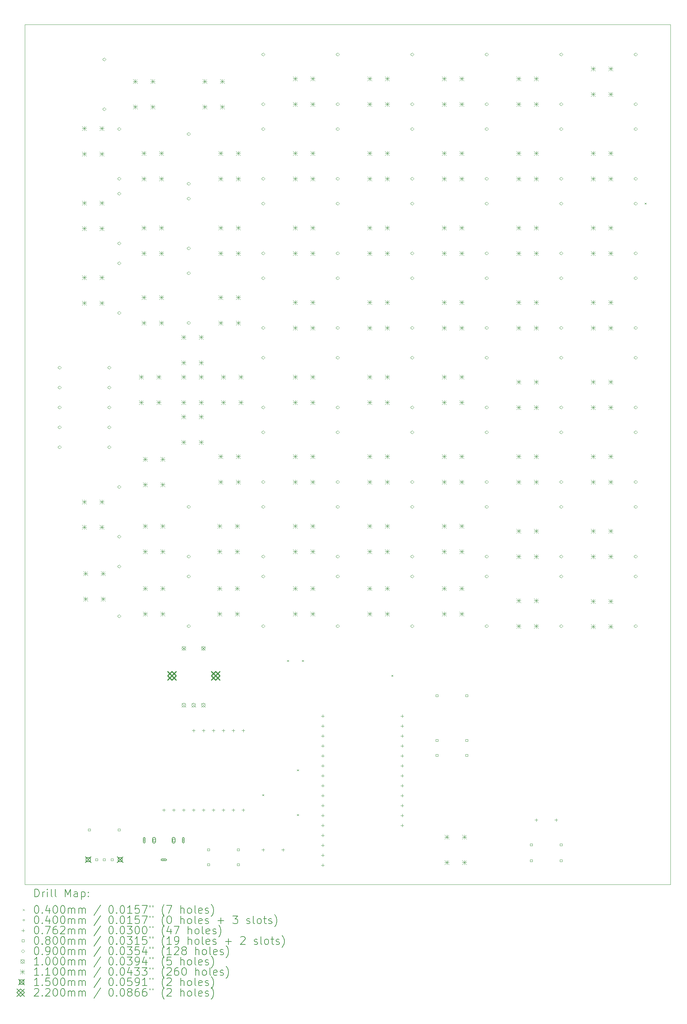
<source format=gbr>
%TF.GenerationSoftware,KiCad,Pcbnew,7.0.8*%
%TF.CreationDate,2023-11-23T11:52:35-06:00*%
%TF.ProjectId,calcvox-rounded,63616c63-766f-4782-9d72-6f756e646564,rev?*%
%TF.SameCoordinates,Original*%
%TF.FileFunction,Drillmap*%
%TF.FilePolarity,Positive*%
%FSLAX45Y45*%
G04 Gerber Fmt 4.5, Leading zero omitted, Abs format (unit mm)*
G04 Created by KiCad (PCBNEW 7.0.8) date 2023-11-23 11:52:35*
%MOMM*%
%LPD*%
G01*
G04 APERTURE LIST*
%ADD10C,0.100000*%
%ADD11C,0.200000*%
%ADD12C,0.040000*%
%ADD13C,0.076200*%
%ADD14C,0.080000*%
%ADD15C,0.090000*%
%ADD16C,0.110000*%
%ADD17C,0.150000*%
%ADD18C,0.220000*%
G04 APERTURE END LIST*
D10*
X37592000Y-35814000D02*
X21082000Y-35814000D01*
X21082000Y-13843000D01*
X37592000Y-13843000D01*
X37592000Y-35814000D01*
D11*
D12*
X27158000Y-33508000D02*
X27198000Y-33548000D01*
X27198000Y-33508000D02*
X27158000Y-33548000D01*
X27793000Y-30079000D02*
X27833000Y-30119000D01*
X27833000Y-30079000D02*
X27793000Y-30119000D01*
X28047000Y-32873000D02*
X28087000Y-32913000D01*
X28087000Y-32873000D02*
X28047000Y-32913000D01*
X28047000Y-34016000D02*
X28087000Y-34056000D01*
X28087000Y-34016000D02*
X28047000Y-34056000D01*
X28174000Y-30079000D02*
X28214000Y-30119000D01*
X28214000Y-30079000D02*
X28174000Y-30119000D01*
X30460000Y-30460000D02*
X30500000Y-30500000D01*
X30500000Y-30460000D02*
X30460000Y-30500000D01*
X36937000Y-18395000D02*
X36977000Y-18435000D01*
X36977000Y-18395000D02*
X36937000Y-18435000D01*
X24158000Y-34683000D02*
G75*
G03*
X24158000Y-34683000I-20000J0D01*
G01*
D11*
X24118000Y-34633000D02*
X24118000Y-34733000D01*
X24118000Y-34733000D02*
G75*
G03*
X24158000Y-34733000I20000J0D01*
G01*
X24158000Y-34733000D02*
X24158000Y-34633000D01*
X24158000Y-34633000D02*
G75*
G03*
X24118000Y-34633000I-20000J0D01*
G01*
D12*
X24658000Y-35183000D02*
G75*
G03*
X24658000Y-35183000I-20000J0D01*
G01*
D11*
X24588000Y-35203000D02*
X24688000Y-35203000D01*
X24688000Y-35203000D02*
G75*
G03*
X24688000Y-35163000I0J20000D01*
G01*
X24688000Y-35163000D02*
X24588000Y-35163000D01*
X24588000Y-35163000D02*
G75*
G03*
X24588000Y-35203000I0J-20000D01*
G01*
D12*
X25158000Y-34683000D02*
G75*
G03*
X25158000Y-34683000I-20000J0D01*
G01*
D11*
X25158000Y-34733000D02*
X25158000Y-34633000D01*
X25158000Y-34633000D02*
G75*
G03*
X25118000Y-34633000I-20000J0D01*
G01*
X25118000Y-34633000D02*
X25118000Y-34733000D01*
X25118000Y-34733000D02*
G75*
G03*
X25158000Y-34733000I20000J0D01*
G01*
D13*
X24638000Y-33870900D02*
X24638000Y-33947100D01*
X24599900Y-33909000D02*
X24676100Y-33909000D01*
X24892000Y-33870900D02*
X24892000Y-33947100D01*
X24853900Y-33909000D02*
X24930100Y-33909000D01*
X25146000Y-33870900D02*
X25146000Y-33947100D01*
X25107900Y-33909000D02*
X25184100Y-33909000D01*
X25400000Y-31838900D02*
X25400000Y-31915100D01*
X25361900Y-31877000D02*
X25438100Y-31877000D01*
X25400000Y-33870900D02*
X25400000Y-33947100D01*
X25361900Y-33909000D02*
X25438100Y-33909000D01*
X25654000Y-31838900D02*
X25654000Y-31915100D01*
X25615900Y-31877000D02*
X25692100Y-31877000D01*
X25654000Y-33870900D02*
X25654000Y-33947100D01*
X25615900Y-33909000D02*
X25692100Y-33909000D01*
X25908000Y-31838900D02*
X25908000Y-31915100D01*
X25869900Y-31877000D02*
X25946100Y-31877000D01*
X25908000Y-33870900D02*
X25908000Y-33947100D01*
X25869900Y-33909000D02*
X25946100Y-33909000D01*
X26162000Y-31838900D02*
X26162000Y-31915100D01*
X26123900Y-31877000D02*
X26200100Y-31877000D01*
X26162000Y-33870900D02*
X26162000Y-33947100D01*
X26123900Y-33909000D02*
X26200100Y-33909000D01*
X26416000Y-31838900D02*
X26416000Y-31915100D01*
X26377900Y-31877000D02*
X26454100Y-31877000D01*
X26416000Y-33870900D02*
X26416000Y-33947100D01*
X26377900Y-33909000D02*
X26454100Y-33909000D01*
X26670000Y-31838900D02*
X26670000Y-31915100D01*
X26631900Y-31877000D02*
X26708100Y-31877000D01*
X26670000Y-33870900D02*
X26670000Y-33947100D01*
X26631900Y-33909000D02*
X26708100Y-33909000D01*
X27178000Y-34886900D02*
X27178000Y-34963100D01*
X27139900Y-34925000D02*
X27216100Y-34925000D01*
X27686000Y-34886900D02*
X27686000Y-34963100D01*
X27647900Y-34925000D02*
X27724100Y-34925000D01*
X28702000Y-31470400D02*
X28702000Y-31546600D01*
X28663900Y-31508500D02*
X28740100Y-31508500D01*
X28702000Y-31724400D02*
X28702000Y-31800600D01*
X28663900Y-31762500D02*
X28740100Y-31762500D01*
X28702000Y-31978400D02*
X28702000Y-32054600D01*
X28663900Y-32016500D02*
X28740100Y-32016500D01*
X28702000Y-32232400D02*
X28702000Y-32308600D01*
X28663900Y-32270500D02*
X28740100Y-32270500D01*
X28702000Y-32486400D02*
X28702000Y-32562600D01*
X28663900Y-32524500D02*
X28740100Y-32524500D01*
X28702000Y-32740400D02*
X28702000Y-32816600D01*
X28663900Y-32778500D02*
X28740100Y-32778500D01*
X28702000Y-32994400D02*
X28702000Y-33070600D01*
X28663900Y-33032500D02*
X28740100Y-33032500D01*
X28702000Y-33248400D02*
X28702000Y-33324600D01*
X28663900Y-33286500D02*
X28740100Y-33286500D01*
X28702000Y-33502400D02*
X28702000Y-33578600D01*
X28663900Y-33540500D02*
X28740100Y-33540500D01*
X28702000Y-33756400D02*
X28702000Y-33832600D01*
X28663900Y-33794500D02*
X28740100Y-33794500D01*
X28702000Y-34010400D02*
X28702000Y-34086600D01*
X28663900Y-34048500D02*
X28740100Y-34048500D01*
X28702000Y-34264400D02*
X28702000Y-34340600D01*
X28663900Y-34302500D02*
X28740100Y-34302500D01*
X28702000Y-34518400D02*
X28702000Y-34594600D01*
X28663900Y-34556500D02*
X28740100Y-34556500D01*
X28702000Y-34772400D02*
X28702000Y-34848600D01*
X28663900Y-34810500D02*
X28740100Y-34810500D01*
X28702000Y-35026400D02*
X28702000Y-35102600D01*
X28663900Y-35064500D02*
X28740100Y-35064500D01*
X28702000Y-35280400D02*
X28702000Y-35356600D01*
X28663900Y-35318500D02*
X28740100Y-35318500D01*
X30734000Y-31470400D02*
X30734000Y-31546600D01*
X30695900Y-31508500D02*
X30772100Y-31508500D01*
X30734000Y-31724400D02*
X30734000Y-31800600D01*
X30695900Y-31762500D02*
X30772100Y-31762500D01*
X30734000Y-31978400D02*
X30734000Y-32054600D01*
X30695900Y-32016500D02*
X30772100Y-32016500D01*
X30734000Y-32232400D02*
X30734000Y-32308600D01*
X30695900Y-32270500D02*
X30772100Y-32270500D01*
X30734000Y-32486400D02*
X30734000Y-32562600D01*
X30695900Y-32524500D02*
X30772100Y-32524500D01*
X30734000Y-32740400D02*
X30734000Y-32816600D01*
X30695900Y-32778500D02*
X30772100Y-32778500D01*
X30734000Y-32994400D02*
X30734000Y-33070600D01*
X30695900Y-33032500D02*
X30772100Y-33032500D01*
X30734000Y-33248400D02*
X30734000Y-33324600D01*
X30695900Y-33286500D02*
X30772100Y-33286500D01*
X30734000Y-33502400D02*
X30734000Y-33578600D01*
X30695900Y-33540500D02*
X30772100Y-33540500D01*
X30734000Y-33756400D02*
X30734000Y-33832600D01*
X30695900Y-33794500D02*
X30772100Y-33794500D01*
X30734000Y-34010400D02*
X30734000Y-34086600D01*
X30695900Y-34048500D02*
X30772100Y-34048500D01*
X30734000Y-34264400D02*
X30734000Y-34340600D01*
X30695900Y-34302500D02*
X30772100Y-34302500D01*
X34163000Y-34124900D02*
X34163000Y-34201100D01*
X34124900Y-34163000D02*
X34201100Y-34163000D01*
X34671000Y-34124900D02*
X34671000Y-34201100D01*
X34632900Y-34163000D02*
X34709100Y-34163000D01*
D14*
X22761284Y-34445285D02*
X22761284Y-34388716D01*
X22704715Y-34388716D01*
X22704715Y-34445285D01*
X22761284Y-34445285D01*
X22942284Y-35207285D02*
X22942284Y-35150716D01*
X22885715Y-35150716D01*
X22885715Y-35207285D01*
X22942284Y-35207285D01*
X23142284Y-35207285D02*
X23142284Y-35150716D01*
X23085715Y-35150716D01*
X23085715Y-35207285D01*
X23142284Y-35207285D01*
X23342284Y-35207285D02*
X23342284Y-35150716D01*
X23285715Y-35150716D01*
X23285715Y-35207285D01*
X23342284Y-35207285D01*
X23523284Y-34445285D02*
X23523284Y-34388716D01*
X23466715Y-34388716D01*
X23466715Y-34445285D01*
X23523284Y-34445285D01*
X24416284Y-34711285D02*
X24416284Y-34654716D01*
X24359715Y-34654716D01*
X24359715Y-34711285D01*
X24416284Y-34711285D01*
D11*
X24348000Y-34648000D02*
X24348000Y-34718000D01*
X24348000Y-34718000D02*
G75*
G03*
X24428000Y-34718000I40000J0D01*
G01*
X24428000Y-34718000D02*
X24428000Y-34648000D01*
X24428000Y-34648000D02*
G75*
G03*
X24348000Y-34648000I-40000J0D01*
G01*
D14*
X24916284Y-34711285D02*
X24916284Y-34654716D01*
X24859715Y-34654716D01*
X24859715Y-34711285D01*
X24916284Y-34711285D01*
D11*
X24928000Y-34718000D02*
X24928000Y-34648000D01*
X24928000Y-34648000D02*
G75*
G03*
X24848000Y-34648000I-40000J0D01*
G01*
X24848000Y-34648000D02*
X24848000Y-34718000D01*
X24848000Y-34718000D02*
G75*
G03*
X24928000Y-34718000I40000J0D01*
G01*
D14*
X25809284Y-34953285D02*
X25809284Y-34896716D01*
X25752715Y-34896716D01*
X25752715Y-34953285D01*
X25809284Y-34953285D01*
X25809284Y-35334285D02*
X25809284Y-35277716D01*
X25752715Y-35277716D01*
X25752715Y-35334285D01*
X25809284Y-35334285D01*
X26571284Y-34953285D02*
X26571284Y-34896716D01*
X26514715Y-34896716D01*
X26514715Y-34953285D01*
X26571284Y-34953285D01*
X26571284Y-35334285D02*
X26571284Y-35277716D01*
X26514715Y-35277716D01*
X26514715Y-35334285D01*
X26571284Y-35334285D01*
X31651284Y-31016284D02*
X31651284Y-30959715D01*
X31594715Y-30959715D01*
X31594715Y-31016284D01*
X31651284Y-31016284D01*
X31651284Y-32159284D02*
X31651284Y-32102715D01*
X31594715Y-32102715D01*
X31594715Y-32159284D01*
X31651284Y-32159284D01*
X31651284Y-32540284D02*
X31651284Y-32483715D01*
X31594715Y-32483715D01*
X31594715Y-32540284D01*
X31651284Y-32540284D01*
X32413284Y-31016284D02*
X32413284Y-30959715D01*
X32356715Y-30959715D01*
X32356715Y-31016284D01*
X32413284Y-31016284D01*
X32413284Y-32159284D02*
X32413284Y-32102715D01*
X32356715Y-32102715D01*
X32356715Y-32159284D01*
X32413284Y-32159284D01*
X32413284Y-32540284D02*
X32413284Y-32483715D01*
X32356715Y-32483715D01*
X32356715Y-32540284D01*
X32413284Y-32540284D01*
X34064285Y-34826285D02*
X34064285Y-34769716D01*
X34007716Y-34769716D01*
X34007716Y-34826285D01*
X34064285Y-34826285D01*
X34064285Y-35231285D02*
X34064285Y-35174716D01*
X34007716Y-35174716D01*
X34007716Y-35231285D01*
X34064285Y-35231285D01*
X34826285Y-34826285D02*
X34826285Y-34769716D01*
X34769716Y-34769716D01*
X34769716Y-34826285D01*
X34826285Y-34826285D01*
X34826285Y-35231285D02*
X34826285Y-35174716D01*
X34769716Y-35174716D01*
X34769716Y-35231285D01*
X34826285Y-35231285D01*
D15*
X21971000Y-22651000D02*
X22016000Y-22606000D01*
X21971000Y-22561000D01*
X21926000Y-22606000D01*
X21971000Y-22651000D01*
X21971000Y-23159000D02*
X22016000Y-23114000D01*
X21971000Y-23069000D01*
X21926000Y-23114000D01*
X21971000Y-23159000D01*
X21971000Y-23667000D02*
X22016000Y-23622000D01*
X21971000Y-23577000D01*
X21926000Y-23622000D01*
X21971000Y-23667000D01*
X21971000Y-24175000D02*
X22016000Y-24130000D01*
X21971000Y-24085000D01*
X21926000Y-24130000D01*
X21971000Y-24175000D01*
X21971000Y-24683000D02*
X22016000Y-24638000D01*
X21971000Y-24593000D01*
X21926000Y-24638000D01*
X21971000Y-24683000D01*
X23114000Y-14777000D02*
X23159000Y-14732000D01*
X23114000Y-14687000D01*
X23069000Y-14732000D01*
X23114000Y-14777000D01*
X23114000Y-16047000D02*
X23159000Y-16002000D01*
X23114000Y-15957000D01*
X23069000Y-16002000D01*
X23114000Y-16047000D01*
X23241000Y-22651000D02*
X23286000Y-22606000D01*
X23241000Y-22561000D01*
X23196000Y-22606000D01*
X23241000Y-22651000D01*
X23241000Y-23159000D02*
X23286000Y-23114000D01*
X23241000Y-23069000D01*
X23196000Y-23114000D01*
X23241000Y-23159000D01*
X23241000Y-23667000D02*
X23286000Y-23622000D01*
X23241000Y-23577000D01*
X23196000Y-23622000D01*
X23241000Y-23667000D01*
X23241000Y-24175000D02*
X23286000Y-24130000D01*
X23241000Y-24085000D01*
X23196000Y-24130000D01*
X23241000Y-24175000D01*
X23241000Y-24683000D02*
X23286000Y-24638000D01*
X23241000Y-24593000D01*
X23196000Y-24638000D01*
X23241000Y-24683000D01*
X23495000Y-16555000D02*
X23540000Y-16510000D01*
X23495000Y-16465000D01*
X23450000Y-16510000D01*
X23495000Y-16555000D01*
X23495000Y-17825000D02*
X23540000Y-17780000D01*
X23495000Y-17735000D01*
X23450000Y-17780000D01*
X23495000Y-17825000D01*
X23495000Y-18206000D02*
X23540000Y-18161000D01*
X23495000Y-18116000D01*
X23450000Y-18161000D01*
X23495000Y-18206000D01*
X23495000Y-19476000D02*
X23540000Y-19431000D01*
X23495000Y-19386000D01*
X23450000Y-19431000D01*
X23495000Y-19476000D01*
X23495000Y-19984000D02*
X23540000Y-19939000D01*
X23495000Y-19894000D01*
X23450000Y-19939000D01*
X23495000Y-19984000D01*
X23495000Y-21254000D02*
X23540000Y-21209000D01*
X23495000Y-21164000D01*
X23450000Y-21209000D01*
X23495000Y-21254000D01*
X23495000Y-25699000D02*
X23540000Y-25654000D01*
X23495000Y-25609000D01*
X23450000Y-25654000D01*
X23495000Y-25699000D01*
X23495000Y-26969000D02*
X23540000Y-26924000D01*
X23495000Y-26879000D01*
X23450000Y-26924000D01*
X23495000Y-26969000D01*
X23495000Y-27731000D02*
X23540000Y-27686000D01*
X23495000Y-27641000D01*
X23450000Y-27686000D01*
X23495000Y-27731000D01*
X23495000Y-29001000D02*
X23540000Y-28956000D01*
X23495000Y-28911000D01*
X23450000Y-28956000D01*
X23495000Y-29001000D01*
X25273000Y-16682000D02*
X25318000Y-16637000D01*
X25273000Y-16592000D01*
X25228000Y-16637000D01*
X25273000Y-16682000D01*
X25273000Y-17952000D02*
X25318000Y-17907000D01*
X25273000Y-17862000D01*
X25228000Y-17907000D01*
X25273000Y-17952000D01*
X25273000Y-18333000D02*
X25318000Y-18288000D01*
X25273000Y-18243000D01*
X25228000Y-18288000D01*
X25273000Y-18333000D01*
X25273000Y-19603000D02*
X25318000Y-19558000D01*
X25273000Y-19513000D01*
X25228000Y-19558000D01*
X25273000Y-19603000D01*
X25273000Y-20238000D02*
X25318000Y-20193000D01*
X25273000Y-20148000D01*
X25228000Y-20193000D01*
X25273000Y-20238000D01*
X25273000Y-21508000D02*
X25318000Y-21463000D01*
X25273000Y-21418000D01*
X25228000Y-21463000D01*
X25273000Y-21508000D01*
X25273000Y-26207000D02*
X25318000Y-26162000D01*
X25273000Y-26117000D01*
X25228000Y-26162000D01*
X25273000Y-26207000D01*
X25273000Y-27477000D02*
X25318000Y-27432000D01*
X25273000Y-27387000D01*
X25228000Y-27432000D01*
X25273000Y-27477000D01*
X25273000Y-27985000D02*
X25318000Y-27940000D01*
X25273000Y-27895000D01*
X25228000Y-27940000D01*
X25273000Y-27985000D01*
X25273000Y-29255000D02*
X25318000Y-29210000D01*
X25273000Y-29165000D01*
X25228000Y-29210000D01*
X25273000Y-29255000D01*
X27178000Y-14650000D02*
X27223000Y-14605000D01*
X27178000Y-14560000D01*
X27133000Y-14605000D01*
X27178000Y-14650000D01*
X27178000Y-15920000D02*
X27223000Y-15875000D01*
X27178000Y-15830000D01*
X27133000Y-15875000D01*
X27178000Y-15920000D01*
X27178000Y-16555000D02*
X27223000Y-16510000D01*
X27178000Y-16465000D01*
X27133000Y-16510000D01*
X27178000Y-16555000D01*
X27178000Y-17825000D02*
X27223000Y-17780000D01*
X27178000Y-17735000D01*
X27133000Y-17780000D01*
X27178000Y-17825000D01*
X27178000Y-18460000D02*
X27223000Y-18415000D01*
X27178000Y-18370000D01*
X27133000Y-18415000D01*
X27178000Y-18460000D01*
X27178000Y-19730000D02*
X27223000Y-19685000D01*
X27178000Y-19640000D01*
X27133000Y-19685000D01*
X27178000Y-19730000D01*
X27178000Y-20365000D02*
X27223000Y-20320000D01*
X27178000Y-20275000D01*
X27133000Y-20320000D01*
X27178000Y-20365000D01*
X27178000Y-21635000D02*
X27223000Y-21590000D01*
X27178000Y-21545000D01*
X27133000Y-21590000D01*
X27178000Y-21635000D01*
X27178000Y-22397000D02*
X27223000Y-22352000D01*
X27178000Y-22307000D01*
X27133000Y-22352000D01*
X27178000Y-22397000D01*
X27178000Y-23667000D02*
X27223000Y-23622000D01*
X27178000Y-23577000D01*
X27133000Y-23622000D01*
X27178000Y-23667000D01*
X27178000Y-24302000D02*
X27223000Y-24257000D01*
X27178000Y-24212000D01*
X27133000Y-24257000D01*
X27178000Y-24302000D01*
X27178000Y-25572000D02*
X27223000Y-25527000D01*
X27178000Y-25482000D01*
X27133000Y-25527000D01*
X27178000Y-25572000D01*
X27178000Y-26207000D02*
X27223000Y-26162000D01*
X27178000Y-26117000D01*
X27133000Y-26162000D01*
X27178000Y-26207000D01*
X27178000Y-27477000D02*
X27223000Y-27432000D01*
X27178000Y-27387000D01*
X27133000Y-27432000D01*
X27178000Y-27477000D01*
X27178000Y-27985000D02*
X27223000Y-27940000D01*
X27178000Y-27895000D01*
X27133000Y-27940000D01*
X27178000Y-27985000D01*
X27178000Y-29255000D02*
X27223000Y-29210000D01*
X27178000Y-29165000D01*
X27133000Y-29210000D01*
X27178000Y-29255000D01*
X29083000Y-14650000D02*
X29128000Y-14605000D01*
X29083000Y-14560000D01*
X29038000Y-14605000D01*
X29083000Y-14650000D01*
X29083000Y-15920000D02*
X29128000Y-15875000D01*
X29083000Y-15830000D01*
X29038000Y-15875000D01*
X29083000Y-15920000D01*
X29083000Y-16555000D02*
X29128000Y-16510000D01*
X29083000Y-16465000D01*
X29038000Y-16510000D01*
X29083000Y-16555000D01*
X29083000Y-17825000D02*
X29128000Y-17780000D01*
X29083000Y-17735000D01*
X29038000Y-17780000D01*
X29083000Y-17825000D01*
X29083000Y-18460000D02*
X29128000Y-18415000D01*
X29083000Y-18370000D01*
X29038000Y-18415000D01*
X29083000Y-18460000D01*
X29083000Y-19730000D02*
X29128000Y-19685000D01*
X29083000Y-19640000D01*
X29038000Y-19685000D01*
X29083000Y-19730000D01*
X29083000Y-20365000D02*
X29128000Y-20320000D01*
X29083000Y-20275000D01*
X29038000Y-20320000D01*
X29083000Y-20365000D01*
X29083000Y-21635000D02*
X29128000Y-21590000D01*
X29083000Y-21545000D01*
X29038000Y-21590000D01*
X29083000Y-21635000D01*
X29083000Y-22397000D02*
X29128000Y-22352000D01*
X29083000Y-22307000D01*
X29038000Y-22352000D01*
X29083000Y-22397000D01*
X29083000Y-23667000D02*
X29128000Y-23622000D01*
X29083000Y-23577000D01*
X29038000Y-23622000D01*
X29083000Y-23667000D01*
X29083000Y-24302000D02*
X29128000Y-24257000D01*
X29083000Y-24212000D01*
X29038000Y-24257000D01*
X29083000Y-24302000D01*
X29083000Y-25572000D02*
X29128000Y-25527000D01*
X29083000Y-25482000D01*
X29038000Y-25527000D01*
X29083000Y-25572000D01*
X29083000Y-26207000D02*
X29128000Y-26162000D01*
X29083000Y-26117000D01*
X29038000Y-26162000D01*
X29083000Y-26207000D01*
X29083000Y-27477000D02*
X29128000Y-27432000D01*
X29083000Y-27387000D01*
X29038000Y-27432000D01*
X29083000Y-27477000D01*
X29083000Y-27985000D02*
X29128000Y-27940000D01*
X29083000Y-27895000D01*
X29038000Y-27940000D01*
X29083000Y-27985000D01*
X29083000Y-29255000D02*
X29128000Y-29210000D01*
X29083000Y-29165000D01*
X29038000Y-29210000D01*
X29083000Y-29255000D01*
X30988000Y-14650000D02*
X31033000Y-14605000D01*
X30988000Y-14560000D01*
X30943000Y-14605000D01*
X30988000Y-14650000D01*
X30988000Y-15920000D02*
X31033000Y-15875000D01*
X30988000Y-15830000D01*
X30943000Y-15875000D01*
X30988000Y-15920000D01*
X30988000Y-16555000D02*
X31033000Y-16510000D01*
X30988000Y-16465000D01*
X30943000Y-16510000D01*
X30988000Y-16555000D01*
X30988000Y-17825000D02*
X31033000Y-17780000D01*
X30988000Y-17735000D01*
X30943000Y-17780000D01*
X30988000Y-17825000D01*
X30988000Y-18460000D02*
X31033000Y-18415000D01*
X30988000Y-18370000D01*
X30943000Y-18415000D01*
X30988000Y-18460000D01*
X30988000Y-19730000D02*
X31033000Y-19685000D01*
X30988000Y-19640000D01*
X30943000Y-19685000D01*
X30988000Y-19730000D01*
X30988000Y-20365000D02*
X31033000Y-20320000D01*
X30988000Y-20275000D01*
X30943000Y-20320000D01*
X30988000Y-20365000D01*
X30988000Y-21635000D02*
X31033000Y-21590000D01*
X30988000Y-21545000D01*
X30943000Y-21590000D01*
X30988000Y-21635000D01*
X30988000Y-22397000D02*
X31033000Y-22352000D01*
X30988000Y-22307000D01*
X30943000Y-22352000D01*
X30988000Y-22397000D01*
X30988000Y-23667000D02*
X31033000Y-23622000D01*
X30988000Y-23577000D01*
X30943000Y-23622000D01*
X30988000Y-23667000D01*
X30988000Y-24302000D02*
X31033000Y-24257000D01*
X30988000Y-24212000D01*
X30943000Y-24257000D01*
X30988000Y-24302000D01*
X30988000Y-25572000D02*
X31033000Y-25527000D01*
X30988000Y-25482000D01*
X30943000Y-25527000D01*
X30988000Y-25572000D01*
X30988000Y-26207000D02*
X31033000Y-26162000D01*
X30988000Y-26117000D01*
X30943000Y-26162000D01*
X30988000Y-26207000D01*
X30988000Y-27477000D02*
X31033000Y-27432000D01*
X30988000Y-27387000D01*
X30943000Y-27432000D01*
X30988000Y-27477000D01*
X30988000Y-27985000D02*
X31033000Y-27940000D01*
X30988000Y-27895000D01*
X30943000Y-27940000D01*
X30988000Y-27985000D01*
X30988000Y-29255000D02*
X31033000Y-29210000D01*
X30988000Y-29165000D01*
X30943000Y-29210000D01*
X30988000Y-29255000D01*
X32893000Y-14650000D02*
X32938000Y-14605000D01*
X32893000Y-14560000D01*
X32848000Y-14605000D01*
X32893000Y-14650000D01*
X32893000Y-15920000D02*
X32938000Y-15875000D01*
X32893000Y-15830000D01*
X32848000Y-15875000D01*
X32893000Y-15920000D01*
X32893000Y-16555000D02*
X32938000Y-16510000D01*
X32893000Y-16465000D01*
X32848000Y-16510000D01*
X32893000Y-16555000D01*
X32893000Y-17825000D02*
X32938000Y-17780000D01*
X32893000Y-17735000D01*
X32848000Y-17780000D01*
X32893000Y-17825000D01*
X32893000Y-18460000D02*
X32938000Y-18415000D01*
X32893000Y-18370000D01*
X32848000Y-18415000D01*
X32893000Y-18460000D01*
X32893000Y-19730000D02*
X32938000Y-19685000D01*
X32893000Y-19640000D01*
X32848000Y-19685000D01*
X32893000Y-19730000D01*
X32893000Y-20365000D02*
X32938000Y-20320000D01*
X32893000Y-20275000D01*
X32848000Y-20320000D01*
X32893000Y-20365000D01*
X32893000Y-21635000D02*
X32938000Y-21590000D01*
X32893000Y-21545000D01*
X32848000Y-21590000D01*
X32893000Y-21635000D01*
X32893000Y-22397000D02*
X32938000Y-22352000D01*
X32893000Y-22307000D01*
X32848000Y-22352000D01*
X32893000Y-22397000D01*
X32893000Y-23667000D02*
X32938000Y-23622000D01*
X32893000Y-23577000D01*
X32848000Y-23622000D01*
X32893000Y-23667000D01*
X32893000Y-24302000D02*
X32938000Y-24257000D01*
X32893000Y-24212000D01*
X32848000Y-24257000D01*
X32893000Y-24302000D01*
X32893000Y-25572000D02*
X32938000Y-25527000D01*
X32893000Y-25482000D01*
X32848000Y-25527000D01*
X32893000Y-25572000D01*
X32893000Y-26207000D02*
X32938000Y-26162000D01*
X32893000Y-26117000D01*
X32848000Y-26162000D01*
X32893000Y-26207000D01*
X32893000Y-27477000D02*
X32938000Y-27432000D01*
X32893000Y-27387000D01*
X32848000Y-27432000D01*
X32893000Y-27477000D01*
X32893000Y-27985000D02*
X32938000Y-27940000D01*
X32893000Y-27895000D01*
X32848000Y-27940000D01*
X32893000Y-27985000D01*
X32893000Y-29255000D02*
X32938000Y-29210000D01*
X32893000Y-29165000D01*
X32848000Y-29210000D01*
X32893000Y-29255000D01*
X34798000Y-14650000D02*
X34843000Y-14605000D01*
X34798000Y-14560000D01*
X34753000Y-14605000D01*
X34798000Y-14650000D01*
X34798000Y-15920000D02*
X34843000Y-15875000D01*
X34798000Y-15830000D01*
X34753000Y-15875000D01*
X34798000Y-15920000D01*
X34798000Y-16555000D02*
X34843000Y-16510000D01*
X34798000Y-16465000D01*
X34753000Y-16510000D01*
X34798000Y-16555000D01*
X34798000Y-17825000D02*
X34843000Y-17780000D01*
X34798000Y-17735000D01*
X34753000Y-17780000D01*
X34798000Y-17825000D01*
X34798000Y-18460000D02*
X34843000Y-18415000D01*
X34798000Y-18370000D01*
X34753000Y-18415000D01*
X34798000Y-18460000D01*
X34798000Y-19730000D02*
X34843000Y-19685000D01*
X34798000Y-19640000D01*
X34753000Y-19685000D01*
X34798000Y-19730000D01*
X34798000Y-20365000D02*
X34843000Y-20320000D01*
X34798000Y-20275000D01*
X34753000Y-20320000D01*
X34798000Y-20365000D01*
X34798000Y-21635000D02*
X34843000Y-21590000D01*
X34798000Y-21545000D01*
X34753000Y-21590000D01*
X34798000Y-21635000D01*
X34798000Y-22397000D02*
X34843000Y-22352000D01*
X34798000Y-22307000D01*
X34753000Y-22352000D01*
X34798000Y-22397000D01*
X34798000Y-23667000D02*
X34843000Y-23622000D01*
X34798000Y-23577000D01*
X34753000Y-23622000D01*
X34798000Y-23667000D01*
X34798000Y-24302000D02*
X34843000Y-24257000D01*
X34798000Y-24212000D01*
X34753000Y-24257000D01*
X34798000Y-24302000D01*
X34798000Y-25572000D02*
X34843000Y-25527000D01*
X34798000Y-25482000D01*
X34753000Y-25527000D01*
X34798000Y-25572000D01*
X34798000Y-26207000D02*
X34843000Y-26162000D01*
X34798000Y-26117000D01*
X34753000Y-26162000D01*
X34798000Y-26207000D01*
X34798000Y-27477000D02*
X34843000Y-27432000D01*
X34798000Y-27387000D01*
X34753000Y-27432000D01*
X34798000Y-27477000D01*
X34798000Y-27985000D02*
X34843000Y-27940000D01*
X34798000Y-27895000D01*
X34753000Y-27940000D01*
X34798000Y-27985000D01*
X34798000Y-29255000D02*
X34843000Y-29210000D01*
X34798000Y-29165000D01*
X34753000Y-29210000D01*
X34798000Y-29255000D01*
X36703000Y-16555000D02*
X36748000Y-16510000D01*
X36703000Y-16465000D01*
X36658000Y-16510000D01*
X36703000Y-16555000D01*
X36703000Y-17825000D02*
X36748000Y-17780000D01*
X36703000Y-17735000D01*
X36658000Y-17780000D01*
X36703000Y-17825000D01*
X36703000Y-18460000D02*
X36748000Y-18415000D01*
X36703000Y-18370000D01*
X36658000Y-18415000D01*
X36703000Y-18460000D01*
X36703000Y-19730000D02*
X36748000Y-19685000D01*
X36703000Y-19640000D01*
X36658000Y-19685000D01*
X36703000Y-19730000D01*
X36703000Y-20365000D02*
X36748000Y-20320000D01*
X36703000Y-20275000D01*
X36658000Y-20320000D01*
X36703000Y-20365000D01*
X36703000Y-21635000D02*
X36748000Y-21590000D01*
X36703000Y-21545000D01*
X36658000Y-21590000D01*
X36703000Y-21635000D01*
X36703000Y-22397000D02*
X36748000Y-22352000D01*
X36703000Y-22307000D01*
X36658000Y-22352000D01*
X36703000Y-22397000D01*
X36703000Y-23667000D02*
X36748000Y-23622000D01*
X36703000Y-23577000D01*
X36658000Y-23622000D01*
X36703000Y-23667000D01*
X36703000Y-24302000D02*
X36748000Y-24257000D01*
X36703000Y-24212000D01*
X36658000Y-24257000D01*
X36703000Y-24302000D01*
X36703000Y-25572000D02*
X36748000Y-25527000D01*
X36703000Y-25482000D01*
X36658000Y-25527000D01*
X36703000Y-25572000D01*
X36703000Y-26207000D02*
X36748000Y-26162000D01*
X36703000Y-26117000D01*
X36658000Y-26162000D01*
X36703000Y-26207000D01*
X36703000Y-27477000D02*
X36748000Y-27432000D01*
X36703000Y-27387000D01*
X36658000Y-27432000D01*
X36703000Y-27477000D01*
X36703000Y-27985000D02*
X36748000Y-27940000D01*
X36703000Y-27895000D01*
X36658000Y-27940000D01*
X36703000Y-27985000D01*
X36703000Y-29255000D02*
X36748000Y-29210000D01*
X36703000Y-29165000D01*
X36658000Y-29210000D01*
X36703000Y-29255000D01*
X36703100Y-14650000D02*
X36748100Y-14605000D01*
X36703100Y-14560000D01*
X36658100Y-14605000D01*
X36703100Y-14650000D01*
X36703100Y-15920000D02*
X36748100Y-15875000D01*
X36703100Y-15830000D01*
X36658100Y-15875000D01*
X36703100Y-15920000D01*
D10*
X25100000Y-29730000D02*
X25200000Y-29830000D01*
X25200000Y-29730000D02*
X25100000Y-29830000D01*
X25200000Y-29780000D02*
G75*
G03*
X25200000Y-29780000I-50000J0D01*
G01*
X25100000Y-31180000D02*
X25200000Y-31280000D01*
X25200000Y-31180000D02*
X25100000Y-31280000D01*
X25200000Y-31230000D02*
G75*
G03*
X25200000Y-31230000I-50000J0D01*
G01*
X25350000Y-31180000D02*
X25450000Y-31280000D01*
X25450000Y-31180000D02*
X25350000Y-31280000D01*
X25450000Y-31230000D02*
G75*
G03*
X25450000Y-31230000I-50000J0D01*
G01*
X25600000Y-29730000D02*
X25700000Y-29830000D01*
X25700000Y-29730000D02*
X25600000Y-29830000D01*
X25700000Y-29780000D02*
G75*
G03*
X25700000Y-29780000I-50000J0D01*
G01*
X25600000Y-31180000D02*
X25700000Y-31280000D01*
X25700000Y-31180000D02*
X25600000Y-31280000D01*
X25700000Y-31230000D02*
G75*
G03*
X25700000Y-31230000I-50000J0D01*
G01*
D16*
X22551000Y-16440000D02*
X22661000Y-16550000D01*
X22661000Y-16440000D02*
X22551000Y-16550000D01*
X22606000Y-16440000D02*
X22606000Y-16550000D01*
X22551000Y-16495000D02*
X22661000Y-16495000D01*
X22551000Y-17090000D02*
X22661000Y-17200000D01*
X22661000Y-17090000D02*
X22551000Y-17200000D01*
X22606000Y-17090000D02*
X22606000Y-17200000D01*
X22551000Y-17145000D02*
X22661000Y-17145000D01*
X22551000Y-18345000D02*
X22661000Y-18455000D01*
X22661000Y-18345000D02*
X22551000Y-18455000D01*
X22606000Y-18345000D02*
X22606000Y-18455000D01*
X22551000Y-18400000D02*
X22661000Y-18400000D01*
X22551000Y-18995000D02*
X22661000Y-19105000D01*
X22661000Y-18995000D02*
X22551000Y-19105000D01*
X22606000Y-18995000D02*
X22606000Y-19105000D01*
X22551000Y-19050000D02*
X22661000Y-19050000D01*
X22551000Y-20250000D02*
X22661000Y-20360000D01*
X22661000Y-20250000D02*
X22551000Y-20360000D01*
X22606000Y-20250000D02*
X22606000Y-20360000D01*
X22551000Y-20305000D02*
X22661000Y-20305000D01*
X22551000Y-20900000D02*
X22661000Y-21010000D01*
X22661000Y-20900000D02*
X22551000Y-21010000D01*
X22606000Y-20900000D02*
X22606000Y-21010000D01*
X22551000Y-20955000D02*
X22661000Y-20955000D01*
X22551000Y-25980000D02*
X22661000Y-26090000D01*
X22661000Y-25980000D02*
X22551000Y-26090000D01*
X22606000Y-25980000D02*
X22606000Y-26090000D01*
X22551000Y-26035000D02*
X22661000Y-26035000D01*
X22551000Y-26630000D02*
X22661000Y-26740000D01*
X22661000Y-26630000D02*
X22551000Y-26740000D01*
X22606000Y-26630000D02*
X22606000Y-26740000D01*
X22551000Y-26685000D02*
X22661000Y-26685000D01*
X22580000Y-27814000D02*
X22690000Y-27924000D01*
X22690000Y-27814000D02*
X22580000Y-27924000D01*
X22635000Y-27814000D02*
X22635000Y-27924000D01*
X22580000Y-27869000D02*
X22690000Y-27869000D01*
X22580000Y-28464000D02*
X22690000Y-28574000D01*
X22690000Y-28464000D02*
X22580000Y-28574000D01*
X22635000Y-28464000D02*
X22635000Y-28574000D01*
X22580000Y-28519000D02*
X22690000Y-28519000D01*
X23001000Y-16440000D02*
X23111000Y-16550000D01*
X23111000Y-16440000D02*
X23001000Y-16550000D01*
X23056000Y-16440000D02*
X23056000Y-16550000D01*
X23001000Y-16495000D02*
X23111000Y-16495000D01*
X23001000Y-17090000D02*
X23111000Y-17200000D01*
X23111000Y-17090000D02*
X23001000Y-17200000D01*
X23056000Y-17090000D02*
X23056000Y-17200000D01*
X23001000Y-17145000D02*
X23111000Y-17145000D01*
X23001000Y-18345000D02*
X23111000Y-18455000D01*
X23111000Y-18345000D02*
X23001000Y-18455000D01*
X23056000Y-18345000D02*
X23056000Y-18455000D01*
X23001000Y-18400000D02*
X23111000Y-18400000D01*
X23001000Y-18995000D02*
X23111000Y-19105000D01*
X23111000Y-18995000D02*
X23001000Y-19105000D01*
X23056000Y-18995000D02*
X23056000Y-19105000D01*
X23001000Y-19050000D02*
X23111000Y-19050000D01*
X23001000Y-20250000D02*
X23111000Y-20360000D01*
X23111000Y-20250000D02*
X23001000Y-20360000D01*
X23056000Y-20250000D02*
X23056000Y-20360000D01*
X23001000Y-20305000D02*
X23111000Y-20305000D01*
X23001000Y-20900000D02*
X23111000Y-21010000D01*
X23111000Y-20900000D02*
X23001000Y-21010000D01*
X23056000Y-20900000D02*
X23056000Y-21010000D01*
X23001000Y-20955000D02*
X23111000Y-20955000D01*
X23001000Y-25980000D02*
X23111000Y-26090000D01*
X23111000Y-25980000D02*
X23001000Y-26090000D01*
X23056000Y-25980000D02*
X23056000Y-26090000D01*
X23001000Y-26035000D02*
X23111000Y-26035000D01*
X23001000Y-26630000D02*
X23111000Y-26740000D01*
X23111000Y-26630000D02*
X23001000Y-26740000D01*
X23056000Y-26630000D02*
X23056000Y-26740000D01*
X23001000Y-26685000D02*
X23111000Y-26685000D01*
X23030000Y-27814000D02*
X23140000Y-27924000D01*
X23140000Y-27814000D02*
X23030000Y-27924000D01*
X23085000Y-27814000D02*
X23085000Y-27924000D01*
X23030000Y-27869000D02*
X23140000Y-27869000D01*
X23030000Y-28464000D02*
X23140000Y-28574000D01*
X23140000Y-28464000D02*
X23030000Y-28574000D01*
X23085000Y-28464000D02*
X23085000Y-28574000D01*
X23030000Y-28519000D02*
X23140000Y-28519000D01*
X23850000Y-15241000D02*
X23960000Y-15351000D01*
X23960000Y-15241000D02*
X23850000Y-15351000D01*
X23905000Y-15241000D02*
X23905000Y-15351000D01*
X23850000Y-15296000D02*
X23960000Y-15296000D01*
X23850000Y-15891000D02*
X23960000Y-16001000D01*
X23960000Y-15891000D02*
X23850000Y-16001000D01*
X23905000Y-15891000D02*
X23905000Y-16001000D01*
X23850000Y-15946000D02*
X23960000Y-15946000D01*
X24006000Y-22790000D02*
X24116000Y-22900000D01*
X24116000Y-22790000D02*
X24006000Y-22900000D01*
X24061000Y-22790000D02*
X24061000Y-22900000D01*
X24006000Y-22845000D02*
X24116000Y-22845000D01*
X24006000Y-23440000D02*
X24116000Y-23550000D01*
X24116000Y-23440000D02*
X24006000Y-23550000D01*
X24061000Y-23440000D02*
X24061000Y-23550000D01*
X24006000Y-23495000D02*
X24116000Y-23495000D01*
X24075000Y-17075000D02*
X24185000Y-17185000D01*
X24185000Y-17075000D02*
X24075000Y-17185000D01*
X24130000Y-17075000D02*
X24130000Y-17185000D01*
X24075000Y-17130000D02*
X24185000Y-17130000D01*
X24075000Y-17725000D02*
X24185000Y-17835000D01*
X24185000Y-17725000D02*
X24075000Y-17835000D01*
X24130000Y-17725000D02*
X24130000Y-17835000D01*
X24075000Y-17780000D02*
X24185000Y-17780000D01*
X24075000Y-18980000D02*
X24185000Y-19090000D01*
X24185000Y-18980000D02*
X24075000Y-19090000D01*
X24130000Y-18980000D02*
X24130000Y-19090000D01*
X24075000Y-19035000D02*
X24185000Y-19035000D01*
X24075000Y-19630000D02*
X24185000Y-19740000D01*
X24185000Y-19630000D02*
X24075000Y-19740000D01*
X24130000Y-19630000D02*
X24130000Y-19740000D01*
X24075000Y-19685000D02*
X24185000Y-19685000D01*
X24075000Y-20758000D02*
X24185000Y-20868000D01*
X24185000Y-20758000D02*
X24075000Y-20868000D01*
X24130000Y-20758000D02*
X24130000Y-20868000D01*
X24075000Y-20813000D02*
X24185000Y-20813000D01*
X24075000Y-21408000D02*
X24185000Y-21518000D01*
X24185000Y-21408000D02*
X24075000Y-21518000D01*
X24130000Y-21408000D02*
X24130000Y-21518000D01*
X24075000Y-21463000D02*
X24185000Y-21463000D01*
X24104000Y-24893000D02*
X24214000Y-25003000D01*
X24214000Y-24893000D02*
X24104000Y-25003000D01*
X24159000Y-24893000D02*
X24159000Y-25003000D01*
X24104000Y-24948000D02*
X24214000Y-24948000D01*
X24104000Y-25543000D02*
X24214000Y-25653000D01*
X24214000Y-25543000D02*
X24104000Y-25653000D01*
X24159000Y-25543000D02*
X24159000Y-25653000D01*
X24104000Y-25598000D02*
X24214000Y-25598000D01*
X24104000Y-26600000D02*
X24214000Y-26710000D01*
X24214000Y-26600000D02*
X24104000Y-26710000D01*
X24159000Y-26600000D02*
X24159000Y-26710000D01*
X24104000Y-26655000D02*
X24214000Y-26655000D01*
X24104000Y-27250000D02*
X24214000Y-27360000D01*
X24214000Y-27250000D02*
X24104000Y-27360000D01*
X24159000Y-27250000D02*
X24159000Y-27360000D01*
X24104000Y-27305000D02*
X24214000Y-27305000D01*
X24104000Y-28195000D02*
X24214000Y-28305000D01*
X24214000Y-28195000D02*
X24104000Y-28305000D01*
X24159000Y-28195000D02*
X24159000Y-28305000D01*
X24104000Y-28250000D02*
X24214000Y-28250000D01*
X24104000Y-28845000D02*
X24214000Y-28955000D01*
X24214000Y-28845000D02*
X24104000Y-28955000D01*
X24159000Y-28845000D02*
X24159000Y-28955000D01*
X24104000Y-28900000D02*
X24214000Y-28900000D01*
X24300000Y-15241000D02*
X24410000Y-15351000D01*
X24410000Y-15241000D02*
X24300000Y-15351000D01*
X24355000Y-15241000D02*
X24355000Y-15351000D01*
X24300000Y-15296000D02*
X24410000Y-15296000D01*
X24300000Y-15891000D02*
X24410000Y-16001000D01*
X24410000Y-15891000D02*
X24300000Y-16001000D01*
X24355000Y-15891000D02*
X24355000Y-16001000D01*
X24300000Y-15946000D02*
X24410000Y-15946000D01*
X24456000Y-22790000D02*
X24566000Y-22900000D01*
X24566000Y-22790000D02*
X24456000Y-22900000D01*
X24511000Y-22790000D02*
X24511000Y-22900000D01*
X24456000Y-22845000D02*
X24566000Y-22845000D01*
X24456000Y-23440000D02*
X24566000Y-23550000D01*
X24566000Y-23440000D02*
X24456000Y-23550000D01*
X24511000Y-23440000D02*
X24511000Y-23550000D01*
X24456000Y-23495000D02*
X24566000Y-23495000D01*
X24525000Y-17075000D02*
X24635000Y-17185000D01*
X24635000Y-17075000D02*
X24525000Y-17185000D01*
X24580000Y-17075000D02*
X24580000Y-17185000D01*
X24525000Y-17130000D02*
X24635000Y-17130000D01*
X24525000Y-17725000D02*
X24635000Y-17835000D01*
X24635000Y-17725000D02*
X24525000Y-17835000D01*
X24580000Y-17725000D02*
X24580000Y-17835000D01*
X24525000Y-17780000D02*
X24635000Y-17780000D01*
X24525000Y-18980000D02*
X24635000Y-19090000D01*
X24635000Y-18980000D02*
X24525000Y-19090000D01*
X24580000Y-18980000D02*
X24580000Y-19090000D01*
X24525000Y-19035000D02*
X24635000Y-19035000D01*
X24525000Y-19630000D02*
X24635000Y-19740000D01*
X24635000Y-19630000D02*
X24525000Y-19740000D01*
X24580000Y-19630000D02*
X24580000Y-19740000D01*
X24525000Y-19685000D02*
X24635000Y-19685000D01*
X24525000Y-20758000D02*
X24635000Y-20868000D01*
X24635000Y-20758000D02*
X24525000Y-20868000D01*
X24580000Y-20758000D02*
X24580000Y-20868000D01*
X24525000Y-20813000D02*
X24635000Y-20813000D01*
X24525000Y-21408000D02*
X24635000Y-21518000D01*
X24635000Y-21408000D02*
X24525000Y-21518000D01*
X24580000Y-21408000D02*
X24580000Y-21518000D01*
X24525000Y-21463000D02*
X24635000Y-21463000D01*
X24554000Y-24893000D02*
X24664000Y-25003000D01*
X24664000Y-24893000D02*
X24554000Y-25003000D01*
X24609000Y-24893000D02*
X24609000Y-25003000D01*
X24554000Y-24948000D02*
X24664000Y-24948000D01*
X24554000Y-25543000D02*
X24664000Y-25653000D01*
X24664000Y-25543000D02*
X24554000Y-25653000D01*
X24609000Y-25543000D02*
X24609000Y-25653000D01*
X24554000Y-25598000D02*
X24664000Y-25598000D01*
X24554000Y-26600000D02*
X24664000Y-26710000D01*
X24664000Y-26600000D02*
X24554000Y-26710000D01*
X24609000Y-26600000D02*
X24609000Y-26710000D01*
X24554000Y-26655000D02*
X24664000Y-26655000D01*
X24554000Y-27250000D02*
X24664000Y-27360000D01*
X24664000Y-27250000D02*
X24554000Y-27360000D01*
X24609000Y-27250000D02*
X24609000Y-27360000D01*
X24554000Y-27305000D02*
X24664000Y-27305000D01*
X24554000Y-28195000D02*
X24664000Y-28305000D01*
X24664000Y-28195000D02*
X24554000Y-28305000D01*
X24609000Y-28195000D02*
X24609000Y-28305000D01*
X24554000Y-28250000D02*
X24664000Y-28250000D01*
X24554000Y-28845000D02*
X24664000Y-28955000D01*
X24664000Y-28845000D02*
X24554000Y-28955000D01*
X24609000Y-28845000D02*
X24609000Y-28955000D01*
X24554000Y-28900000D02*
X24664000Y-28900000D01*
X25091000Y-21774000D02*
X25201000Y-21884000D01*
X25201000Y-21774000D02*
X25091000Y-21884000D01*
X25146000Y-21774000D02*
X25146000Y-21884000D01*
X25091000Y-21829000D02*
X25201000Y-21829000D01*
X25091000Y-22424000D02*
X25201000Y-22534000D01*
X25201000Y-22424000D02*
X25091000Y-22534000D01*
X25146000Y-22424000D02*
X25146000Y-22534000D01*
X25091000Y-22479000D02*
X25201000Y-22479000D01*
X25091000Y-22790000D02*
X25201000Y-22900000D01*
X25201000Y-22790000D02*
X25091000Y-22900000D01*
X25146000Y-22790000D02*
X25146000Y-22900000D01*
X25091000Y-22845000D02*
X25201000Y-22845000D01*
X25091000Y-23440000D02*
X25201000Y-23550000D01*
X25201000Y-23440000D02*
X25091000Y-23550000D01*
X25146000Y-23440000D02*
X25146000Y-23550000D01*
X25091000Y-23495000D02*
X25201000Y-23495000D01*
X25091000Y-23806000D02*
X25201000Y-23916000D01*
X25201000Y-23806000D02*
X25091000Y-23916000D01*
X25146000Y-23806000D02*
X25146000Y-23916000D01*
X25091000Y-23861000D02*
X25201000Y-23861000D01*
X25091000Y-24456000D02*
X25201000Y-24566000D01*
X25201000Y-24456000D02*
X25091000Y-24566000D01*
X25146000Y-24456000D02*
X25146000Y-24566000D01*
X25091000Y-24511000D02*
X25201000Y-24511000D01*
X25541000Y-21774000D02*
X25651000Y-21884000D01*
X25651000Y-21774000D02*
X25541000Y-21884000D01*
X25596000Y-21774000D02*
X25596000Y-21884000D01*
X25541000Y-21829000D02*
X25651000Y-21829000D01*
X25541000Y-22424000D02*
X25651000Y-22534000D01*
X25651000Y-22424000D02*
X25541000Y-22534000D01*
X25596000Y-22424000D02*
X25596000Y-22534000D01*
X25541000Y-22479000D02*
X25651000Y-22479000D01*
X25541000Y-22790000D02*
X25651000Y-22900000D01*
X25651000Y-22790000D02*
X25541000Y-22900000D01*
X25596000Y-22790000D02*
X25596000Y-22900000D01*
X25541000Y-22845000D02*
X25651000Y-22845000D01*
X25541000Y-23440000D02*
X25651000Y-23550000D01*
X25651000Y-23440000D02*
X25541000Y-23550000D01*
X25596000Y-23440000D02*
X25596000Y-23550000D01*
X25541000Y-23495000D02*
X25651000Y-23495000D01*
X25541000Y-23806000D02*
X25651000Y-23916000D01*
X25651000Y-23806000D02*
X25541000Y-23916000D01*
X25596000Y-23806000D02*
X25596000Y-23916000D01*
X25541000Y-23861000D02*
X25651000Y-23861000D01*
X25541000Y-24456000D02*
X25651000Y-24566000D01*
X25651000Y-24456000D02*
X25541000Y-24566000D01*
X25596000Y-24456000D02*
X25596000Y-24566000D01*
X25541000Y-24511000D02*
X25651000Y-24511000D01*
X25628000Y-15241000D02*
X25738000Y-15351000D01*
X25738000Y-15241000D02*
X25628000Y-15351000D01*
X25683000Y-15241000D02*
X25683000Y-15351000D01*
X25628000Y-15296000D02*
X25738000Y-15296000D01*
X25628000Y-15891000D02*
X25738000Y-16001000D01*
X25738000Y-15891000D02*
X25628000Y-16001000D01*
X25683000Y-15891000D02*
X25683000Y-16001000D01*
X25628000Y-15946000D02*
X25738000Y-15946000D01*
X26009000Y-26600000D02*
X26119000Y-26710000D01*
X26119000Y-26600000D02*
X26009000Y-26710000D01*
X26064000Y-26600000D02*
X26064000Y-26710000D01*
X26009000Y-26655000D02*
X26119000Y-26655000D01*
X26009000Y-27250000D02*
X26119000Y-27360000D01*
X26119000Y-27250000D02*
X26009000Y-27360000D01*
X26064000Y-27250000D02*
X26064000Y-27360000D01*
X26009000Y-27305000D02*
X26119000Y-27305000D01*
X26009000Y-28195000D02*
X26119000Y-28305000D01*
X26119000Y-28195000D02*
X26009000Y-28305000D01*
X26064000Y-28195000D02*
X26064000Y-28305000D01*
X26009000Y-28250000D02*
X26119000Y-28250000D01*
X26009000Y-28845000D02*
X26119000Y-28955000D01*
X26119000Y-28845000D02*
X26009000Y-28955000D01*
X26064000Y-28845000D02*
X26064000Y-28955000D01*
X26009000Y-28900000D02*
X26119000Y-28900000D01*
X26038000Y-17075000D02*
X26148000Y-17185000D01*
X26148000Y-17075000D02*
X26038000Y-17185000D01*
X26093000Y-17075000D02*
X26093000Y-17185000D01*
X26038000Y-17130000D02*
X26148000Y-17130000D01*
X26038000Y-17725000D02*
X26148000Y-17835000D01*
X26148000Y-17725000D02*
X26038000Y-17835000D01*
X26093000Y-17725000D02*
X26093000Y-17835000D01*
X26038000Y-17780000D02*
X26148000Y-17780000D01*
X26038000Y-18980000D02*
X26148000Y-19090000D01*
X26148000Y-18980000D02*
X26038000Y-19090000D01*
X26093000Y-18980000D02*
X26093000Y-19090000D01*
X26038000Y-19035000D02*
X26148000Y-19035000D01*
X26038000Y-19630000D02*
X26148000Y-19740000D01*
X26148000Y-19630000D02*
X26038000Y-19740000D01*
X26093000Y-19630000D02*
X26093000Y-19740000D01*
X26038000Y-19685000D02*
X26148000Y-19685000D01*
X26038000Y-20758000D02*
X26148000Y-20868000D01*
X26148000Y-20758000D02*
X26038000Y-20868000D01*
X26093000Y-20758000D02*
X26093000Y-20868000D01*
X26038000Y-20813000D02*
X26148000Y-20813000D01*
X26038000Y-21408000D02*
X26148000Y-21518000D01*
X26148000Y-21408000D02*
X26038000Y-21518000D01*
X26093000Y-21408000D02*
X26093000Y-21518000D01*
X26038000Y-21463000D02*
X26148000Y-21463000D01*
X26038000Y-24822000D02*
X26148000Y-24932000D01*
X26148000Y-24822000D02*
X26038000Y-24932000D01*
X26093000Y-24822000D02*
X26093000Y-24932000D01*
X26038000Y-24877000D02*
X26148000Y-24877000D01*
X26038000Y-25472000D02*
X26148000Y-25582000D01*
X26148000Y-25472000D02*
X26038000Y-25582000D01*
X26093000Y-25472000D02*
X26093000Y-25582000D01*
X26038000Y-25527000D02*
X26148000Y-25527000D01*
X26078000Y-15241000D02*
X26188000Y-15351000D01*
X26188000Y-15241000D02*
X26078000Y-15351000D01*
X26133000Y-15241000D02*
X26133000Y-15351000D01*
X26078000Y-15296000D02*
X26188000Y-15296000D01*
X26078000Y-15891000D02*
X26188000Y-16001000D01*
X26188000Y-15891000D02*
X26078000Y-16001000D01*
X26133000Y-15891000D02*
X26133000Y-16001000D01*
X26078000Y-15946000D02*
X26188000Y-15946000D01*
X26107000Y-22790000D02*
X26217000Y-22900000D01*
X26217000Y-22790000D02*
X26107000Y-22900000D01*
X26162000Y-22790000D02*
X26162000Y-22900000D01*
X26107000Y-22845000D02*
X26217000Y-22845000D01*
X26107000Y-23440000D02*
X26217000Y-23550000D01*
X26217000Y-23440000D02*
X26107000Y-23550000D01*
X26162000Y-23440000D02*
X26162000Y-23550000D01*
X26107000Y-23495000D02*
X26217000Y-23495000D01*
X26459000Y-26600000D02*
X26569000Y-26710000D01*
X26569000Y-26600000D02*
X26459000Y-26710000D01*
X26514000Y-26600000D02*
X26514000Y-26710000D01*
X26459000Y-26655000D02*
X26569000Y-26655000D01*
X26459000Y-27250000D02*
X26569000Y-27360000D01*
X26569000Y-27250000D02*
X26459000Y-27360000D01*
X26514000Y-27250000D02*
X26514000Y-27360000D01*
X26459000Y-27305000D02*
X26569000Y-27305000D01*
X26459000Y-28195000D02*
X26569000Y-28305000D01*
X26569000Y-28195000D02*
X26459000Y-28305000D01*
X26514000Y-28195000D02*
X26514000Y-28305000D01*
X26459000Y-28250000D02*
X26569000Y-28250000D01*
X26459000Y-28845000D02*
X26569000Y-28955000D01*
X26569000Y-28845000D02*
X26459000Y-28955000D01*
X26514000Y-28845000D02*
X26514000Y-28955000D01*
X26459000Y-28900000D02*
X26569000Y-28900000D01*
X26488000Y-17075000D02*
X26598000Y-17185000D01*
X26598000Y-17075000D02*
X26488000Y-17185000D01*
X26543000Y-17075000D02*
X26543000Y-17185000D01*
X26488000Y-17130000D02*
X26598000Y-17130000D01*
X26488000Y-17725000D02*
X26598000Y-17835000D01*
X26598000Y-17725000D02*
X26488000Y-17835000D01*
X26543000Y-17725000D02*
X26543000Y-17835000D01*
X26488000Y-17780000D02*
X26598000Y-17780000D01*
X26488000Y-18980000D02*
X26598000Y-19090000D01*
X26598000Y-18980000D02*
X26488000Y-19090000D01*
X26543000Y-18980000D02*
X26543000Y-19090000D01*
X26488000Y-19035000D02*
X26598000Y-19035000D01*
X26488000Y-19630000D02*
X26598000Y-19740000D01*
X26598000Y-19630000D02*
X26488000Y-19740000D01*
X26543000Y-19630000D02*
X26543000Y-19740000D01*
X26488000Y-19685000D02*
X26598000Y-19685000D01*
X26488000Y-20758000D02*
X26598000Y-20868000D01*
X26598000Y-20758000D02*
X26488000Y-20868000D01*
X26543000Y-20758000D02*
X26543000Y-20868000D01*
X26488000Y-20813000D02*
X26598000Y-20813000D01*
X26488000Y-21408000D02*
X26598000Y-21518000D01*
X26598000Y-21408000D02*
X26488000Y-21518000D01*
X26543000Y-21408000D02*
X26543000Y-21518000D01*
X26488000Y-21463000D02*
X26598000Y-21463000D01*
X26488000Y-24822000D02*
X26598000Y-24932000D01*
X26598000Y-24822000D02*
X26488000Y-24932000D01*
X26543000Y-24822000D02*
X26543000Y-24932000D01*
X26488000Y-24877000D02*
X26598000Y-24877000D01*
X26488000Y-25472000D02*
X26598000Y-25582000D01*
X26598000Y-25472000D02*
X26488000Y-25582000D01*
X26543000Y-25472000D02*
X26543000Y-25582000D01*
X26488000Y-25527000D02*
X26598000Y-25527000D01*
X26557000Y-22790000D02*
X26667000Y-22900000D01*
X26667000Y-22790000D02*
X26557000Y-22900000D01*
X26612000Y-22790000D02*
X26612000Y-22900000D01*
X26557000Y-22845000D02*
X26667000Y-22845000D01*
X26557000Y-23440000D02*
X26667000Y-23550000D01*
X26667000Y-23440000D02*
X26557000Y-23550000D01*
X26612000Y-23440000D02*
X26612000Y-23550000D01*
X26557000Y-23495000D02*
X26667000Y-23495000D01*
X27943000Y-15170000D02*
X28053000Y-15280000D01*
X28053000Y-15170000D02*
X27943000Y-15280000D01*
X27998000Y-15170000D02*
X27998000Y-15280000D01*
X27943000Y-15225000D02*
X28053000Y-15225000D01*
X27943000Y-15820000D02*
X28053000Y-15930000D01*
X28053000Y-15820000D02*
X27943000Y-15930000D01*
X27998000Y-15820000D02*
X27998000Y-15930000D01*
X27943000Y-15875000D02*
X28053000Y-15875000D01*
X27943000Y-17075000D02*
X28053000Y-17185000D01*
X28053000Y-17075000D02*
X27943000Y-17185000D01*
X27998000Y-17075000D02*
X27998000Y-17185000D01*
X27943000Y-17130000D02*
X28053000Y-17130000D01*
X27943000Y-17725000D02*
X28053000Y-17835000D01*
X28053000Y-17725000D02*
X27943000Y-17835000D01*
X27998000Y-17725000D02*
X27998000Y-17835000D01*
X27943000Y-17780000D02*
X28053000Y-17780000D01*
X27943000Y-18980000D02*
X28053000Y-19090000D01*
X28053000Y-18980000D02*
X27943000Y-19090000D01*
X27998000Y-18980000D02*
X27998000Y-19090000D01*
X27943000Y-19035000D02*
X28053000Y-19035000D01*
X27943000Y-19630000D02*
X28053000Y-19740000D01*
X28053000Y-19630000D02*
X27943000Y-19740000D01*
X27998000Y-19630000D02*
X27998000Y-19740000D01*
X27943000Y-19685000D02*
X28053000Y-19685000D01*
X27943000Y-20885000D02*
X28053000Y-20995000D01*
X28053000Y-20885000D02*
X27943000Y-20995000D01*
X27998000Y-20885000D02*
X27998000Y-20995000D01*
X27943000Y-20940000D02*
X28053000Y-20940000D01*
X27943000Y-21535000D02*
X28053000Y-21645000D01*
X28053000Y-21535000D02*
X27943000Y-21645000D01*
X27998000Y-21535000D02*
X27998000Y-21645000D01*
X27943000Y-21590000D02*
X28053000Y-21590000D01*
X27943000Y-22790000D02*
X28053000Y-22900000D01*
X28053000Y-22790000D02*
X27943000Y-22900000D01*
X27998000Y-22790000D02*
X27998000Y-22900000D01*
X27943000Y-22845000D02*
X28053000Y-22845000D01*
X27943000Y-23440000D02*
X28053000Y-23550000D01*
X28053000Y-23440000D02*
X27943000Y-23550000D01*
X27998000Y-23440000D02*
X27998000Y-23550000D01*
X27943000Y-23495000D02*
X28053000Y-23495000D01*
X27943000Y-24822000D02*
X28053000Y-24932000D01*
X28053000Y-24822000D02*
X27943000Y-24932000D01*
X27998000Y-24822000D02*
X27998000Y-24932000D01*
X27943000Y-24877000D02*
X28053000Y-24877000D01*
X27943000Y-25472000D02*
X28053000Y-25582000D01*
X28053000Y-25472000D02*
X27943000Y-25582000D01*
X27998000Y-25472000D02*
X27998000Y-25582000D01*
X27943000Y-25527000D02*
X28053000Y-25527000D01*
X27943000Y-26600000D02*
X28053000Y-26710000D01*
X28053000Y-26600000D02*
X27943000Y-26710000D01*
X27998000Y-26600000D02*
X27998000Y-26710000D01*
X27943000Y-26655000D02*
X28053000Y-26655000D01*
X27943000Y-27250000D02*
X28053000Y-27360000D01*
X28053000Y-27250000D02*
X27943000Y-27360000D01*
X27998000Y-27250000D02*
X27998000Y-27360000D01*
X27943000Y-27305000D02*
X28053000Y-27305000D01*
X27943000Y-28195000D02*
X28053000Y-28305000D01*
X28053000Y-28195000D02*
X27943000Y-28305000D01*
X27998000Y-28195000D02*
X27998000Y-28305000D01*
X27943000Y-28250000D02*
X28053000Y-28250000D01*
X27943000Y-28845000D02*
X28053000Y-28955000D01*
X28053000Y-28845000D02*
X27943000Y-28955000D01*
X27998000Y-28845000D02*
X27998000Y-28955000D01*
X27943000Y-28900000D02*
X28053000Y-28900000D01*
X28393000Y-15170000D02*
X28503000Y-15280000D01*
X28503000Y-15170000D02*
X28393000Y-15280000D01*
X28448000Y-15170000D02*
X28448000Y-15280000D01*
X28393000Y-15225000D02*
X28503000Y-15225000D01*
X28393000Y-15820000D02*
X28503000Y-15930000D01*
X28503000Y-15820000D02*
X28393000Y-15930000D01*
X28448000Y-15820000D02*
X28448000Y-15930000D01*
X28393000Y-15875000D02*
X28503000Y-15875000D01*
X28393000Y-17075000D02*
X28503000Y-17185000D01*
X28503000Y-17075000D02*
X28393000Y-17185000D01*
X28448000Y-17075000D02*
X28448000Y-17185000D01*
X28393000Y-17130000D02*
X28503000Y-17130000D01*
X28393000Y-17725000D02*
X28503000Y-17835000D01*
X28503000Y-17725000D02*
X28393000Y-17835000D01*
X28448000Y-17725000D02*
X28448000Y-17835000D01*
X28393000Y-17780000D02*
X28503000Y-17780000D01*
X28393000Y-18980000D02*
X28503000Y-19090000D01*
X28503000Y-18980000D02*
X28393000Y-19090000D01*
X28448000Y-18980000D02*
X28448000Y-19090000D01*
X28393000Y-19035000D02*
X28503000Y-19035000D01*
X28393000Y-19630000D02*
X28503000Y-19740000D01*
X28503000Y-19630000D02*
X28393000Y-19740000D01*
X28448000Y-19630000D02*
X28448000Y-19740000D01*
X28393000Y-19685000D02*
X28503000Y-19685000D01*
X28393000Y-20885000D02*
X28503000Y-20995000D01*
X28503000Y-20885000D02*
X28393000Y-20995000D01*
X28448000Y-20885000D02*
X28448000Y-20995000D01*
X28393000Y-20940000D02*
X28503000Y-20940000D01*
X28393000Y-21535000D02*
X28503000Y-21645000D01*
X28503000Y-21535000D02*
X28393000Y-21645000D01*
X28448000Y-21535000D02*
X28448000Y-21645000D01*
X28393000Y-21590000D02*
X28503000Y-21590000D01*
X28393000Y-22790000D02*
X28503000Y-22900000D01*
X28503000Y-22790000D02*
X28393000Y-22900000D01*
X28448000Y-22790000D02*
X28448000Y-22900000D01*
X28393000Y-22845000D02*
X28503000Y-22845000D01*
X28393000Y-23440000D02*
X28503000Y-23550000D01*
X28503000Y-23440000D02*
X28393000Y-23550000D01*
X28448000Y-23440000D02*
X28448000Y-23550000D01*
X28393000Y-23495000D02*
X28503000Y-23495000D01*
X28393000Y-24822000D02*
X28503000Y-24932000D01*
X28503000Y-24822000D02*
X28393000Y-24932000D01*
X28448000Y-24822000D02*
X28448000Y-24932000D01*
X28393000Y-24877000D02*
X28503000Y-24877000D01*
X28393000Y-25472000D02*
X28503000Y-25582000D01*
X28503000Y-25472000D02*
X28393000Y-25582000D01*
X28448000Y-25472000D02*
X28448000Y-25582000D01*
X28393000Y-25527000D02*
X28503000Y-25527000D01*
X28393000Y-26600000D02*
X28503000Y-26710000D01*
X28503000Y-26600000D02*
X28393000Y-26710000D01*
X28448000Y-26600000D02*
X28448000Y-26710000D01*
X28393000Y-26655000D02*
X28503000Y-26655000D01*
X28393000Y-27250000D02*
X28503000Y-27360000D01*
X28503000Y-27250000D02*
X28393000Y-27360000D01*
X28448000Y-27250000D02*
X28448000Y-27360000D01*
X28393000Y-27305000D02*
X28503000Y-27305000D01*
X28393000Y-28195000D02*
X28503000Y-28305000D01*
X28503000Y-28195000D02*
X28393000Y-28305000D01*
X28448000Y-28195000D02*
X28448000Y-28305000D01*
X28393000Y-28250000D02*
X28503000Y-28250000D01*
X28393000Y-28845000D02*
X28503000Y-28955000D01*
X28503000Y-28845000D02*
X28393000Y-28955000D01*
X28448000Y-28845000D02*
X28448000Y-28955000D01*
X28393000Y-28900000D02*
X28503000Y-28900000D01*
X29848000Y-15170000D02*
X29958000Y-15280000D01*
X29958000Y-15170000D02*
X29848000Y-15280000D01*
X29903000Y-15170000D02*
X29903000Y-15280000D01*
X29848000Y-15225000D02*
X29958000Y-15225000D01*
X29848000Y-15820000D02*
X29958000Y-15930000D01*
X29958000Y-15820000D02*
X29848000Y-15930000D01*
X29903000Y-15820000D02*
X29903000Y-15930000D01*
X29848000Y-15875000D02*
X29958000Y-15875000D01*
X29848000Y-17075000D02*
X29958000Y-17185000D01*
X29958000Y-17075000D02*
X29848000Y-17185000D01*
X29903000Y-17075000D02*
X29903000Y-17185000D01*
X29848000Y-17130000D02*
X29958000Y-17130000D01*
X29848000Y-17725000D02*
X29958000Y-17835000D01*
X29958000Y-17725000D02*
X29848000Y-17835000D01*
X29903000Y-17725000D02*
X29903000Y-17835000D01*
X29848000Y-17780000D02*
X29958000Y-17780000D01*
X29848000Y-18980000D02*
X29958000Y-19090000D01*
X29958000Y-18980000D02*
X29848000Y-19090000D01*
X29903000Y-18980000D02*
X29903000Y-19090000D01*
X29848000Y-19035000D02*
X29958000Y-19035000D01*
X29848000Y-19630000D02*
X29958000Y-19740000D01*
X29958000Y-19630000D02*
X29848000Y-19740000D01*
X29903000Y-19630000D02*
X29903000Y-19740000D01*
X29848000Y-19685000D02*
X29958000Y-19685000D01*
X29848000Y-20885000D02*
X29958000Y-20995000D01*
X29958000Y-20885000D02*
X29848000Y-20995000D01*
X29903000Y-20885000D02*
X29903000Y-20995000D01*
X29848000Y-20940000D02*
X29958000Y-20940000D01*
X29848000Y-21535000D02*
X29958000Y-21645000D01*
X29958000Y-21535000D02*
X29848000Y-21645000D01*
X29903000Y-21535000D02*
X29903000Y-21645000D01*
X29848000Y-21590000D02*
X29958000Y-21590000D01*
X29848000Y-22790000D02*
X29958000Y-22900000D01*
X29958000Y-22790000D02*
X29848000Y-22900000D01*
X29903000Y-22790000D02*
X29903000Y-22900000D01*
X29848000Y-22845000D02*
X29958000Y-22845000D01*
X29848000Y-23440000D02*
X29958000Y-23550000D01*
X29958000Y-23440000D02*
X29848000Y-23550000D01*
X29903000Y-23440000D02*
X29903000Y-23550000D01*
X29848000Y-23495000D02*
X29958000Y-23495000D01*
X29848000Y-24822000D02*
X29958000Y-24932000D01*
X29958000Y-24822000D02*
X29848000Y-24932000D01*
X29903000Y-24822000D02*
X29903000Y-24932000D01*
X29848000Y-24877000D02*
X29958000Y-24877000D01*
X29848000Y-25472000D02*
X29958000Y-25582000D01*
X29958000Y-25472000D02*
X29848000Y-25582000D01*
X29903000Y-25472000D02*
X29903000Y-25582000D01*
X29848000Y-25527000D02*
X29958000Y-25527000D01*
X29848000Y-26600000D02*
X29958000Y-26710000D01*
X29958000Y-26600000D02*
X29848000Y-26710000D01*
X29903000Y-26600000D02*
X29903000Y-26710000D01*
X29848000Y-26655000D02*
X29958000Y-26655000D01*
X29848000Y-27250000D02*
X29958000Y-27360000D01*
X29958000Y-27250000D02*
X29848000Y-27360000D01*
X29903000Y-27250000D02*
X29903000Y-27360000D01*
X29848000Y-27305000D02*
X29958000Y-27305000D01*
X29848000Y-28195000D02*
X29958000Y-28305000D01*
X29958000Y-28195000D02*
X29848000Y-28305000D01*
X29903000Y-28195000D02*
X29903000Y-28305000D01*
X29848000Y-28250000D02*
X29958000Y-28250000D01*
X29848000Y-28845000D02*
X29958000Y-28955000D01*
X29958000Y-28845000D02*
X29848000Y-28955000D01*
X29903000Y-28845000D02*
X29903000Y-28955000D01*
X29848000Y-28900000D02*
X29958000Y-28900000D01*
X30298000Y-15170000D02*
X30408000Y-15280000D01*
X30408000Y-15170000D02*
X30298000Y-15280000D01*
X30353000Y-15170000D02*
X30353000Y-15280000D01*
X30298000Y-15225000D02*
X30408000Y-15225000D01*
X30298000Y-15820000D02*
X30408000Y-15930000D01*
X30408000Y-15820000D02*
X30298000Y-15930000D01*
X30353000Y-15820000D02*
X30353000Y-15930000D01*
X30298000Y-15875000D02*
X30408000Y-15875000D01*
X30298000Y-17075000D02*
X30408000Y-17185000D01*
X30408000Y-17075000D02*
X30298000Y-17185000D01*
X30353000Y-17075000D02*
X30353000Y-17185000D01*
X30298000Y-17130000D02*
X30408000Y-17130000D01*
X30298000Y-17725000D02*
X30408000Y-17835000D01*
X30408000Y-17725000D02*
X30298000Y-17835000D01*
X30353000Y-17725000D02*
X30353000Y-17835000D01*
X30298000Y-17780000D02*
X30408000Y-17780000D01*
X30298000Y-18980000D02*
X30408000Y-19090000D01*
X30408000Y-18980000D02*
X30298000Y-19090000D01*
X30353000Y-18980000D02*
X30353000Y-19090000D01*
X30298000Y-19035000D02*
X30408000Y-19035000D01*
X30298000Y-19630000D02*
X30408000Y-19740000D01*
X30408000Y-19630000D02*
X30298000Y-19740000D01*
X30353000Y-19630000D02*
X30353000Y-19740000D01*
X30298000Y-19685000D02*
X30408000Y-19685000D01*
X30298000Y-20885000D02*
X30408000Y-20995000D01*
X30408000Y-20885000D02*
X30298000Y-20995000D01*
X30353000Y-20885000D02*
X30353000Y-20995000D01*
X30298000Y-20940000D02*
X30408000Y-20940000D01*
X30298000Y-21535000D02*
X30408000Y-21645000D01*
X30408000Y-21535000D02*
X30298000Y-21645000D01*
X30353000Y-21535000D02*
X30353000Y-21645000D01*
X30298000Y-21590000D02*
X30408000Y-21590000D01*
X30298000Y-22790000D02*
X30408000Y-22900000D01*
X30408000Y-22790000D02*
X30298000Y-22900000D01*
X30353000Y-22790000D02*
X30353000Y-22900000D01*
X30298000Y-22845000D02*
X30408000Y-22845000D01*
X30298000Y-23440000D02*
X30408000Y-23550000D01*
X30408000Y-23440000D02*
X30298000Y-23550000D01*
X30353000Y-23440000D02*
X30353000Y-23550000D01*
X30298000Y-23495000D02*
X30408000Y-23495000D01*
X30298000Y-24822000D02*
X30408000Y-24932000D01*
X30408000Y-24822000D02*
X30298000Y-24932000D01*
X30353000Y-24822000D02*
X30353000Y-24932000D01*
X30298000Y-24877000D02*
X30408000Y-24877000D01*
X30298000Y-25472000D02*
X30408000Y-25582000D01*
X30408000Y-25472000D02*
X30298000Y-25582000D01*
X30353000Y-25472000D02*
X30353000Y-25582000D01*
X30298000Y-25527000D02*
X30408000Y-25527000D01*
X30298000Y-26600000D02*
X30408000Y-26710000D01*
X30408000Y-26600000D02*
X30298000Y-26710000D01*
X30353000Y-26600000D02*
X30353000Y-26710000D01*
X30298000Y-26655000D02*
X30408000Y-26655000D01*
X30298000Y-27250000D02*
X30408000Y-27360000D01*
X30408000Y-27250000D02*
X30298000Y-27360000D01*
X30353000Y-27250000D02*
X30353000Y-27360000D01*
X30298000Y-27305000D02*
X30408000Y-27305000D01*
X30298000Y-28195000D02*
X30408000Y-28305000D01*
X30408000Y-28195000D02*
X30298000Y-28305000D01*
X30353000Y-28195000D02*
X30353000Y-28305000D01*
X30298000Y-28250000D02*
X30408000Y-28250000D01*
X30298000Y-28845000D02*
X30408000Y-28955000D01*
X30408000Y-28845000D02*
X30298000Y-28955000D01*
X30353000Y-28845000D02*
X30353000Y-28955000D01*
X30298000Y-28900000D02*
X30408000Y-28900000D01*
X31753000Y-15170000D02*
X31863000Y-15280000D01*
X31863000Y-15170000D02*
X31753000Y-15280000D01*
X31808000Y-15170000D02*
X31808000Y-15280000D01*
X31753000Y-15225000D02*
X31863000Y-15225000D01*
X31753000Y-15820000D02*
X31863000Y-15930000D01*
X31863000Y-15820000D02*
X31753000Y-15930000D01*
X31808000Y-15820000D02*
X31808000Y-15930000D01*
X31753000Y-15875000D02*
X31863000Y-15875000D01*
X31753000Y-17075000D02*
X31863000Y-17185000D01*
X31863000Y-17075000D02*
X31753000Y-17185000D01*
X31808000Y-17075000D02*
X31808000Y-17185000D01*
X31753000Y-17130000D02*
X31863000Y-17130000D01*
X31753000Y-17725000D02*
X31863000Y-17835000D01*
X31863000Y-17725000D02*
X31753000Y-17835000D01*
X31808000Y-17725000D02*
X31808000Y-17835000D01*
X31753000Y-17780000D02*
X31863000Y-17780000D01*
X31753000Y-18980000D02*
X31863000Y-19090000D01*
X31863000Y-18980000D02*
X31753000Y-19090000D01*
X31808000Y-18980000D02*
X31808000Y-19090000D01*
X31753000Y-19035000D02*
X31863000Y-19035000D01*
X31753000Y-19630000D02*
X31863000Y-19740000D01*
X31863000Y-19630000D02*
X31753000Y-19740000D01*
X31808000Y-19630000D02*
X31808000Y-19740000D01*
X31753000Y-19685000D02*
X31863000Y-19685000D01*
X31753000Y-20885000D02*
X31863000Y-20995000D01*
X31863000Y-20885000D02*
X31753000Y-20995000D01*
X31808000Y-20885000D02*
X31808000Y-20995000D01*
X31753000Y-20940000D02*
X31863000Y-20940000D01*
X31753000Y-21535000D02*
X31863000Y-21645000D01*
X31863000Y-21535000D02*
X31753000Y-21645000D01*
X31808000Y-21535000D02*
X31808000Y-21645000D01*
X31753000Y-21590000D02*
X31863000Y-21590000D01*
X31753000Y-22790000D02*
X31863000Y-22900000D01*
X31863000Y-22790000D02*
X31753000Y-22900000D01*
X31808000Y-22790000D02*
X31808000Y-22900000D01*
X31753000Y-22845000D02*
X31863000Y-22845000D01*
X31753000Y-23440000D02*
X31863000Y-23550000D01*
X31863000Y-23440000D02*
X31753000Y-23550000D01*
X31808000Y-23440000D02*
X31808000Y-23550000D01*
X31753000Y-23495000D02*
X31863000Y-23495000D01*
X31753000Y-24822000D02*
X31863000Y-24932000D01*
X31863000Y-24822000D02*
X31753000Y-24932000D01*
X31808000Y-24822000D02*
X31808000Y-24932000D01*
X31753000Y-24877000D02*
X31863000Y-24877000D01*
X31753000Y-25472000D02*
X31863000Y-25582000D01*
X31863000Y-25472000D02*
X31753000Y-25582000D01*
X31808000Y-25472000D02*
X31808000Y-25582000D01*
X31753000Y-25527000D02*
X31863000Y-25527000D01*
X31753000Y-26600000D02*
X31863000Y-26710000D01*
X31863000Y-26600000D02*
X31753000Y-26710000D01*
X31808000Y-26600000D02*
X31808000Y-26710000D01*
X31753000Y-26655000D02*
X31863000Y-26655000D01*
X31753000Y-27250000D02*
X31863000Y-27360000D01*
X31863000Y-27250000D02*
X31753000Y-27360000D01*
X31808000Y-27250000D02*
X31808000Y-27360000D01*
X31753000Y-27305000D02*
X31863000Y-27305000D01*
X31753000Y-28195000D02*
X31863000Y-28305000D01*
X31863000Y-28195000D02*
X31753000Y-28305000D01*
X31808000Y-28195000D02*
X31808000Y-28305000D01*
X31753000Y-28250000D02*
X31863000Y-28250000D01*
X31753000Y-28845000D02*
X31863000Y-28955000D01*
X31863000Y-28845000D02*
X31753000Y-28955000D01*
X31808000Y-28845000D02*
X31808000Y-28955000D01*
X31753000Y-28900000D02*
X31863000Y-28900000D01*
X31822000Y-34545000D02*
X31932000Y-34655000D01*
X31932000Y-34545000D02*
X31822000Y-34655000D01*
X31877000Y-34545000D02*
X31877000Y-34655000D01*
X31822000Y-34600000D02*
X31932000Y-34600000D01*
X31822000Y-35195000D02*
X31932000Y-35305000D01*
X31932000Y-35195000D02*
X31822000Y-35305000D01*
X31877000Y-35195000D02*
X31877000Y-35305000D01*
X31822000Y-35250000D02*
X31932000Y-35250000D01*
X32203000Y-15170000D02*
X32313000Y-15280000D01*
X32313000Y-15170000D02*
X32203000Y-15280000D01*
X32258000Y-15170000D02*
X32258000Y-15280000D01*
X32203000Y-15225000D02*
X32313000Y-15225000D01*
X32203000Y-15820000D02*
X32313000Y-15930000D01*
X32313000Y-15820000D02*
X32203000Y-15930000D01*
X32258000Y-15820000D02*
X32258000Y-15930000D01*
X32203000Y-15875000D02*
X32313000Y-15875000D01*
X32203000Y-17075000D02*
X32313000Y-17185000D01*
X32313000Y-17075000D02*
X32203000Y-17185000D01*
X32258000Y-17075000D02*
X32258000Y-17185000D01*
X32203000Y-17130000D02*
X32313000Y-17130000D01*
X32203000Y-17725000D02*
X32313000Y-17835000D01*
X32313000Y-17725000D02*
X32203000Y-17835000D01*
X32258000Y-17725000D02*
X32258000Y-17835000D01*
X32203000Y-17780000D02*
X32313000Y-17780000D01*
X32203000Y-18980000D02*
X32313000Y-19090000D01*
X32313000Y-18980000D02*
X32203000Y-19090000D01*
X32258000Y-18980000D02*
X32258000Y-19090000D01*
X32203000Y-19035000D02*
X32313000Y-19035000D01*
X32203000Y-19630000D02*
X32313000Y-19740000D01*
X32313000Y-19630000D02*
X32203000Y-19740000D01*
X32258000Y-19630000D02*
X32258000Y-19740000D01*
X32203000Y-19685000D02*
X32313000Y-19685000D01*
X32203000Y-20885000D02*
X32313000Y-20995000D01*
X32313000Y-20885000D02*
X32203000Y-20995000D01*
X32258000Y-20885000D02*
X32258000Y-20995000D01*
X32203000Y-20940000D02*
X32313000Y-20940000D01*
X32203000Y-21535000D02*
X32313000Y-21645000D01*
X32313000Y-21535000D02*
X32203000Y-21645000D01*
X32258000Y-21535000D02*
X32258000Y-21645000D01*
X32203000Y-21590000D02*
X32313000Y-21590000D01*
X32203000Y-22790000D02*
X32313000Y-22900000D01*
X32313000Y-22790000D02*
X32203000Y-22900000D01*
X32258000Y-22790000D02*
X32258000Y-22900000D01*
X32203000Y-22845000D02*
X32313000Y-22845000D01*
X32203000Y-23440000D02*
X32313000Y-23550000D01*
X32313000Y-23440000D02*
X32203000Y-23550000D01*
X32258000Y-23440000D02*
X32258000Y-23550000D01*
X32203000Y-23495000D02*
X32313000Y-23495000D01*
X32203000Y-24822000D02*
X32313000Y-24932000D01*
X32313000Y-24822000D02*
X32203000Y-24932000D01*
X32258000Y-24822000D02*
X32258000Y-24932000D01*
X32203000Y-24877000D02*
X32313000Y-24877000D01*
X32203000Y-25472000D02*
X32313000Y-25582000D01*
X32313000Y-25472000D02*
X32203000Y-25582000D01*
X32258000Y-25472000D02*
X32258000Y-25582000D01*
X32203000Y-25527000D02*
X32313000Y-25527000D01*
X32203000Y-26600000D02*
X32313000Y-26710000D01*
X32313000Y-26600000D02*
X32203000Y-26710000D01*
X32258000Y-26600000D02*
X32258000Y-26710000D01*
X32203000Y-26655000D02*
X32313000Y-26655000D01*
X32203000Y-27250000D02*
X32313000Y-27360000D01*
X32313000Y-27250000D02*
X32203000Y-27360000D01*
X32258000Y-27250000D02*
X32258000Y-27360000D01*
X32203000Y-27305000D02*
X32313000Y-27305000D01*
X32203000Y-28195000D02*
X32313000Y-28305000D01*
X32313000Y-28195000D02*
X32203000Y-28305000D01*
X32258000Y-28195000D02*
X32258000Y-28305000D01*
X32203000Y-28250000D02*
X32313000Y-28250000D01*
X32203000Y-28845000D02*
X32313000Y-28955000D01*
X32313000Y-28845000D02*
X32203000Y-28955000D01*
X32258000Y-28845000D02*
X32258000Y-28955000D01*
X32203000Y-28900000D02*
X32313000Y-28900000D01*
X32272000Y-34545000D02*
X32382000Y-34655000D01*
X32382000Y-34545000D02*
X32272000Y-34655000D01*
X32327000Y-34545000D02*
X32327000Y-34655000D01*
X32272000Y-34600000D02*
X32382000Y-34600000D01*
X32272000Y-35195000D02*
X32382000Y-35305000D01*
X32382000Y-35195000D02*
X32272000Y-35305000D01*
X32327000Y-35195000D02*
X32327000Y-35305000D01*
X32272000Y-35250000D02*
X32382000Y-35250000D01*
X33658000Y-15170000D02*
X33768000Y-15280000D01*
X33768000Y-15170000D02*
X33658000Y-15280000D01*
X33713000Y-15170000D02*
X33713000Y-15280000D01*
X33658000Y-15225000D02*
X33768000Y-15225000D01*
X33658000Y-15820000D02*
X33768000Y-15930000D01*
X33768000Y-15820000D02*
X33658000Y-15930000D01*
X33713000Y-15820000D02*
X33713000Y-15930000D01*
X33658000Y-15875000D02*
X33768000Y-15875000D01*
X33658000Y-17075000D02*
X33768000Y-17185000D01*
X33768000Y-17075000D02*
X33658000Y-17185000D01*
X33713000Y-17075000D02*
X33713000Y-17185000D01*
X33658000Y-17130000D02*
X33768000Y-17130000D01*
X33658000Y-17725000D02*
X33768000Y-17835000D01*
X33768000Y-17725000D02*
X33658000Y-17835000D01*
X33713000Y-17725000D02*
X33713000Y-17835000D01*
X33658000Y-17780000D02*
X33768000Y-17780000D01*
X33658000Y-18980000D02*
X33768000Y-19090000D01*
X33768000Y-18980000D02*
X33658000Y-19090000D01*
X33713000Y-18980000D02*
X33713000Y-19090000D01*
X33658000Y-19035000D02*
X33768000Y-19035000D01*
X33658000Y-19630000D02*
X33768000Y-19740000D01*
X33768000Y-19630000D02*
X33658000Y-19740000D01*
X33713000Y-19630000D02*
X33713000Y-19740000D01*
X33658000Y-19685000D02*
X33768000Y-19685000D01*
X33658000Y-20885000D02*
X33768000Y-20995000D01*
X33768000Y-20885000D02*
X33658000Y-20995000D01*
X33713000Y-20885000D02*
X33713000Y-20995000D01*
X33658000Y-20940000D02*
X33768000Y-20940000D01*
X33658000Y-21535000D02*
X33768000Y-21645000D01*
X33768000Y-21535000D02*
X33658000Y-21645000D01*
X33713000Y-21535000D02*
X33713000Y-21645000D01*
X33658000Y-21590000D02*
X33768000Y-21590000D01*
X33658000Y-22917000D02*
X33768000Y-23027000D01*
X33768000Y-22917000D02*
X33658000Y-23027000D01*
X33713000Y-22917000D02*
X33713000Y-23027000D01*
X33658000Y-22972000D02*
X33768000Y-22972000D01*
X33658000Y-23567000D02*
X33768000Y-23677000D01*
X33768000Y-23567000D02*
X33658000Y-23677000D01*
X33713000Y-23567000D02*
X33713000Y-23677000D01*
X33658000Y-23622000D02*
X33768000Y-23622000D01*
X33658000Y-24822000D02*
X33768000Y-24932000D01*
X33768000Y-24822000D02*
X33658000Y-24932000D01*
X33713000Y-24822000D02*
X33713000Y-24932000D01*
X33658000Y-24877000D02*
X33768000Y-24877000D01*
X33658000Y-25472000D02*
X33768000Y-25582000D01*
X33768000Y-25472000D02*
X33658000Y-25582000D01*
X33713000Y-25472000D02*
X33713000Y-25582000D01*
X33658000Y-25527000D02*
X33768000Y-25527000D01*
X33658000Y-26727000D02*
X33768000Y-26837000D01*
X33768000Y-26727000D02*
X33658000Y-26837000D01*
X33713000Y-26727000D02*
X33713000Y-26837000D01*
X33658000Y-26782000D02*
X33768000Y-26782000D01*
X33658000Y-27377000D02*
X33768000Y-27487000D01*
X33768000Y-27377000D02*
X33658000Y-27487000D01*
X33713000Y-27377000D02*
X33713000Y-27487000D01*
X33658000Y-27432000D02*
X33768000Y-27432000D01*
X33658000Y-28505000D02*
X33768000Y-28615000D01*
X33768000Y-28505000D02*
X33658000Y-28615000D01*
X33713000Y-28505000D02*
X33713000Y-28615000D01*
X33658000Y-28560000D02*
X33768000Y-28560000D01*
X33658000Y-29155000D02*
X33768000Y-29265000D01*
X33768000Y-29155000D02*
X33658000Y-29265000D01*
X33713000Y-29155000D02*
X33713000Y-29265000D01*
X33658000Y-29210000D02*
X33768000Y-29210000D01*
X34108000Y-15170000D02*
X34218000Y-15280000D01*
X34218000Y-15170000D02*
X34108000Y-15280000D01*
X34163000Y-15170000D02*
X34163000Y-15280000D01*
X34108000Y-15225000D02*
X34218000Y-15225000D01*
X34108000Y-15820000D02*
X34218000Y-15930000D01*
X34218000Y-15820000D02*
X34108000Y-15930000D01*
X34163000Y-15820000D02*
X34163000Y-15930000D01*
X34108000Y-15875000D02*
X34218000Y-15875000D01*
X34108000Y-17075000D02*
X34218000Y-17185000D01*
X34218000Y-17075000D02*
X34108000Y-17185000D01*
X34163000Y-17075000D02*
X34163000Y-17185000D01*
X34108000Y-17130000D02*
X34218000Y-17130000D01*
X34108000Y-17725000D02*
X34218000Y-17835000D01*
X34218000Y-17725000D02*
X34108000Y-17835000D01*
X34163000Y-17725000D02*
X34163000Y-17835000D01*
X34108000Y-17780000D02*
X34218000Y-17780000D01*
X34108000Y-18980000D02*
X34218000Y-19090000D01*
X34218000Y-18980000D02*
X34108000Y-19090000D01*
X34163000Y-18980000D02*
X34163000Y-19090000D01*
X34108000Y-19035000D02*
X34218000Y-19035000D01*
X34108000Y-19630000D02*
X34218000Y-19740000D01*
X34218000Y-19630000D02*
X34108000Y-19740000D01*
X34163000Y-19630000D02*
X34163000Y-19740000D01*
X34108000Y-19685000D02*
X34218000Y-19685000D01*
X34108000Y-20885000D02*
X34218000Y-20995000D01*
X34218000Y-20885000D02*
X34108000Y-20995000D01*
X34163000Y-20885000D02*
X34163000Y-20995000D01*
X34108000Y-20940000D02*
X34218000Y-20940000D01*
X34108000Y-21535000D02*
X34218000Y-21645000D01*
X34218000Y-21535000D02*
X34108000Y-21645000D01*
X34163000Y-21535000D02*
X34163000Y-21645000D01*
X34108000Y-21590000D02*
X34218000Y-21590000D01*
X34108000Y-22917000D02*
X34218000Y-23027000D01*
X34218000Y-22917000D02*
X34108000Y-23027000D01*
X34163000Y-22917000D02*
X34163000Y-23027000D01*
X34108000Y-22972000D02*
X34218000Y-22972000D01*
X34108000Y-23567000D02*
X34218000Y-23677000D01*
X34218000Y-23567000D02*
X34108000Y-23677000D01*
X34163000Y-23567000D02*
X34163000Y-23677000D01*
X34108000Y-23622000D02*
X34218000Y-23622000D01*
X34108000Y-24822000D02*
X34218000Y-24932000D01*
X34218000Y-24822000D02*
X34108000Y-24932000D01*
X34163000Y-24822000D02*
X34163000Y-24932000D01*
X34108000Y-24877000D02*
X34218000Y-24877000D01*
X34108000Y-25472000D02*
X34218000Y-25582000D01*
X34218000Y-25472000D02*
X34108000Y-25582000D01*
X34163000Y-25472000D02*
X34163000Y-25582000D01*
X34108000Y-25527000D02*
X34218000Y-25527000D01*
X34108000Y-26727000D02*
X34218000Y-26837000D01*
X34218000Y-26727000D02*
X34108000Y-26837000D01*
X34163000Y-26727000D02*
X34163000Y-26837000D01*
X34108000Y-26782000D02*
X34218000Y-26782000D01*
X34108000Y-27377000D02*
X34218000Y-27487000D01*
X34218000Y-27377000D02*
X34108000Y-27487000D01*
X34163000Y-27377000D02*
X34163000Y-27487000D01*
X34108000Y-27432000D02*
X34218000Y-27432000D01*
X34108000Y-28505000D02*
X34218000Y-28615000D01*
X34218000Y-28505000D02*
X34108000Y-28615000D01*
X34163000Y-28505000D02*
X34163000Y-28615000D01*
X34108000Y-28560000D02*
X34218000Y-28560000D01*
X34108000Y-29155000D02*
X34218000Y-29265000D01*
X34218000Y-29155000D02*
X34108000Y-29265000D01*
X34163000Y-29155000D02*
X34163000Y-29265000D01*
X34108000Y-29210000D02*
X34218000Y-29210000D01*
X35563000Y-14916000D02*
X35673000Y-15026000D01*
X35673000Y-14916000D02*
X35563000Y-15026000D01*
X35618000Y-14916000D02*
X35618000Y-15026000D01*
X35563000Y-14971000D02*
X35673000Y-14971000D01*
X35563000Y-15566000D02*
X35673000Y-15676000D01*
X35673000Y-15566000D02*
X35563000Y-15676000D01*
X35618000Y-15566000D02*
X35618000Y-15676000D01*
X35563000Y-15621000D02*
X35673000Y-15621000D01*
X35563000Y-17075000D02*
X35673000Y-17185000D01*
X35673000Y-17075000D02*
X35563000Y-17185000D01*
X35618000Y-17075000D02*
X35618000Y-17185000D01*
X35563000Y-17130000D02*
X35673000Y-17130000D01*
X35563000Y-17725000D02*
X35673000Y-17835000D01*
X35673000Y-17725000D02*
X35563000Y-17835000D01*
X35618000Y-17725000D02*
X35618000Y-17835000D01*
X35563000Y-17780000D02*
X35673000Y-17780000D01*
X35563000Y-18980000D02*
X35673000Y-19090000D01*
X35673000Y-18980000D02*
X35563000Y-19090000D01*
X35618000Y-18980000D02*
X35618000Y-19090000D01*
X35563000Y-19035000D02*
X35673000Y-19035000D01*
X35563000Y-19630000D02*
X35673000Y-19740000D01*
X35673000Y-19630000D02*
X35563000Y-19740000D01*
X35618000Y-19630000D02*
X35618000Y-19740000D01*
X35563000Y-19685000D02*
X35673000Y-19685000D01*
X35563000Y-20885000D02*
X35673000Y-20995000D01*
X35673000Y-20885000D02*
X35563000Y-20995000D01*
X35618000Y-20885000D02*
X35618000Y-20995000D01*
X35563000Y-20940000D02*
X35673000Y-20940000D01*
X35563000Y-21535000D02*
X35673000Y-21645000D01*
X35673000Y-21535000D02*
X35563000Y-21645000D01*
X35618000Y-21535000D02*
X35618000Y-21645000D01*
X35563000Y-21590000D02*
X35673000Y-21590000D01*
X35563000Y-22917000D02*
X35673000Y-23027000D01*
X35673000Y-22917000D02*
X35563000Y-23027000D01*
X35618000Y-22917000D02*
X35618000Y-23027000D01*
X35563000Y-22972000D02*
X35673000Y-22972000D01*
X35563000Y-23567000D02*
X35673000Y-23677000D01*
X35673000Y-23567000D02*
X35563000Y-23677000D01*
X35618000Y-23567000D02*
X35618000Y-23677000D01*
X35563000Y-23622000D02*
X35673000Y-23622000D01*
X35563000Y-24822000D02*
X35673000Y-24932000D01*
X35673000Y-24822000D02*
X35563000Y-24932000D01*
X35618000Y-24822000D02*
X35618000Y-24932000D01*
X35563000Y-24877000D02*
X35673000Y-24877000D01*
X35563000Y-25472000D02*
X35673000Y-25582000D01*
X35673000Y-25472000D02*
X35563000Y-25582000D01*
X35618000Y-25472000D02*
X35618000Y-25582000D01*
X35563000Y-25527000D02*
X35673000Y-25527000D01*
X35563000Y-26727000D02*
X35673000Y-26837000D01*
X35673000Y-26727000D02*
X35563000Y-26837000D01*
X35618000Y-26727000D02*
X35618000Y-26837000D01*
X35563000Y-26782000D02*
X35673000Y-26782000D01*
X35563000Y-27377000D02*
X35673000Y-27487000D01*
X35673000Y-27377000D02*
X35563000Y-27487000D01*
X35618000Y-27377000D02*
X35618000Y-27487000D01*
X35563000Y-27432000D02*
X35673000Y-27432000D01*
X35563000Y-28520000D02*
X35673000Y-28630000D01*
X35673000Y-28520000D02*
X35563000Y-28630000D01*
X35618000Y-28520000D02*
X35618000Y-28630000D01*
X35563000Y-28575000D02*
X35673000Y-28575000D01*
X35563000Y-29170000D02*
X35673000Y-29280000D01*
X35673000Y-29170000D02*
X35563000Y-29280000D01*
X35618000Y-29170000D02*
X35618000Y-29280000D01*
X35563000Y-29225000D02*
X35673000Y-29225000D01*
X36013000Y-14916000D02*
X36123000Y-15026000D01*
X36123000Y-14916000D02*
X36013000Y-15026000D01*
X36068000Y-14916000D02*
X36068000Y-15026000D01*
X36013000Y-14971000D02*
X36123000Y-14971000D01*
X36013000Y-15566000D02*
X36123000Y-15676000D01*
X36123000Y-15566000D02*
X36013000Y-15676000D01*
X36068000Y-15566000D02*
X36068000Y-15676000D01*
X36013000Y-15621000D02*
X36123000Y-15621000D01*
X36013000Y-17075000D02*
X36123000Y-17185000D01*
X36123000Y-17075000D02*
X36013000Y-17185000D01*
X36068000Y-17075000D02*
X36068000Y-17185000D01*
X36013000Y-17130000D02*
X36123000Y-17130000D01*
X36013000Y-17725000D02*
X36123000Y-17835000D01*
X36123000Y-17725000D02*
X36013000Y-17835000D01*
X36068000Y-17725000D02*
X36068000Y-17835000D01*
X36013000Y-17780000D02*
X36123000Y-17780000D01*
X36013000Y-18980000D02*
X36123000Y-19090000D01*
X36123000Y-18980000D02*
X36013000Y-19090000D01*
X36068000Y-18980000D02*
X36068000Y-19090000D01*
X36013000Y-19035000D02*
X36123000Y-19035000D01*
X36013000Y-19630000D02*
X36123000Y-19740000D01*
X36123000Y-19630000D02*
X36013000Y-19740000D01*
X36068000Y-19630000D02*
X36068000Y-19740000D01*
X36013000Y-19685000D02*
X36123000Y-19685000D01*
X36013000Y-20885000D02*
X36123000Y-20995000D01*
X36123000Y-20885000D02*
X36013000Y-20995000D01*
X36068000Y-20885000D02*
X36068000Y-20995000D01*
X36013000Y-20940000D02*
X36123000Y-20940000D01*
X36013000Y-21535000D02*
X36123000Y-21645000D01*
X36123000Y-21535000D02*
X36013000Y-21645000D01*
X36068000Y-21535000D02*
X36068000Y-21645000D01*
X36013000Y-21590000D02*
X36123000Y-21590000D01*
X36013000Y-22917000D02*
X36123000Y-23027000D01*
X36123000Y-22917000D02*
X36013000Y-23027000D01*
X36068000Y-22917000D02*
X36068000Y-23027000D01*
X36013000Y-22972000D02*
X36123000Y-22972000D01*
X36013000Y-23567000D02*
X36123000Y-23677000D01*
X36123000Y-23567000D02*
X36013000Y-23677000D01*
X36068000Y-23567000D02*
X36068000Y-23677000D01*
X36013000Y-23622000D02*
X36123000Y-23622000D01*
X36013000Y-24822000D02*
X36123000Y-24932000D01*
X36123000Y-24822000D02*
X36013000Y-24932000D01*
X36068000Y-24822000D02*
X36068000Y-24932000D01*
X36013000Y-24877000D02*
X36123000Y-24877000D01*
X36013000Y-25472000D02*
X36123000Y-25582000D01*
X36123000Y-25472000D02*
X36013000Y-25582000D01*
X36068000Y-25472000D02*
X36068000Y-25582000D01*
X36013000Y-25527000D02*
X36123000Y-25527000D01*
X36013000Y-26727000D02*
X36123000Y-26837000D01*
X36123000Y-26727000D02*
X36013000Y-26837000D01*
X36068000Y-26727000D02*
X36068000Y-26837000D01*
X36013000Y-26782000D02*
X36123000Y-26782000D01*
X36013000Y-27377000D02*
X36123000Y-27487000D01*
X36123000Y-27377000D02*
X36013000Y-27487000D01*
X36068000Y-27377000D02*
X36068000Y-27487000D01*
X36013000Y-27432000D02*
X36123000Y-27432000D01*
X36013000Y-28520000D02*
X36123000Y-28630000D01*
X36123000Y-28520000D02*
X36013000Y-28630000D01*
X36068000Y-28520000D02*
X36068000Y-28630000D01*
X36013000Y-28575000D02*
X36123000Y-28575000D01*
X36013000Y-29170000D02*
X36123000Y-29280000D01*
X36123000Y-29170000D02*
X36013000Y-29280000D01*
X36068000Y-29170000D02*
X36068000Y-29280000D01*
X36013000Y-29225000D02*
X36123000Y-29225000D01*
D17*
X22629000Y-35104000D02*
X22779000Y-35254000D01*
X22779000Y-35104000D02*
X22629000Y-35254000D01*
X22757033Y-35232034D02*
X22757033Y-35125967D01*
X22650966Y-35125967D01*
X22650966Y-35232034D01*
X22757033Y-35232034D01*
X23449000Y-35104000D02*
X23599000Y-35254000D01*
X23599000Y-35104000D02*
X23449000Y-35254000D01*
X23577033Y-35232034D02*
X23577033Y-35125967D01*
X23470966Y-35125967D01*
X23470966Y-35232034D01*
X23577033Y-35232034D01*
D18*
X24730000Y-30370000D02*
X24950000Y-30590000D01*
X24950000Y-30370000D02*
X24730000Y-30590000D01*
X24840000Y-30590000D02*
X24950000Y-30480000D01*
X24840000Y-30370000D01*
X24730000Y-30480000D01*
X24840000Y-30590000D01*
X25850000Y-30370000D02*
X26070000Y-30590000D01*
X26070000Y-30370000D02*
X25850000Y-30590000D01*
X25960000Y-30590000D02*
X26070000Y-30480000D01*
X25960000Y-30370000D01*
X25850000Y-30480000D01*
X25960000Y-30590000D01*
D11*
X21337777Y-36130484D02*
X21337777Y-35930484D01*
X21337777Y-35930484D02*
X21385396Y-35930484D01*
X21385396Y-35930484D02*
X21413967Y-35940008D01*
X21413967Y-35940008D02*
X21433015Y-35959055D01*
X21433015Y-35959055D02*
X21442539Y-35978103D01*
X21442539Y-35978103D02*
X21452063Y-36016198D01*
X21452063Y-36016198D02*
X21452063Y-36044770D01*
X21452063Y-36044770D02*
X21442539Y-36082865D01*
X21442539Y-36082865D02*
X21433015Y-36101912D01*
X21433015Y-36101912D02*
X21413967Y-36120960D01*
X21413967Y-36120960D02*
X21385396Y-36130484D01*
X21385396Y-36130484D02*
X21337777Y-36130484D01*
X21537777Y-36130484D02*
X21537777Y-35997150D01*
X21537777Y-36035246D02*
X21547301Y-36016198D01*
X21547301Y-36016198D02*
X21556824Y-36006674D01*
X21556824Y-36006674D02*
X21575872Y-35997150D01*
X21575872Y-35997150D02*
X21594920Y-35997150D01*
X21661586Y-36130484D02*
X21661586Y-35997150D01*
X21661586Y-35930484D02*
X21652063Y-35940008D01*
X21652063Y-35940008D02*
X21661586Y-35949531D01*
X21661586Y-35949531D02*
X21671110Y-35940008D01*
X21671110Y-35940008D02*
X21661586Y-35930484D01*
X21661586Y-35930484D02*
X21661586Y-35949531D01*
X21785396Y-36130484D02*
X21766348Y-36120960D01*
X21766348Y-36120960D02*
X21756824Y-36101912D01*
X21756824Y-36101912D02*
X21756824Y-35930484D01*
X21890158Y-36130484D02*
X21871110Y-36120960D01*
X21871110Y-36120960D02*
X21861586Y-36101912D01*
X21861586Y-36101912D02*
X21861586Y-35930484D01*
X22118729Y-36130484D02*
X22118729Y-35930484D01*
X22118729Y-35930484D02*
X22185396Y-36073341D01*
X22185396Y-36073341D02*
X22252063Y-35930484D01*
X22252063Y-35930484D02*
X22252063Y-36130484D01*
X22433015Y-36130484D02*
X22433015Y-36025722D01*
X22433015Y-36025722D02*
X22423491Y-36006674D01*
X22423491Y-36006674D02*
X22404443Y-35997150D01*
X22404443Y-35997150D02*
X22366348Y-35997150D01*
X22366348Y-35997150D02*
X22347301Y-36006674D01*
X22433015Y-36120960D02*
X22413967Y-36130484D01*
X22413967Y-36130484D02*
X22366348Y-36130484D01*
X22366348Y-36130484D02*
X22347301Y-36120960D01*
X22347301Y-36120960D02*
X22337777Y-36101912D01*
X22337777Y-36101912D02*
X22337777Y-36082865D01*
X22337777Y-36082865D02*
X22347301Y-36063817D01*
X22347301Y-36063817D02*
X22366348Y-36054293D01*
X22366348Y-36054293D02*
X22413967Y-36054293D01*
X22413967Y-36054293D02*
X22433015Y-36044770D01*
X22528253Y-35997150D02*
X22528253Y-36197150D01*
X22528253Y-36006674D02*
X22547301Y-35997150D01*
X22547301Y-35997150D02*
X22585396Y-35997150D01*
X22585396Y-35997150D02*
X22604443Y-36006674D01*
X22604443Y-36006674D02*
X22613967Y-36016198D01*
X22613967Y-36016198D02*
X22623491Y-36035246D01*
X22623491Y-36035246D02*
X22623491Y-36092389D01*
X22623491Y-36092389D02*
X22613967Y-36111436D01*
X22613967Y-36111436D02*
X22604443Y-36120960D01*
X22604443Y-36120960D02*
X22585396Y-36130484D01*
X22585396Y-36130484D02*
X22547301Y-36130484D01*
X22547301Y-36130484D02*
X22528253Y-36120960D01*
X22709205Y-36111436D02*
X22718729Y-36120960D01*
X22718729Y-36120960D02*
X22709205Y-36130484D01*
X22709205Y-36130484D02*
X22699682Y-36120960D01*
X22699682Y-36120960D02*
X22709205Y-36111436D01*
X22709205Y-36111436D02*
X22709205Y-36130484D01*
X22709205Y-36006674D02*
X22718729Y-36016198D01*
X22718729Y-36016198D02*
X22709205Y-36025722D01*
X22709205Y-36025722D02*
X22699682Y-36016198D01*
X22699682Y-36016198D02*
X22709205Y-36006674D01*
X22709205Y-36006674D02*
X22709205Y-36025722D01*
D12*
X21037000Y-36439000D02*
X21077000Y-36479000D01*
X21077000Y-36439000D02*
X21037000Y-36479000D01*
D11*
X21375872Y-36350484D02*
X21394920Y-36350484D01*
X21394920Y-36350484D02*
X21413967Y-36360008D01*
X21413967Y-36360008D02*
X21423491Y-36369531D01*
X21423491Y-36369531D02*
X21433015Y-36388579D01*
X21433015Y-36388579D02*
X21442539Y-36426674D01*
X21442539Y-36426674D02*
X21442539Y-36474293D01*
X21442539Y-36474293D02*
X21433015Y-36512389D01*
X21433015Y-36512389D02*
X21423491Y-36531436D01*
X21423491Y-36531436D02*
X21413967Y-36540960D01*
X21413967Y-36540960D02*
X21394920Y-36550484D01*
X21394920Y-36550484D02*
X21375872Y-36550484D01*
X21375872Y-36550484D02*
X21356824Y-36540960D01*
X21356824Y-36540960D02*
X21347301Y-36531436D01*
X21347301Y-36531436D02*
X21337777Y-36512389D01*
X21337777Y-36512389D02*
X21328253Y-36474293D01*
X21328253Y-36474293D02*
X21328253Y-36426674D01*
X21328253Y-36426674D02*
X21337777Y-36388579D01*
X21337777Y-36388579D02*
X21347301Y-36369531D01*
X21347301Y-36369531D02*
X21356824Y-36360008D01*
X21356824Y-36360008D02*
X21375872Y-36350484D01*
X21528253Y-36531436D02*
X21537777Y-36540960D01*
X21537777Y-36540960D02*
X21528253Y-36550484D01*
X21528253Y-36550484D02*
X21518729Y-36540960D01*
X21518729Y-36540960D02*
X21528253Y-36531436D01*
X21528253Y-36531436D02*
X21528253Y-36550484D01*
X21709205Y-36417150D02*
X21709205Y-36550484D01*
X21661586Y-36340960D02*
X21613967Y-36483817D01*
X21613967Y-36483817D02*
X21737777Y-36483817D01*
X21852063Y-36350484D02*
X21871110Y-36350484D01*
X21871110Y-36350484D02*
X21890158Y-36360008D01*
X21890158Y-36360008D02*
X21899682Y-36369531D01*
X21899682Y-36369531D02*
X21909205Y-36388579D01*
X21909205Y-36388579D02*
X21918729Y-36426674D01*
X21918729Y-36426674D02*
X21918729Y-36474293D01*
X21918729Y-36474293D02*
X21909205Y-36512389D01*
X21909205Y-36512389D02*
X21899682Y-36531436D01*
X21899682Y-36531436D02*
X21890158Y-36540960D01*
X21890158Y-36540960D02*
X21871110Y-36550484D01*
X21871110Y-36550484D02*
X21852063Y-36550484D01*
X21852063Y-36550484D02*
X21833015Y-36540960D01*
X21833015Y-36540960D02*
X21823491Y-36531436D01*
X21823491Y-36531436D02*
X21813967Y-36512389D01*
X21813967Y-36512389D02*
X21804444Y-36474293D01*
X21804444Y-36474293D02*
X21804444Y-36426674D01*
X21804444Y-36426674D02*
X21813967Y-36388579D01*
X21813967Y-36388579D02*
X21823491Y-36369531D01*
X21823491Y-36369531D02*
X21833015Y-36360008D01*
X21833015Y-36360008D02*
X21852063Y-36350484D01*
X22042539Y-36350484D02*
X22061586Y-36350484D01*
X22061586Y-36350484D02*
X22080634Y-36360008D01*
X22080634Y-36360008D02*
X22090158Y-36369531D01*
X22090158Y-36369531D02*
X22099682Y-36388579D01*
X22099682Y-36388579D02*
X22109205Y-36426674D01*
X22109205Y-36426674D02*
X22109205Y-36474293D01*
X22109205Y-36474293D02*
X22099682Y-36512389D01*
X22099682Y-36512389D02*
X22090158Y-36531436D01*
X22090158Y-36531436D02*
X22080634Y-36540960D01*
X22080634Y-36540960D02*
X22061586Y-36550484D01*
X22061586Y-36550484D02*
X22042539Y-36550484D01*
X22042539Y-36550484D02*
X22023491Y-36540960D01*
X22023491Y-36540960D02*
X22013967Y-36531436D01*
X22013967Y-36531436D02*
X22004444Y-36512389D01*
X22004444Y-36512389D02*
X21994920Y-36474293D01*
X21994920Y-36474293D02*
X21994920Y-36426674D01*
X21994920Y-36426674D02*
X22004444Y-36388579D01*
X22004444Y-36388579D02*
X22013967Y-36369531D01*
X22013967Y-36369531D02*
X22023491Y-36360008D01*
X22023491Y-36360008D02*
X22042539Y-36350484D01*
X22194920Y-36550484D02*
X22194920Y-36417150D01*
X22194920Y-36436198D02*
X22204444Y-36426674D01*
X22204444Y-36426674D02*
X22223491Y-36417150D01*
X22223491Y-36417150D02*
X22252063Y-36417150D01*
X22252063Y-36417150D02*
X22271110Y-36426674D01*
X22271110Y-36426674D02*
X22280634Y-36445722D01*
X22280634Y-36445722D02*
X22280634Y-36550484D01*
X22280634Y-36445722D02*
X22290158Y-36426674D01*
X22290158Y-36426674D02*
X22309205Y-36417150D01*
X22309205Y-36417150D02*
X22337777Y-36417150D01*
X22337777Y-36417150D02*
X22356825Y-36426674D01*
X22356825Y-36426674D02*
X22366348Y-36445722D01*
X22366348Y-36445722D02*
X22366348Y-36550484D01*
X22461586Y-36550484D02*
X22461586Y-36417150D01*
X22461586Y-36436198D02*
X22471110Y-36426674D01*
X22471110Y-36426674D02*
X22490158Y-36417150D01*
X22490158Y-36417150D02*
X22518729Y-36417150D01*
X22518729Y-36417150D02*
X22537777Y-36426674D01*
X22537777Y-36426674D02*
X22547301Y-36445722D01*
X22547301Y-36445722D02*
X22547301Y-36550484D01*
X22547301Y-36445722D02*
X22556824Y-36426674D01*
X22556824Y-36426674D02*
X22575872Y-36417150D01*
X22575872Y-36417150D02*
X22604443Y-36417150D01*
X22604443Y-36417150D02*
X22623491Y-36426674D01*
X22623491Y-36426674D02*
X22633015Y-36445722D01*
X22633015Y-36445722D02*
X22633015Y-36550484D01*
X23023491Y-36340960D02*
X22852063Y-36598103D01*
X23280634Y-36350484D02*
X23299682Y-36350484D01*
X23299682Y-36350484D02*
X23318729Y-36360008D01*
X23318729Y-36360008D02*
X23328253Y-36369531D01*
X23328253Y-36369531D02*
X23337777Y-36388579D01*
X23337777Y-36388579D02*
X23347301Y-36426674D01*
X23347301Y-36426674D02*
X23347301Y-36474293D01*
X23347301Y-36474293D02*
X23337777Y-36512389D01*
X23337777Y-36512389D02*
X23328253Y-36531436D01*
X23328253Y-36531436D02*
X23318729Y-36540960D01*
X23318729Y-36540960D02*
X23299682Y-36550484D01*
X23299682Y-36550484D02*
X23280634Y-36550484D01*
X23280634Y-36550484D02*
X23261586Y-36540960D01*
X23261586Y-36540960D02*
X23252063Y-36531436D01*
X23252063Y-36531436D02*
X23242539Y-36512389D01*
X23242539Y-36512389D02*
X23233015Y-36474293D01*
X23233015Y-36474293D02*
X23233015Y-36426674D01*
X23233015Y-36426674D02*
X23242539Y-36388579D01*
X23242539Y-36388579D02*
X23252063Y-36369531D01*
X23252063Y-36369531D02*
X23261586Y-36360008D01*
X23261586Y-36360008D02*
X23280634Y-36350484D01*
X23433015Y-36531436D02*
X23442539Y-36540960D01*
X23442539Y-36540960D02*
X23433015Y-36550484D01*
X23433015Y-36550484D02*
X23423491Y-36540960D01*
X23423491Y-36540960D02*
X23433015Y-36531436D01*
X23433015Y-36531436D02*
X23433015Y-36550484D01*
X23566348Y-36350484D02*
X23585396Y-36350484D01*
X23585396Y-36350484D02*
X23604444Y-36360008D01*
X23604444Y-36360008D02*
X23613967Y-36369531D01*
X23613967Y-36369531D02*
X23623491Y-36388579D01*
X23623491Y-36388579D02*
X23633015Y-36426674D01*
X23633015Y-36426674D02*
X23633015Y-36474293D01*
X23633015Y-36474293D02*
X23623491Y-36512389D01*
X23623491Y-36512389D02*
X23613967Y-36531436D01*
X23613967Y-36531436D02*
X23604444Y-36540960D01*
X23604444Y-36540960D02*
X23585396Y-36550484D01*
X23585396Y-36550484D02*
X23566348Y-36550484D01*
X23566348Y-36550484D02*
X23547301Y-36540960D01*
X23547301Y-36540960D02*
X23537777Y-36531436D01*
X23537777Y-36531436D02*
X23528253Y-36512389D01*
X23528253Y-36512389D02*
X23518729Y-36474293D01*
X23518729Y-36474293D02*
X23518729Y-36426674D01*
X23518729Y-36426674D02*
X23528253Y-36388579D01*
X23528253Y-36388579D02*
X23537777Y-36369531D01*
X23537777Y-36369531D02*
X23547301Y-36360008D01*
X23547301Y-36360008D02*
X23566348Y-36350484D01*
X23823491Y-36550484D02*
X23709206Y-36550484D01*
X23766348Y-36550484D02*
X23766348Y-36350484D01*
X23766348Y-36350484D02*
X23747301Y-36379055D01*
X23747301Y-36379055D02*
X23728253Y-36398103D01*
X23728253Y-36398103D02*
X23709206Y-36407627D01*
X24004444Y-36350484D02*
X23909206Y-36350484D01*
X23909206Y-36350484D02*
X23899682Y-36445722D01*
X23899682Y-36445722D02*
X23909206Y-36436198D01*
X23909206Y-36436198D02*
X23928253Y-36426674D01*
X23928253Y-36426674D02*
X23975872Y-36426674D01*
X23975872Y-36426674D02*
X23994920Y-36436198D01*
X23994920Y-36436198D02*
X24004444Y-36445722D01*
X24004444Y-36445722D02*
X24013967Y-36464770D01*
X24013967Y-36464770D02*
X24013967Y-36512389D01*
X24013967Y-36512389D02*
X24004444Y-36531436D01*
X24004444Y-36531436D02*
X23994920Y-36540960D01*
X23994920Y-36540960D02*
X23975872Y-36550484D01*
X23975872Y-36550484D02*
X23928253Y-36550484D01*
X23928253Y-36550484D02*
X23909206Y-36540960D01*
X23909206Y-36540960D02*
X23899682Y-36531436D01*
X24080634Y-36350484D02*
X24213967Y-36350484D01*
X24213967Y-36350484D02*
X24128253Y-36550484D01*
X24280634Y-36350484D02*
X24280634Y-36388579D01*
X24356825Y-36350484D02*
X24356825Y-36388579D01*
X24652063Y-36626674D02*
X24642539Y-36617150D01*
X24642539Y-36617150D02*
X24623491Y-36588579D01*
X24623491Y-36588579D02*
X24613968Y-36569531D01*
X24613968Y-36569531D02*
X24604444Y-36540960D01*
X24604444Y-36540960D02*
X24594920Y-36493341D01*
X24594920Y-36493341D02*
X24594920Y-36455246D01*
X24594920Y-36455246D02*
X24604444Y-36407627D01*
X24604444Y-36407627D02*
X24613968Y-36379055D01*
X24613968Y-36379055D02*
X24623491Y-36360008D01*
X24623491Y-36360008D02*
X24642539Y-36331436D01*
X24642539Y-36331436D02*
X24652063Y-36321912D01*
X24709206Y-36350484D02*
X24842539Y-36350484D01*
X24842539Y-36350484D02*
X24756825Y-36550484D01*
X25071110Y-36550484D02*
X25071110Y-36350484D01*
X25156825Y-36550484D02*
X25156825Y-36445722D01*
X25156825Y-36445722D02*
X25147301Y-36426674D01*
X25147301Y-36426674D02*
X25128253Y-36417150D01*
X25128253Y-36417150D02*
X25099682Y-36417150D01*
X25099682Y-36417150D02*
X25080634Y-36426674D01*
X25080634Y-36426674D02*
X25071110Y-36436198D01*
X25280634Y-36550484D02*
X25261587Y-36540960D01*
X25261587Y-36540960D02*
X25252063Y-36531436D01*
X25252063Y-36531436D02*
X25242539Y-36512389D01*
X25242539Y-36512389D02*
X25242539Y-36455246D01*
X25242539Y-36455246D02*
X25252063Y-36436198D01*
X25252063Y-36436198D02*
X25261587Y-36426674D01*
X25261587Y-36426674D02*
X25280634Y-36417150D01*
X25280634Y-36417150D02*
X25309206Y-36417150D01*
X25309206Y-36417150D02*
X25328253Y-36426674D01*
X25328253Y-36426674D02*
X25337777Y-36436198D01*
X25337777Y-36436198D02*
X25347301Y-36455246D01*
X25347301Y-36455246D02*
X25347301Y-36512389D01*
X25347301Y-36512389D02*
X25337777Y-36531436D01*
X25337777Y-36531436D02*
X25328253Y-36540960D01*
X25328253Y-36540960D02*
X25309206Y-36550484D01*
X25309206Y-36550484D02*
X25280634Y-36550484D01*
X25461587Y-36550484D02*
X25442539Y-36540960D01*
X25442539Y-36540960D02*
X25433015Y-36521912D01*
X25433015Y-36521912D02*
X25433015Y-36350484D01*
X25613968Y-36540960D02*
X25594920Y-36550484D01*
X25594920Y-36550484D02*
X25556825Y-36550484D01*
X25556825Y-36550484D02*
X25537777Y-36540960D01*
X25537777Y-36540960D02*
X25528253Y-36521912D01*
X25528253Y-36521912D02*
X25528253Y-36445722D01*
X25528253Y-36445722D02*
X25537777Y-36426674D01*
X25537777Y-36426674D02*
X25556825Y-36417150D01*
X25556825Y-36417150D02*
X25594920Y-36417150D01*
X25594920Y-36417150D02*
X25613968Y-36426674D01*
X25613968Y-36426674D02*
X25623491Y-36445722D01*
X25623491Y-36445722D02*
X25623491Y-36464770D01*
X25623491Y-36464770D02*
X25528253Y-36483817D01*
X25699682Y-36540960D02*
X25718730Y-36550484D01*
X25718730Y-36550484D02*
X25756825Y-36550484D01*
X25756825Y-36550484D02*
X25775872Y-36540960D01*
X25775872Y-36540960D02*
X25785396Y-36521912D01*
X25785396Y-36521912D02*
X25785396Y-36512389D01*
X25785396Y-36512389D02*
X25775872Y-36493341D01*
X25775872Y-36493341D02*
X25756825Y-36483817D01*
X25756825Y-36483817D02*
X25728253Y-36483817D01*
X25728253Y-36483817D02*
X25709206Y-36474293D01*
X25709206Y-36474293D02*
X25699682Y-36455246D01*
X25699682Y-36455246D02*
X25699682Y-36445722D01*
X25699682Y-36445722D02*
X25709206Y-36426674D01*
X25709206Y-36426674D02*
X25728253Y-36417150D01*
X25728253Y-36417150D02*
X25756825Y-36417150D01*
X25756825Y-36417150D02*
X25775872Y-36426674D01*
X25852063Y-36626674D02*
X25861587Y-36617150D01*
X25861587Y-36617150D02*
X25880634Y-36588579D01*
X25880634Y-36588579D02*
X25890158Y-36569531D01*
X25890158Y-36569531D02*
X25899682Y-36540960D01*
X25899682Y-36540960D02*
X25909206Y-36493341D01*
X25909206Y-36493341D02*
X25909206Y-36455246D01*
X25909206Y-36455246D02*
X25899682Y-36407627D01*
X25899682Y-36407627D02*
X25890158Y-36379055D01*
X25890158Y-36379055D02*
X25880634Y-36360008D01*
X25880634Y-36360008D02*
X25861587Y-36331436D01*
X25861587Y-36331436D02*
X25852063Y-36321912D01*
D12*
X21077000Y-36723000D02*
G75*
G03*
X21077000Y-36723000I-20000J0D01*
G01*
D11*
X21375872Y-36614484D02*
X21394920Y-36614484D01*
X21394920Y-36614484D02*
X21413967Y-36624008D01*
X21413967Y-36624008D02*
X21423491Y-36633531D01*
X21423491Y-36633531D02*
X21433015Y-36652579D01*
X21433015Y-36652579D02*
X21442539Y-36690674D01*
X21442539Y-36690674D02*
X21442539Y-36738293D01*
X21442539Y-36738293D02*
X21433015Y-36776389D01*
X21433015Y-36776389D02*
X21423491Y-36795436D01*
X21423491Y-36795436D02*
X21413967Y-36804960D01*
X21413967Y-36804960D02*
X21394920Y-36814484D01*
X21394920Y-36814484D02*
X21375872Y-36814484D01*
X21375872Y-36814484D02*
X21356824Y-36804960D01*
X21356824Y-36804960D02*
X21347301Y-36795436D01*
X21347301Y-36795436D02*
X21337777Y-36776389D01*
X21337777Y-36776389D02*
X21328253Y-36738293D01*
X21328253Y-36738293D02*
X21328253Y-36690674D01*
X21328253Y-36690674D02*
X21337777Y-36652579D01*
X21337777Y-36652579D02*
X21347301Y-36633531D01*
X21347301Y-36633531D02*
X21356824Y-36624008D01*
X21356824Y-36624008D02*
X21375872Y-36614484D01*
X21528253Y-36795436D02*
X21537777Y-36804960D01*
X21537777Y-36804960D02*
X21528253Y-36814484D01*
X21528253Y-36814484D02*
X21518729Y-36804960D01*
X21518729Y-36804960D02*
X21528253Y-36795436D01*
X21528253Y-36795436D02*
X21528253Y-36814484D01*
X21709205Y-36681150D02*
X21709205Y-36814484D01*
X21661586Y-36604960D02*
X21613967Y-36747817D01*
X21613967Y-36747817D02*
X21737777Y-36747817D01*
X21852063Y-36614484D02*
X21871110Y-36614484D01*
X21871110Y-36614484D02*
X21890158Y-36624008D01*
X21890158Y-36624008D02*
X21899682Y-36633531D01*
X21899682Y-36633531D02*
X21909205Y-36652579D01*
X21909205Y-36652579D02*
X21918729Y-36690674D01*
X21918729Y-36690674D02*
X21918729Y-36738293D01*
X21918729Y-36738293D02*
X21909205Y-36776389D01*
X21909205Y-36776389D02*
X21899682Y-36795436D01*
X21899682Y-36795436D02*
X21890158Y-36804960D01*
X21890158Y-36804960D02*
X21871110Y-36814484D01*
X21871110Y-36814484D02*
X21852063Y-36814484D01*
X21852063Y-36814484D02*
X21833015Y-36804960D01*
X21833015Y-36804960D02*
X21823491Y-36795436D01*
X21823491Y-36795436D02*
X21813967Y-36776389D01*
X21813967Y-36776389D02*
X21804444Y-36738293D01*
X21804444Y-36738293D02*
X21804444Y-36690674D01*
X21804444Y-36690674D02*
X21813967Y-36652579D01*
X21813967Y-36652579D02*
X21823491Y-36633531D01*
X21823491Y-36633531D02*
X21833015Y-36624008D01*
X21833015Y-36624008D02*
X21852063Y-36614484D01*
X22042539Y-36614484D02*
X22061586Y-36614484D01*
X22061586Y-36614484D02*
X22080634Y-36624008D01*
X22080634Y-36624008D02*
X22090158Y-36633531D01*
X22090158Y-36633531D02*
X22099682Y-36652579D01*
X22099682Y-36652579D02*
X22109205Y-36690674D01*
X22109205Y-36690674D02*
X22109205Y-36738293D01*
X22109205Y-36738293D02*
X22099682Y-36776389D01*
X22099682Y-36776389D02*
X22090158Y-36795436D01*
X22090158Y-36795436D02*
X22080634Y-36804960D01*
X22080634Y-36804960D02*
X22061586Y-36814484D01*
X22061586Y-36814484D02*
X22042539Y-36814484D01*
X22042539Y-36814484D02*
X22023491Y-36804960D01*
X22023491Y-36804960D02*
X22013967Y-36795436D01*
X22013967Y-36795436D02*
X22004444Y-36776389D01*
X22004444Y-36776389D02*
X21994920Y-36738293D01*
X21994920Y-36738293D02*
X21994920Y-36690674D01*
X21994920Y-36690674D02*
X22004444Y-36652579D01*
X22004444Y-36652579D02*
X22013967Y-36633531D01*
X22013967Y-36633531D02*
X22023491Y-36624008D01*
X22023491Y-36624008D02*
X22042539Y-36614484D01*
X22194920Y-36814484D02*
X22194920Y-36681150D01*
X22194920Y-36700198D02*
X22204444Y-36690674D01*
X22204444Y-36690674D02*
X22223491Y-36681150D01*
X22223491Y-36681150D02*
X22252063Y-36681150D01*
X22252063Y-36681150D02*
X22271110Y-36690674D01*
X22271110Y-36690674D02*
X22280634Y-36709722D01*
X22280634Y-36709722D02*
X22280634Y-36814484D01*
X22280634Y-36709722D02*
X22290158Y-36690674D01*
X22290158Y-36690674D02*
X22309205Y-36681150D01*
X22309205Y-36681150D02*
X22337777Y-36681150D01*
X22337777Y-36681150D02*
X22356825Y-36690674D01*
X22356825Y-36690674D02*
X22366348Y-36709722D01*
X22366348Y-36709722D02*
X22366348Y-36814484D01*
X22461586Y-36814484D02*
X22461586Y-36681150D01*
X22461586Y-36700198D02*
X22471110Y-36690674D01*
X22471110Y-36690674D02*
X22490158Y-36681150D01*
X22490158Y-36681150D02*
X22518729Y-36681150D01*
X22518729Y-36681150D02*
X22537777Y-36690674D01*
X22537777Y-36690674D02*
X22547301Y-36709722D01*
X22547301Y-36709722D02*
X22547301Y-36814484D01*
X22547301Y-36709722D02*
X22556824Y-36690674D01*
X22556824Y-36690674D02*
X22575872Y-36681150D01*
X22575872Y-36681150D02*
X22604443Y-36681150D01*
X22604443Y-36681150D02*
X22623491Y-36690674D01*
X22623491Y-36690674D02*
X22633015Y-36709722D01*
X22633015Y-36709722D02*
X22633015Y-36814484D01*
X23023491Y-36604960D02*
X22852063Y-36862103D01*
X23280634Y-36614484D02*
X23299682Y-36614484D01*
X23299682Y-36614484D02*
X23318729Y-36624008D01*
X23318729Y-36624008D02*
X23328253Y-36633531D01*
X23328253Y-36633531D02*
X23337777Y-36652579D01*
X23337777Y-36652579D02*
X23347301Y-36690674D01*
X23347301Y-36690674D02*
X23347301Y-36738293D01*
X23347301Y-36738293D02*
X23337777Y-36776389D01*
X23337777Y-36776389D02*
X23328253Y-36795436D01*
X23328253Y-36795436D02*
X23318729Y-36804960D01*
X23318729Y-36804960D02*
X23299682Y-36814484D01*
X23299682Y-36814484D02*
X23280634Y-36814484D01*
X23280634Y-36814484D02*
X23261586Y-36804960D01*
X23261586Y-36804960D02*
X23252063Y-36795436D01*
X23252063Y-36795436D02*
X23242539Y-36776389D01*
X23242539Y-36776389D02*
X23233015Y-36738293D01*
X23233015Y-36738293D02*
X23233015Y-36690674D01*
X23233015Y-36690674D02*
X23242539Y-36652579D01*
X23242539Y-36652579D02*
X23252063Y-36633531D01*
X23252063Y-36633531D02*
X23261586Y-36624008D01*
X23261586Y-36624008D02*
X23280634Y-36614484D01*
X23433015Y-36795436D02*
X23442539Y-36804960D01*
X23442539Y-36804960D02*
X23433015Y-36814484D01*
X23433015Y-36814484D02*
X23423491Y-36804960D01*
X23423491Y-36804960D02*
X23433015Y-36795436D01*
X23433015Y-36795436D02*
X23433015Y-36814484D01*
X23566348Y-36614484D02*
X23585396Y-36614484D01*
X23585396Y-36614484D02*
X23604444Y-36624008D01*
X23604444Y-36624008D02*
X23613967Y-36633531D01*
X23613967Y-36633531D02*
X23623491Y-36652579D01*
X23623491Y-36652579D02*
X23633015Y-36690674D01*
X23633015Y-36690674D02*
X23633015Y-36738293D01*
X23633015Y-36738293D02*
X23623491Y-36776389D01*
X23623491Y-36776389D02*
X23613967Y-36795436D01*
X23613967Y-36795436D02*
X23604444Y-36804960D01*
X23604444Y-36804960D02*
X23585396Y-36814484D01*
X23585396Y-36814484D02*
X23566348Y-36814484D01*
X23566348Y-36814484D02*
X23547301Y-36804960D01*
X23547301Y-36804960D02*
X23537777Y-36795436D01*
X23537777Y-36795436D02*
X23528253Y-36776389D01*
X23528253Y-36776389D02*
X23518729Y-36738293D01*
X23518729Y-36738293D02*
X23518729Y-36690674D01*
X23518729Y-36690674D02*
X23528253Y-36652579D01*
X23528253Y-36652579D02*
X23537777Y-36633531D01*
X23537777Y-36633531D02*
X23547301Y-36624008D01*
X23547301Y-36624008D02*
X23566348Y-36614484D01*
X23823491Y-36814484D02*
X23709206Y-36814484D01*
X23766348Y-36814484D02*
X23766348Y-36614484D01*
X23766348Y-36614484D02*
X23747301Y-36643055D01*
X23747301Y-36643055D02*
X23728253Y-36662103D01*
X23728253Y-36662103D02*
X23709206Y-36671627D01*
X24004444Y-36614484D02*
X23909206Y-36614484D01*
X23909206Y-36614484D02*
X23899682Y-36709722D01*
X23899682Y-36709722D02*
X23909206Y-36700198D01*
X23909206Y-36700198D02*
X23928253Y-36690674D01*
X23928253Y-36690674D02*
X23975872Y-36690674D01*
X23975872Y-36690674D02*
X23994920Y-36700198D01*
X23994920Y-36700198D02*
X24004444Y-36709722D01*
X24004444Y-36709722D02*
X24013967Y-36728770D01*
X24013967Y-36728770D02*
X24013967Y-36776389D01*
X24013967Y-36776389D02*
X24004444Y-36795436D01*
X24004444Y-36795436D02*
X23994920Y-36804960D01*
X23994920Y-36804960D02*
X23975872Y-36814484D01*
X23975872Y-36814484D02*
X23928253Y-36814484D01*
X23928253Y-36814484D02*
X23909206Y-36804960D01*
X23909206Y-36804960D02*
X23899682Y-36795436D01*
X24080634Y-36614484D02*
X24213967Y-36614484D01*
X24213967Y-36614484D02*
X24128253Y-36814484D01*
X24280634Y-36614484D02*
X24280634Y-36652579D01*
X24356825Y-36614484D02*
X24356825Y-36652579D01*
X24652063Y-36890674D02*
X24642539Y-36881150D01*
X24642539Y-36881150D02*
X24623491Y-36852579D01*
X24623491Y-36852579D02*
X24613968Y-36833531D01*
X24613968Y-36833531D02*
X24604444Y-36804960D01*
X24604444Y-36804960D02*
X24594920Y-36757341D01*
X24594920Y-36757341D02*
X24594920Y-36719246D01*
X24594920Y-36719246D02*
X24604444Y-36671627D01*
X24604444Y-36671627D02*
X24613968Y-36643055D01*
X24613968Y-36643055D02*
X24623491Y-36624008D01*
X24623491Y-36624008D02*
X24642539Y-36595436D01*
X24642539Y-36595436D02*
X24652063Y-36585912D01*
X24766348Y-36614484D02*
X24785396Y-36614484D01*
X24785396Y-36614484D02*
X24804444Y-36624008D01*
X24804444Y-36624008D02*
X24813968Y-36633531D01*
X24813968Y-36633531D02*
X24823491Y-36652579D01*
X24823491Y-36652579D02*
X24833015Y-36690674D01*
X24833015Y-36690674D02*
X24833015Y-36738293D01*
X24833015Y-36738293D02*
X24823491Y-36776389D01*
X24823491Y-36776389D02*
X24813968Y-36795436D01*
X24813968Y-36795436D02*
X24804444Y-36804960D01*
X24804444Y-36804960D02*
X24785396Y-36814484D01*
X24785396Y-36814484D02*
X24766348Y-36814484D01*
X24766348Y-36814484D02*
X24747301Y-36804960D01*
X24747301Y-36804960D02*
X24737777Y-36795436D01*
X24737777Y-36795436D02*
X24728253Y-36776389D01*
X24728253Y-36776389D02*
X24718729Y-36738293D01*
X24718729Y-36738293D02*
X24718729Y-36690674D01*
X24718729Y-36690674D02*
X24728253Y-36652579D01*
X24728253Y-36652579D02*
X24737777Y-36633531D01*
X24737777Y-36633531D02*
X24747301Y-36624008D01*
X24747301Y-36624008D02*
X24766348Y-36614484D01*
X25071110Y-36814484D02*
X25071110Y-36614484D01*
X25156825Y-36814484D02*
X25156825Y-36709722D01*
X25156825Y-36709722D02*
X25147301Y-36690674D01*
X25147301Y-36690674D02*
X25128253Y-36681150D01*
X25128253Y-36681150D02*
X25099682Y-36681150D01*
X25099682Y-36681150D02*
X25080634Y-36690674D01*
X25080634Y-36690674D02*
X25071110Y-36700198D01*
X25280634Y-36814484D02*
X25261587Y-36804960D01*
X25261587Y-36804960D02*
X25252063Y-36795436D01*
X25252063Y-36795436D02*
X25242539Y-36776389D01*
X25242539Y-36776389D02*
X25242539Y-36719246D01*
X25242539Y-36719246D02*
X25252063Y-36700198D01*
X25252063Y-36700198D02*
X25261587Y-36690674D01*
X25261587Y-36690674D02*
X25280634Y-36681150D01*
X25280634Y-36681150D02*
X25309206Y-36681150D01*
X25309206Y-36681150D02*
X25328253Y-36690674D01*
X25328253Y-36690674D02*
X25337777Y-36700198D01*
X25337777Y-36700198D02*
X25347301Y-36719246D01*
X25347301Y-36719246D02*
X25347301Y-36776389D01*
X25347301Y-36776389D02*
X25337777Y-36795436D01*
X25337777Y-36795436D02*
X25328253Y-36804960D01*
X25328253Y-36804960D02*
X25309206Y-36814484D01*
X25309206Y-36814484D02*
X25280634Y-36814484D01*
X25461587Y-36814484D02*
X25442539Y-36804960D01*
X25442539Y-36804960D02*
X25433015Y-36785912D01*
X25433015Y-36785912D02*
X25433015Y-36614484D01*
X25613968Y-36804960D02*
X25594920Y-36814484D01*
X25594920Y-36814484D02*
X25556825Y-36814484D01*
X25556825Y-36814484D02*
X25537777Y-36804960D01*
X25537777Y-36804960D02*
X25528253Y-36785912D01*
X25528253Y-36785912D02*
X25528253Y-36709722D01*
X25528253Y-36709722D02*
X25537777Y-36690674D01*
X25537777Y-36690674D02*
X25556825Y-36681150D01*
X25556825Y-36681150D02*
X25594920Y-36681150D01*
X25594920Y-36681150D02*
X25613968Y-36690674D01*
X25613968Y-36690674D02*
X25623491Y-36709722D01*
X25623491Y-36709722D02*
X25623491Y-36728770D01*
X25623491Y-36728770D02*
X25528253Y-36747817D01*
X25699682Y-36804960D02*
X25718730Y-36814484D01*
X25718730Y-36814484D02*
X25756825Y-36814484D01*
X25756825Y-36814484D02*
X25775872Y-36804960D01*
X25775872Y-36804960D02*
X25785396Y-36785912D01*
X25785396Y-36785912D02*
X25785396Y-36776389D01*
X25785396Y-36776389D02*
X25775872Y-36757341D01*
X25775872Y-36757341D02*
X25756825Y-36747817D01*
X25756825Y-36747817D02*
X25728253Y-36747817D01*
X25728253Y-36747817D02*
X25709206Y-36738293D01*
X25709206Y-36738293D02*
X25699682Y-36719246D01*
X25699682Y-36719246D02*
X25699682Y-36709722D01*
X25699682Y-36709722D02*
X25709206Y-36690674D01*
X25709206Y-36690674D02*
X25728253Y-36681150D01*
X25728253Y-36681150D02*
X25756825Y-36681150D01*
X25756825Y-36681150D02*
X25775872Y-36690674D01*
X26023492Y-36738293D02*
X26175873Y-36738293D01*
X26099682Y-36814484D02*
X26099682Y-36662103D01*
X26404444Y-36614484D02*
X26528253Y-36614484D01*
X26528253Y-36614484D02*
X26461587Y-36690674D01*
X26461587Y-36690674D02*
X26490158Y-36690674D01*
X26490158Y-36690674D02*
X26509206Y-36700198D01*
X26509206Y-36700198D02*
X26518730Y-36709722D01*
X26518730Y-36709722D02*
X26528253Y-36728770D01*
X26528253Y-36728770D02*
X26528253Y-36776389D01*
X26528253Y-36776389D02*
X26518730Y-36795436D01*
X26518730Y-36795436D02*
X26509206Y-36804960D01*
X26509206Y-36804960D02*
X26490158Y-36814484D01*
X26490158Y-36814484D02*
X26433015Y-36814484D01*
X26433015Y-36814484D02*
X26413968Y-36804960D01*
X26413968Y-36804960D02*
X26404444Y-36795436D01*
X26756825Y-36804960D02*
X26775873Y-36814484D01*
X26775873Y-36814484D02*
X26813968Y-36814484D01*
X26813968Y-36814484D02*
X26833015Y-36804960D01*
X26833015Y-36804960D02*
X26842539Y-36785912D01*
X26842539Y-36785912D02*
X26842539Y-36776389D01*
X26842539Y-36776389D02*
X26833015Y-36757341D01*
X26833015Y-36757341D02*
X26813968Y-36747817D01*
X26813968Y-36747817D02*
X26785396Y-36747817D01*
X26785396Y-36747817D02*
X26766349Y-36738293D01*
X26766349Y-36738293D02*
X26756825Y-36719246D01*
X26756825Y-36719246D02*
X26756825Y-36709722D01*
X26756825Y-36709722D02*
X26766349Y-36690674D01*
X26766349Y-36690674D02*
X26785396Y-36681150D01*
X26785396Y-36681150D02*
X26813968Y-36681150D01*
X26813968Y-36681150D02*
X26833015Y-36690674D01*
X26956825Y-36814484D02*
X26937777Y-36804960D01*
X26937777Y-36804960D02*
X26928254Y-36785912D01*
X26928254Y-36785912D02*
X26928254Y-36614484D01*
X27061587Y-36814484D02*
X27042539Y-36804960D01*
X27042539Y-36804960D02*
X27033015Y-36795436D01*
X27033015Y-36795436D02*
X27023492Y-36776389D01*
X27023492Y-36776389D02*
X27023492Y-36719246D01*
X27023492Y-36719246D02*
X27033015Y-36700198D01*
X27033015Y-36700198D02*
X27042539Y-36690674D01*
X27042539Y-36690674D02*
X27061587Y-36681150D01*
X27061587Y-36681150D02*
X27090158Y-36681150D01*
X27090158Y-36681150D02*
X27109206Y-36690674D01*
X27109206Y-36690674D02*
X27118730Y-36700198D01*
X27118730Y-36700198D02*
X27128254Y-36719246D01*
X27128254Y-36719246D02*
X27128254Y-36776389D01*
X27128254Y-36776389D02*
X27118730Y-36795436D01*
X27118730Y-36795436D02*
X27109206Y-36804960D01*
X27109206Y-36804960D02*
X27090158Y-36814484D01*
X27090158Y-36814484D02*
X27061587Y-36814484D01*
X27185396Y-36681150D02*
X27261587Y-36681150D01*
X27213968Y-36614484D02*
X27213968Y-36785912D01*
X27213968Y-36785912D02*
X27223492Y-36804960D01*
X27223492Y-36804960D02*
X27242539Y-36814484D01*
X27242539Y-36814484D02*
X27261587Y-36814484D01*
X27318730Y-36804960D02*
X27337777Y-36814484D01*
X27337777Y-36814484D02*
X27375873Y-36814484D01*
X27375873Y-36814484D02*
X27394920Y-36804960D01*
X27394920Y-36804960D02*
X27404444Y-36785912D01*
X27404444Y-36785912D02*
X27404444Y-36776389D01*
X27404444Y-36776389D02*
X27394920Y-36757341D01*
X27394920Y-36757341D02*
X27375873Y-36747817D01*
X27375873Y-36747817D02*
X27347301Y-36747817D01*
X27347301Y-36747817D02*
X27328254Y-36738293D01*
X27328254Y-36738293D02*
X27318730Y-36719246D01*
X27318730Y-36719246D02*
X27318730Y-36709722D01*
X27318730Y-36709722D02*
X27328254Y-36690674D01*
X27328254Y-36690674D02*
X27347301Y-36681150D01*
X27347301Y-36681150D02*
X27375873Y-36681150D01*
X27375873Y-36681150D02*
X27394920Y-36690674D01*
X27471111Y-36890674D02*
X27480635Y-36881150D01*
X27480635Y-36881150D02*
X27499682Y-36852579D01*
X27499682Y-36852579D02*
X27509206Y-36833531D01*
X27509206Y-36833531D02*
X27518730Y-36804960D01*
X27518730Y-36804960D02*
X27528254Y-36757341D01*
X27528254Y-36757341D02*
X27528254Y-36719246D01*
X27528254Y-36719246D02*
X27518730Y-36671627D01*
X27518730Y-36671627D02*
X27509206Y-36643055D01*
X27509206Y-36643055D02*
X27499682Y-36624008D01*
X27499682Y-36624008D02*
X27480635Y-36595436D01*
X27480635Y-36595436D02*
X27471111Y-36585912D01*
D13*
X21038900Y-36948900D02*
X21038900Y-37025100D01*
X21000800Y-36987000D02*
X21077000Y-36987000D01*
D11*
X21375872Y-36878484D02*
X21394920Y-36878484D01*
X21394920Y-36878484D02*
X21413967Y-36888008D01*
X21413967Y-36888008D02*
X21423491Y-36897531D01*
X21423491Y-36897531D02*
X21433015Y-36916579D01*
X21433015Y-36916579D02*
X21442539Y-36954674D01*
X21442539Y-36954674D02*
X21442539Y-37002293D01*
X21442539Y-37002293D02*
X21433015Y-37040389D01*
X21433015Y-37040389D02*
X21423491Y-37059436D01*
X21423491Y-37059436D02*
X21413967Y-37068960D01*
X21413967Y-37068960D02*
X21394920Y-37078484D01*
X21394920Y-37078484D02*
X21375872Y-37078484D01*
X21375872Y-37078484D02*
X21356824Y-37068960D01*
X21356824Y-37068960D02*
X21347301Y-37059436D01*
X21347301Y-37059436D02*
X21337777Y-37040389D01*
X21337777Y-37040389D02*
X21328253Y-37002293D01*
X21328253Y-37002293D02*
X21328253Y-36954674D01*
X21328253Y-36954674D02*
X21337777Y-36916579D01*
X21337777Y-36916579D02*
X21347301Y-36897531D01*
X21347301Y-36897531D02*
X21356824Y-36888008D01*
X21356824Y-36888008D02*
X21375872Y-36878484D01*
X21528253Y-37059436D02*
X21537777Y-37068960D01*
X21537777Y-37068960D02*
X21528253Y-37078484D01*
X21528253Y-37078484D02*
X21518729Y-37068960D01*
X21518729Y-37068960D02*
X21528253Y-37059436D01*
X21528253Y-37059436D02*
X21528253Y-37078484D01*
X21604444Y-36878484D02*
X21737777Y-36878484D01*
X21737777Y-36878484D02*
X21652063Y-37078484D01*
X21899682Y-36878484D02*
X21861586Y-36878484D01*
X21861586Y-36878484D02*
X21842539Y-36888008D01*
X21842539Y-36888008D02*
X21833015Y-36897531D01*
X21833015Y-36897531D02*
X21813967Y-36926103D01*
X21813967Y-36926103D02*
X21804444Y-36964198D01*
X21804444Y-36964198D02*
X21804444Y-37040389D01*
X21804444Y-37040389D02*
X21813967Y-37059436D01*
X21813967Y-37059436D02*
X21823491Y-37068960D01*
X21823491Y-37068960D02*
X21842539Y-37078484D01*
X21842539Y-37078484D02*
X21880634Y-37078484D01*
X21880634Y-37078484D02*
X21899682Y-37068960D01*
X21899682Y-37068960D02*
X21909205Y-37059436D01*
X21909205Y-37059436D02*
X21918729Y-37040389D01*
X21918729Y-37040389D02*
X21918729Y-36992770D01*
X21918729Y-36992770D02*
X21909205Y-36973722D01*
X21909205Y-36973722D02*
X21899682Y-36964198D01*
X21899682Y-36964198D02*
X21880634Y-36954674D01*
X21880634Y-36954674D02*
X21842539Y-36954674D01*
X21842539Y-36954674D02*
X21823491Y-36964198D01*
X21823491Y-36964198D02*
X21813967Y-36973722D01*
X21813967Y-36973722D02*
X21804444Y-36992770D01*
X21994920Y-36897531D02*
X22004444Y-36888008D01*
X22004444Y-36888008D02*
X22023491Y-36878484D01*
X22023491Y-36878484D02*
X22071110Y-36878484D01*
X22071110Y-36878484D02*
X22090158Y-36888008D01*
X22090158Y-36888008D02*
X22099682Y-36897531D01*
X22099682Y-36897531D02*
X22109205Y-36916579D01*
X22109205Y-36916579D02*
X22109205Y-36935627D01*
X22109205Y-36935627D02*
X22099682Y-36964198D01*
X22099682Y-36964198D02*
X21985396Y-37078484D01*
X21985396Y-37078484D02*
X22109205Y-37078484D01*
X22194920Y-37078484D02*
X22194920Y-36945150D01*
X22194920Y-36964198D02*
X22204444Y-36954674D01*
X22204444Y-36954674D02*
X22223491Y-36945150D01*
X22223491Y-36945150D02*
X22252063Y-36945150D01*
X22252063Y-36945150D02*
X22271110Y-36954674D01*
X22271110Y-36954674D02*
X22280634Y-36973722D01*
X22280634Y-36973722D02*
X22280634Y-37078484D01*
X22280634Y-36973722D02*
X22290158Y-36954674D01*
X22290158Y-36954674D02*
X22309205Y-36945150D01*
X22309205Y-36945150D02*
X22337777Y-36945150D01*
X22337777Y-36945150D02*
X22356825Y-36954674D01*
X22356825Y-36954674D02*
X22366348Y-36973722D01*
X22366348Y-36973722D02*
X22366348Y-37078484D01*
X22461586Y-37078484D02*
X22461586Y-36945150D01*
X22461586Y-36964198D02*
X22471110Y-36954674D01*
X22471110Y-36954674D02*
X22490158Y-36945150D01*
X22490158Y-36945150D02*
X22518729Y-36945150D01*
X22518729Y-36945150D02*
X22537777Y-36954674D01*
X22537777Y-36954674D02*
X22547301Y-36973722D01*
X22547301Y-36973722D02*
X22547301Y-37078484D01*
X22547301Y-36973722D02*
X22556824Y-36954674D01*
X22556824Y-36954674D02*
X22575872Y-36945150D01*
X22575872Y-36945150D02*
X22604443Y-36945150D01*
X22604443Y-36945150D02*
X22623491Y-36954674D01*
X22623491Y-36954674D02*
X22633015Y-36973722D01*
X22633015Y-36973722D02*
X22633015Y-37078484D01*
X23023491Y-36868960D02*
X22852063Y-37126103D01*
X23280634Y-36878484D02*
X23299682Y-36878484D01*
X23299682Y-36878484D02*
X23318729Y-36888008D01*
X23318729Y-36888008D02*
X23328253Y-36897531D01*
X23328253Y-36897531D02*
X23337777Y-36916579D01*
X23337777Y-36916579D02*
X23347301Y-36954674D01*
X23347301Y-36954674D02*
X23347301Y-37002293D01*
X23347301Y-37002293D02*
X23337777Y-37040389D01*
X23337777Y-37040389D02*
X23328253Y-37059436D01*
X23328253Y-37059436D02*
X23318729Y-37068960D01*
X23318729Y-37068960D02*
X23299682Y-37078484D01*
X23299682Y-37078484D02*
X23280634Y-37078484D01*
X23280634Y-37078484D02*
X23261586Y-37068960D01*
X23261586Y-37068960D02*
X23252063Y-37059436D01*
X23252063Y-37059436D02*
X23242539Y-37040389D01*
X23242539Y-37040389D02*
X23233015Y-37002293D01*
X23233015Y-37002293D02*
X23233015Y-36954674D01*
X23233015Y-36954674D02*
X23242539Y-36916579D01*
X23242539Y-36916579D02*
X23252063Y-36897531D01*
X23252063Y-36897531D02*
X23261586Y-36888008D01*
X23261586Y-36888008D02*
X23280634Y-36878484D01*
X23433015Y-37059436D02*
X23442539Y-37068960D01*
X23442539Y-37068960D02*
X23433015Y-37078484D01*
X23433015Y-37078484D02*
X23423491Y-37068960D01*
X23423491Y-37068960D02*
X23433015Y-37059436D01*
X23433015Y-37059436D02*
X23433015Y-37078484D01*
X23566348Y-36878484D02*
X23585396Y-36878484D01*
X23585396Y-36878484D02*
X23604444Y-36888008D01*
X23604444Y-36888008D02*
X23613967Y-36897531D01*
X23613967Y-36897531D02*
X23623491Y-36916579D01*
X23623491Y-36916579D02*
X23633015Y-36954674D01*
X23633015Y-36954674D02*
X23633015Y-37002293D01*
X23633015Y-37002293D02*
X23623491Y-37040389D01*
X23623491Y-37040389D02*
X23613967Y-37059436D01*
X23613967Y-37059436D02*
X23604444Y-37068960D01*
X23604444Y-37068960D02*
X23585396Y-37078484D01*
X23585396Y-37078484D02*
X23566348Y-37078484D01*
X23566348Y-37078484D02*
X23547301Y-37068960D01*
X23547301Y-37068960D02*
X23537777Y-37059436D01*
X23537777Y-37059436D02*
X23528253Y-37040389D01*
X23528253Y-37040389D02*
X23518729Y-37002293D01*
X23518729Y-37002293D02*
X23518729Y-36954674D01*
X23518729Y-36954674D02*
X23528253Y-36916579D01*
X23528253Y-36916579D02*
X23537777Y-36897531D01*
X23537777Y-36897531D02*
X23547301Y-36888008D01*
X23547301Y-36888008D02*
X23566348Y-36878484D01*
X23699682Y-36878484D02*
X23823491Y-36878484D01*
X23823491Y-36878484D02*
X23756825Y-36954674D01*
X23756825Y-36954674D02*
X23785396Y-36954674D01*
X23785396Y-36954674D02*
X23804444Y-36964198D01*
X23804444Y-36964198D02*
X23813967Y-36973722D01*
X23813967Y-36973722D02*
X23823491Y-36992770D01*
X23823491Y-36992770D02*
X23823491Y-37040389D01*
X23823491Y-37040389D02*
X23813967Y-37059436D01*
X23813967Y-37059436D02*
X23804444Y-37068960D01*
X23804444Y-37068960D02*
X23785396Y-37078484D01*
X23785396Y-37078484D02*
X23728253Y-37078484D01*
X23728253Y-37078484D02*
X23709206Y-37068960D01*
X23709206Y-37068960D02*
X23699682Y-37059436D01*
X23947301Y-36878484D02*
X23966348Y-36878484D01*
X23966348Y-36878484D02*
X23985396Y-36888008D01*
X23985396Y-36888008D02*
X23994920Y-36897531D01*
X23994920Y-36897531D02*
X24004444Y-36916579D01*
X24004444Y-36916579D02*
X24013967Y-36954674D01*
X24013967Y-36954674D02*
X24013967Y-37002293D01*
X24013967Y-37002293D02*
X24004444Y-37040389D01*
X24004444Y-37040389D02*
X23994920Y-37059436D01*
X23994920Y-37059436D02*
X23985396Y-37068960D01*
X23985396Y-37068960D02*
X23966348Y-37078484D01*
X23966348Y-37078484D02*
X23947301Y-37078484D01*
X23947301Y-37078484D02*
X23928253Y-37068960D01*
X23928253Y-37068960D02*
X23918729Y-37059436D01*
X23918729Y-37059436D02*
X23909206Y-37040389D01*
X23909206Y-37040389D02*
X23899682Y-37002293D01*
X23899682Y-37002293D02*
X23899682Y-36954674D01*
X23899682Y-36954674D02*
X23909206Y-36916579D01*
X23909206Y-36916579D02*
X23918729Y-36897531D01*
X23918729Y-36897531D02*
X23928253Y-36888008D01*
X23928253Y-36888008D02*
X23947301Y-36878484D01*
X24137777Y-36878484D02*
X24156825Y-36878484D01*
X24156825Y-36878484D02*
X24175872Y-36888008D01*
X24175872Y-36888008D02*
X24185396Y-36897531D01*
X24185396Y-36897531D02*
X24194920Y-36916579D01*
X24194920Y-36916579D02*
X24204444Y-36954674D01*
X24204444Y-36954674D02*
X24204444Y-37002293D01*
X24204444Y-37002293D02*
X24194920Y-37040389D01*
X24194920Y-37040389D02*
X24185396Y-37059436D01*
X24185396Y-37059436D02*
X24175872Y-37068960D01*
X24175872Y-37068960D02*
X24156825Y-37078484D01*
X24156825Y-37078484D02*
X24137777Y-37078484D01*
X24137777Y-37078484D02*
X24118729Y-37068960D01*
X24118729Y-37068960D02*
X24109206Y-37059436D01*
X24109206Y-37059436D02*
X24099682Y-37040389D01*
X24099682Y-37040389D02*
X24090158Y-37002293D01*
X24090158Y-37002293D02*
X24090158Y-36954674D01*
X24090158Y-36954674D02*
X24099682Y-36916579D01*
X24099682Y-36916579D02*
X24109206Y-36897531D01*
X24109206Y-36897531D02*
X24118729Y-36888008D01*
X24118729Y-36888008D02*
X24137777Y-36878484D01*
X24280634Y-36878484D02*
X24280634Y-36916579D01*
X24356825Y-36878484D02*
X24356825Y-36916579D01*
X24652063Y-37154674D02*
X24642539Y-37145150D01*
X24642539Y-37145150D02*
X24623491Y-37116579D01*
X24623491Y-37116579D02*
X24613968Y-37097531D01*
X24613968Y-37097531D02*
X24604444Y-37068960D01*
X24604444Y-37068960D02*
X24594920Y-37021341D01*
X24594920Y-37021341D02*
X24594920Y-36983246D01*
X24594920Y-36983246D02*
X24604444Y-36935627D01*
X24604444Y-36935627D02*
X24613968Y-36907055D01*
X24613968Y-36907055D02*
X24623491Y-36888008D01*
X24623491Y-36888008D02*
X24642539Y-36859436D01*
X24642539Y-36859436D02*
X24652063Y-36849912D01*
X24813968Y-36945150D02*
X24813968Y-37078484D01*
X24766348Y-36868960D02*
X24718729Y-37011817D01*
X24718729Y-37011817D02*
X24842539Y-37011817D01*
X24899682Y-36878484D02*
X25033015Y-36878484D01*
X25033015Y-36878484D02*
X24947301Y-37078484D01*
X25261587Y-37078484D02*
X25261587Y-36878484D01*
X25347301Y-37078484D02*
X25347301Y-36973722D01*
X25347301Y-36973722D02*
X25337777Y-36954674D01*
X25337777Y-36954674D02*
X25318730Y-36945150D01*
X25318730Y-36945150D02*
X25290158Y-36945150D01*
X25290158Y-36945150D02*
X25271110Y-36954674D01*
X25271110Y-36954674D02*
X25261587Y-36964198D01*
X25471110Y-37078484D02*
X25452063Y-37068960D01*
X25452063Y-37068960D02*
X25442539Y-37059436D01*
X25442539Y-37059436D02*
X25433015Y-37040389D01*
X25433015Y-37040389D02*
X25433015Y-36983246D01*
X25433015Y-36983246D02*
X25442539Y-36964198D01*
X25442539Y-36964198D02*
X25452063Y-36954674D01*
X25452063Y-36954674D02*
X25471110Y-36945150D01*
X25471110Y-36945150D02*
X25499682Y-36945150D01*
X25499682Y-36945150D02*
X25518730Y-36954674D01*
X25518730Y-36954674D02*
X25528253Y-36964198D01*
X25528253Y-36964198D02*
X25537777Y-36983246D01*
X25537777Y-36983246D02*
X25537777Y-37040389D01*
X25537777Y-37040389D02*
X25528253Y-37059436D01*
X25528253Y-37059436D02*
X25518730Y-37068960D01*
X25518730Y-37068960D02*
X25499682Y-37078484D01*
X25499682Y-37078484D02*
X25471110Y-37078484D01*
X25652063Y-37078484D02*
X25633015Y-37068960D01*
X25633015Y-37068960D02*
X25623491Y-37049912D01*
X25623491Y-37049912D02*
X25623491Y-36878484D01*
X25804444Y-37068960D02*
X25785396Y-37078484D01*
X25785396Y-37078484D02*
X25747301Y-37078484D01*
X25747301Y-37078484D02*
X25728253Y-37068960D01*
X25728253Y-37068960D02*
X25718730Y-37049912D01*
X25718730Y-37049912D02*
X25718730Y-36973722D01*
X25718730Y-36973722D02*
X25728253Y-36954674D01*
X25728253Y-36954674D02*
X25747301Y-36945150D01*
X25747301Y-36945150D02*
X25785396Y-36945150D01*
X25785396Y-36945150D02*
X25804444Y-36954674D01*
X25804444Y-36954674D02*
X25813968Y-36973722D01*
X25813968Y-36973722D02*
X25813968Y-36992770D01*
X25813968Y-36992770D02*
X25718730Y-37011817D01*
X25890158Y-37068960D02*
X25909206Y-37078484D01*
X25909206Y-37078484D02*
X25947301Y-37078484D01*
X25947301Y-37078484D02*
X25966349Y-37068960D01*
X25966349Y-37068960D02*
X25975872Y-37049912D01*
X25975872Y-37049912D02*
X25975872Y-37040389D01*
X25975872Y-37040389D02*
X25966349Y-37021341D01*
X25966349Y-37021341D02*
X25947301Y-37011817D01*
X25947301Y-37011817D02*
X25918730Y-37011817D01*
X25918730Y-37011817D02*
X25899682Y-37002293D01*
X25899682Y-37002293D02*
X25890158Y-36983246D01*
X25890158Y-36983246D02*
X25890158Y-36973722D01*
X25890158Y-36973722D02*
X25899682Y-36954674D01*
X25899682Y-36954674D02*
X25918730Y-36945150D01*
X25918730Y-36945150D02*
X25947301Y-36945150D01*
X25947301Y-36945150D02*
X25966349Y-36954674D01*
X26042539Y-37154674D02*
X26052063Y-37145150D01*
X26052063Y-37145150D02*
X26071111Y-37116579D01*
X26071111Y-37116579D02*
X26080634Y-37097531D01*
X26080634Y-37097531D02*
X26090158Y-37068960D01*
X26090158Y-37068960D02*
X26099682Y-37021341D01*
X26099682Y-37021341D02*
X26099682Y-36983246D01*
X26099682Y-36983246D02*
X26090158Y-36935627D01*
X26090158Y-36935627D02*
X26080634Y-36907055D01*
X26080634Y-36907055D02*
X26071111Y-36888008D01*
X26071111Y-36888008D02*
X26052063Y-36859436D01*
X26052063Y-36859436D02*
X26042539Y-36849912D01*
D14*
X21065285Y-37279285D02*
X21065285Y-37222716D01*
X21008716Y-37222716D01*
X21008716Y-37279285D01*
X21065285Y-37279285D01*
D11*
X21375872Y-37142484D02*
X21394920Y-37142484D01*
X21394920Y-37142484D02*
X21413967Y-37152008D01*
X21413967Y-37152008D02*
X21423491Y-37161531D01*
X21423491Y-37161531D02*
X21433015Y-37180579D01*
X21433015Y-37180579D02*
X21442539Y-37218674D01*
X21442539Y-37218674D02*
X21442539Y-37266293D01*
X21442539Y-37266293D02*
X21433015Y-37304389D01*
X21433015Y-37304389D02*
X21423491Y-37323436D01*
X21423491Y-37323436D02*
X21413967Y-37332960D01*
X21413967Y-37332960D02*
X21394920Y-37342484D01*
X21394920Y-37342484D02*
X21375872Y-37342484D01*
X21375872Y-37342484D02*
X21356824Y-37332960D01*
X21356824Y-37332960D02*
X21347301Y-37323436D01*
X21347301Y-37323436D02*
X21337777Y-37304389D01*
X21337777Y-37304389D02*
X21328253Y-37266293D01*
X21328253Y-37266293D02*
X21328253Y-37218674D01*
X21328253Y-37218674D02*
X21337777Y-37180579D01*
X21337777Y-37180579D02*
X21347301Y-37161531D01*
X21347301Y-37161531D02*
X21356824Y-37152008D01*
X21356824Y-37152008D02*
X21375872Y-37142484D01*
X21528253Y-37323436D02*
X21537777Y-37332960D01*
X21537777Y-37332960D02*
X21528253Y-37342484D01*
X21528253Y-37342484D02*
X21518729Y-37332960D01*
X21518729Y-37332960D02*
X21528253Y-37323436D01*
X21528253Y-37323436D02*
X21528253Y-37342484D01*
X21652063Y-37228198D02*
X21633015Y-37218674D01*
X21633015Y-37218674D02*
X21623491Y-37209150D01*
X21623491Y-37209150D02*
X21613967Y-37190103D01*
X21613967Y-37190103D02*
X21613967Y-37180579D01*
X21613967Y-37180579D02*
X21623491Y-37161531D01*
X21623491Y-37161531D02*
X21633015Y-37152008D01*
X21633015Y-37152008D02*
X21652063Y-37142484D01*
X21652063Y-37142484D02*
X21690158Y-37142484D01*
X21690158Y-37142484D02*
X21709205Y-37152008D01*
X21709205Y-37152008D02*
X21718729Y-37161531D01*
X21718729Y-37161531D02*
X21728253Y-37180579D01*
X21728253Y-37180579D02*
X21728253Y-37190103D01*
X21728253Y-37190103D02*
X21718729Y-37209150D01*
X21718729Y-37209150D02*
X21709205Y-37218674D01*
X21709205Y-37218674D02*
X21690158Y-37228198D01*
X21690158Y-37228198D02*
X21652063Y-37228198D01*
X21652063Y-37228198D02*
X21633015Y-37237722D01*
X21633015Y-37237722D02*
X21623491Y-37247246D01*
X21623491Y-37247246D02*
X21613967Y-37266293D01*
X21613967Y-37266293D02*
X21613967Y-37304389D01*
X21613967Y-37304389D02*
X21623491Y-37323436D01*
X21623491Y-37323436D02*
X21633015Y-37332960D01*
X21633015Y-37332960D02*
X21652063Y-37342484D01*
X21652063Y-37342484D02*
X21690158Y-37342484D01*
X21690158Y-37342484D02*
X21709205Y-37332960D01*
X21709205Y-37332960D02*
X21718729Y-37323436D01*
X21718729Y-37323436D02*
X21728253Y-37304389D01*
X21728253Y-37304389D02*
X21728253Y-37266293D01*
X21728253Y-37266293D02*
X21718729Y-37247246D01*
X21718729Y-37247246D02*
X21709205Y-37237722D01*
X21709205Y-37237722D02*
X21690158Y-37228198D01*
X21852063Y-37142484D02*
X21871110Y-37142484D01*
X21871110Y-37142484D02*
X21890158Y-37152008D01*
X21890158Y-37152008D02*
X21899682Y-37161531D01*
X21899682Y-37161531D02*
X21909205Y-37180579D01*
X21909205Y-37180579D02*
X21918729Y-37218674D01*
X21918729Y-37218674D02*
X21918729Y-37266293D01*
X21918729Y-37266293D02*
X21909205Y-37304389D01*
X21909205Y-37304389D02*
X21899682Y-37323436D01*
X21899682Y-37323436D02*
X21890158Y-37332960D01*
X21890158Y-37332960D02*
X21871110Y-37342484D01*
X21871110Y-37342484D02*
X21852063Y-37342484D01*
X21852063Y-37342484D02*
X21833015Y-37332960D01*
X21833015Y-37332960D02*
X21823491Y-37323436D01*
X21823491Y-37323436D02*
X21813967Y-37304389D01*
X21813967Y-37304389D02*
X21804444Y-37266293D01*
X21804444Y-37266293D02*
X21804444Y-37218674D01*
X21804444Y-37218674D02*
X21813967Y-37180579D01*
X21813967Y-37180579D02*
X21823491Y-37161531D01*
X21823491Y-37161531D02*
X21833015Y-37152008D01*
X21833015Y-37152008D02*
X21852063Y-37142484D01*
X22042539Y-37142484D02*
X22061586Y-37142484D01*
X22061586Y-37142484D02*
X22080634Y-37152008D01*
X22080634Y-37152008D02*
X22090158Y-37161531D01*
X22090158Y-37161531D02*
X22099682Y-37180579D01*
X22099682Y-37180579D02*
X22109205Y-37218674D01*
X22109205Y-37218674D02*
X22109205Y-37266293D01*
X22109205Y-37266293D02*
X22099682Y-37304389D01*
X22099682Y-37304389D02*
X22090158Y-37323436D01*
X22090158Y-37323436D02*
X22080634Y-37332960D01*
X22080634Y-37332960D02*
X22061586Y-37342484D01*
X22061586Y-37342484D02*
X22042539Y-37342484D01*
X22042539Y-37342484D02*
X22023491Y-37332960D01*
X22023491Y-37332960D02*
X22013967Y-37323436D01*
X22013967Y-37323436D02*
X22004444Y-37304389D01*
X22004444Y-37304389D02*
X21994920Y-37266293D01*
X21994920Y-37266293D02*
X21994920Y-37218674D01*
X21994920Y-37218674D02*
X22004444Y-37180579D01*
X22004444Y-37180579D02*
X22013967Y-37161531D01*
X22013967Y-37161531D02*
X22023491Y-37152008D01*
X22023491Y-37152008D02*
X22042539Y-37142484D01*
X22194920Y-37342484D02*
X22194920Y-37209150D01*
X22194920Y-37228198D02*
X22204444Y-37218674D01*
X22204444Y-37218674D02*
X22223491Y-37209150D01*
X22223491Y-37209150D02*
X22252063Y-37209150D01*
X22252063Y-37209150D02*
X22271110Y-37218674D01*
X22271110Y-37218674D02*
X22280634Y-37237722D01*
X22280634Y-37237722D02*
X22280634Y-37342484D01*
X22280634Y-37237722D02*
X22290158Y-37218674D01*
X22290158Y-37218674D02*
X22309205Y-37209150D01*
X22309205Y-37209150D02*
X22337777Y-37209150D01*
X22337777Y-37209150D02*
X22356825Y-37218674D01*
X22356825Y-37218674D02*
X22366348Y-37237722D01*
X22366348Y-37237722D02*
X22366348Y-37342484D01*
X22461586Y-37342484D02*
X22461586Y-37209150D01*
X22461586Y-37228198D02*
X22471110Y-37218674D01*
X22471110Y-37218674D02*
X22490158Y-37209150D01*
X22490158Y-37209150D02*
X22518729Y-37209150D01*
X22518729Y-37209150D02*
X22537777Y-37218674D01*
X22537777Y-37218674D02*
X22547301Y-37237722D01*
X22547301Y-37237722D02*
X22547301Y-37342484D01*
X22547301Y-37237722D02*
X22556824Y-37218674D01*
X22556824Y-37218674D02*
X22575872Y-37209150D01*
X22575872Y-37209150D02*
X22604443Y-37209150D01*
X22604443Y-37209150D02*
X22623491Y-37218674D01*
X22623491Y-37218674D02*
X22633015Y-37237722D01*
X22633015Y-37237722D02*
X22633015Y-37342484D01*
X23023491Y-37132960D02*
X22852063Y-37390103D01*
X23280634Y-37142484D02*
X23299682Y-37142484D01*
X23299682Y-37142484D02*
X23318729Y-37152008D01*
X23318729Y-37152008D02*
X23328253Y-37161531D01*
X23328253Y-37161531D02*
X23337777Y-37180579D01*
X23337777Y-37180579D02*
X23347301Y-37218674D01*
X23347301Y-37218674D02*
X23347301Y-37266293D01*
X23347301Y-37266293D02*
X23337777Y-37304389D01*
X23337777Y-37304389D02*
X23328253Y-37323436D01*
X23328253Y-37323436D02*
X23318729Y-37332960D01*
X23318729Y-37332960D02*
X23299682Y-37342484D01*
X23299682Y-37342484D02*
X23280634Y-37342484D01*
X23280634Y-37342484D02*
X23261586Y-37332960D01*
X23261586Y-37332960D02*
X23252063Y-37323436D01*
X23252063Y-37323436D02*
X23242539Y-37304389D01*
X23242539Y-37304389D02*
X23233015Y-37266293D01*
X23233015Y-37266293D02*
X23233015Y-37218674D01*
X23233015Y-37218674D02*
X23242539Y-37180579D01*
X23242539Y-37180579D02*
X23252063Y-37161531D01*
X23252063Y-37161531D02*
X23261586Y-37152008D01*
X23261586Y-37152008D02*
X23280634Y-37142484D01*
X23433015Y-37323436D02*
X23442539Y-37332960D01*
X23442539Y-37332960D02*
X23433015Y-37342484D01*
X23433015Y-37342484D02*
X23423491Y-37332960D01*
X23423491Y-37332960D02*
X23433015Y-37323436D01*
X23433015Y-37323436D02*
X23433015Y-37342484D01*
X23566348Y-37142484D02*
X23585396Y-37142484D01*
X23585396Y-37142484D02*
X23604444Y-37152008D01*
X23604444Y-37152008D02*
X23613967Y-37161531D01*
X23613967Y-37161531D02*
X23623491Y-37180579D01*
X23623491Y-37180579D02*
X23633015Y-37218674D01*
X23633015Y-37218674D02*
X23633015Y-37266293D01*
X23633015Y-37266293D02*
X23623491Y-37304389D01*
X23623491Y-37304389D02*
X23613967Y-37323436D01*
X23613967Y-37323436D02*
X23604444Y-37332960D01*
X23604444Y-37332960D02*
X23585396Y-37342484D01*
X23585396Y-37342484D02*
X23566348Y-37342484D01*
X23566348Y-37342484D02*
X23547301Y-37332960D01*
X23547301Y-37332960D02*
X23537777Y-37323436D01*
X23537777Y-37323436D02*
X23528253Y-37304389D01*
X23528253Y-37304389D02*
X23518729Y-37266293D01*
X23518729Y-37266293D02*
X23518729Y-37218674D01*
X23518729Y-37218674D02*
X23528253Y-37180579D01*
X23528253Y-37180579D02*
X23537777Y-37161531D01*
X23537777Y-37161531D02*
X23547301Y-37152008D01*
X23547301Y-37152008D02*
X23566348Y-37142484D01*
X23699682Y-37142484D02*
X23823491Y-37142484D01*
X23823491Y-37142484D02*
X23756825Y-37218674D01*
X23756825Y-37218674D02*
X23785396Y-37218674D01*
X23785396Y-37218674D02*
X23804444Y-37228198D01*
X23804444Y-37228198D02*
X23813967Y-37237722D01*
X23813967Y-37237722D02*
X23823491Y-37256770D01*
X23823491Y-37256770D02*
X23823491Y-37304389D01*
X23823491Y-37304389D02*
X23813967Y-37323436D01*
X23813967Y-37323436D02*
X23804444Y-37332960D01*
X23804444Y-37332960D02*
X23785396Y-37342484D01*
X23785396Y-37342484D02*
X23728253Y-37342484D01*
X23728253Y-37342484D02*
X23709206Y-37332960D01*
X23709206Y-37332960D02*
X23699682Y-37323436D01*
X24013967Y-37342484D02*
X23899682Y-37342484D01*
X23956825Y-37342484D02*
X23956825Y-37142484D01*
X23956825Y-37142484D02*
X23937777Y-37171055D01*
X23937777Y-37171055D02*
X23918729Y-37190103D01*
X23918729Y-37190103D02*
X23899682Y-37199627D01*
X24194920Y-37142484D02*
X24099682Y-37142484D01*
X24099682Y-37142484D02*
X24090158Y-37237722D01*
X24090158Y-37237722D02*
X24099682Y-37228198D01*
X24099682Y-37228198D02*
X24118729Y-37218674D01*
X24118729Y-37218674D02*
X24166348Y-37218674D01*
X24166348Y-37218674D02*
X24185396Y-37228198D01*
X24185396Y-37228198D02*
X24194920Y-37237722D01*
X24194920Y-37237722D02*
X24204444Y-37256770D01*
X24204444Y-37256770D02*
X24204444Y-37304389D01*
X24204444Y-37304389D02*
X24194920Y-37323436D01*
X24194920Y-37323436D02*
X24185396Y-37332960D01*
X24185396Y-37332960D02*
X24166348Y-37342484D01*
X24166348Y-37342484D02*
X24118729Y-37342484D01*
X24118729Y-37342484D02*
X24099682Y-37332960D01*
X24099682Y-37332960D02*
X24090158Y-37323436D01*
X24280634Y-37142484D02*
X24280634Y-37180579D01*
X24356825Y-37142484D02*
X24356825Y-37180579D01*
X24652063Y-37418674D02*
X24642539Y-37409150D01*
X24642539Y-37409150D02*
X24623491Y-37380579D01*
X24623491Y-37380579D02*
X24613968Y-37361531D01*
X24613968Y-37361531D02*
X24604444Y-37332960D01*
X24604444Y-37332960D02*
X24594920Y-37285341D01*
X24594920Y-37285341D02*
X24594920Y-37247246D01*
X24594920Y-37247246D02*
X24604444Y-37199627D01*
X24604444Y-37199627D02*
X24613968Y-37171055D01*
X24613968Y-37171055D02*
X24623491Y-37152008D01*
X24623491Y-37152008D02*
X24642539Y-37123436D01*
X24642539Y-37123436D02*
X24652063Y-37113912D01*
X24833015Y-37342484D02*
X24718729Y-37342484D01*
X24775872Y-37342484D02*
X24775872Y-37142484D01*
X24775872Y-37142484D02*
X24756825Y-37171055D01*
X24756825Y-37171055D02*
X24737777Y-37190103D01*
X24737777Y-37190103D02*
X24718729Y-37199627D01*
X24928253Y-37342484D02*
X24966348Y-37342484D01*
X24966348Y-37342484D02*
X24985396Y-37332960D01*
X24985396Y-37332960D02*
X24994920Y-37323436D01*
X24994920Y-37323436D02*
X25013968Y-37294865D01*
X25013968Y-37294865D02*
X25023491Y-37256770D01*
X25023491Y-37256770D02*
X25023491Y-37180579D01*
X25023491Y-37180579D02*
X25013968Y-37161531D01*
X25013968Y-37161531D02*
X25004444Y-37152008D01*
X25004444Y-37152008D02*
X24985396Y-37142484D01*
X24985396Y-37142484D02*
X24947301Y-37142484D01*
X24947301Y-37142484D02*
X24928253Y-37152008D01*
X24928253Y-37152008D02*
X24918729Y-37161531D01*
X24918729Y-37161531D02*
X24909206Y-37180579D01*
X24909206Y-37180579D02*
X24909206Y-37228198D01*
X24909206Y-37228198D02*
X24918729Y-37247246D01*
X24918729Y-37247246D02*
X24928253Y-37256770D01*
X24928253Y-37256770D02*
X24947301Y-37266293D01*
X24947301Y-37266293D02*
X24985396Y-37266293D01*
X24985396Y-37266293D02*
X25004444Y-37256770D01*
X25004444Y-37256770D02*
X25013968Y-37247246D01*
X25013968Y-37247246D02*
X25023491Y-37228198D01*
X25261587Y-37342484D02*
X25261587Y-37142484D01*
X25347301Y-37342484D02*
X25347301Y-37237722D01*
X25347301Y-37237722D02*
X25337777Y-37218674D01*
X25337777Y-37218674D02*
X25318730Y-37209150D01*
X25318730Y-37209150D02*
X25290158Y-37209150D01*
X25290158Y-37209150D02*
X25271110Y-37218674D01*
X25271110Y-37218674D02*
X25261587Y-37228198D01*
X25471110Y-37342484D02*
X25452063Y-37332960D01*
X25452063Y-37332960D02*
X25442539Y-37323436D01*
X25442539Y-37323436D02*
X25433015Y-37304389D01*
X25433015Y-37304389D02*
X25433015Y-37247246D01*
X25433015Y-37247246D02*
X25442539Y-37228198D01*
X25442539Y-37228198D02*
X25452063Y-37218674D01*
X25452063Y-37218674D02*
X25471110Y-37209150D01*
X25471110Y-37209150D02*
X25499682Y-37209150D01*
X25499682Y-37209150D02*
X25518730Y-37218674D01*
X25518730Y-37218674D02*
X25528253Y-37228198D01*
X25528253Y-37228198D02*
X25537777Y-37247246D01*
X25537777Y-37247246D02*
X25537777Y-37304389D01*
X25537777Y-37304389D02*
X25528253Y-37323436D01*
X25528253Y-37323436D02*
X25518730Y-37332960D01*
X25518730Y-37332960D02*
X25499682Y-37342484D01*
X25499682Y-37342484D02*
X25471110Y-37342484D01*
X25652063Y-37342484D02*
X25633015Y-37332960D01*
X25633015Y-37332960D02*
X25623491Y-37313912D01*
X25623491Y-37313912D02*
X25623491Y-37142484D01*
X25804444Y-37332960D02*
X25785396Y-37342484D01*
X25785396Y-37342484D02*
X25747301Y-37342484D01*
X25747301Y-37342484D02*
X25728253Y-37332960D01*
X25728253Y-37332960D02*
X25718730Y-37313912D01*
X25718730Y-37313912D02*
X25718730Y-37237722D01*
X25718730Y-37237722D02*
X25728253Y-37218674D01*
X25728253Y-37218674D02*
X25747301Y-37209150D01*
X25747301Y-37209150D02*
X25785396Y-37209150D01*
X25785396Y-37209150D02*
X25804444Y-37218674D01*
X25804444Y-37218674D02*
X25813968Y-37237722D01*
X25813968Y-37237722D02*
X25813968Y-37256770D01*
X25813968Y-37256770D02*
X25718730Y-37275817D01*
X25890158Y-37332960D02*
X25909206Y-37342484D01*
X25909206Y-37342484D02*
X25947301Y-37342484D01*
X25947301Y-37342484D02*
X25966349Y-37332960D01*
X25966349Y-37332960D02*
X25975872Y-37313912D01*
X25975872Y-37313912D02*
X25975872Y-37304389D01*
X25975872Y-37304389D02*
X25966349Y-37285341D01*
X25966349Y-37285341D02*
X25947301Y-37275817D01*
X25947301Y-37275817D02*
X25918730Y-37275817D01*
X25918730Y-37275817D02*
X25899682Y-37266293D01*
X25899682Y-37266293D02*
X25890158Y-37247246D01*
X25890158Y-37247246D02*
X25890158Y-37237722D01*
X25890158Y-37237722D02*
X25899682Y-37218674D01*
X25899682Y-37218674D02*
X25918730Y-37209150D01*
X25918730Y-37209150D02*
X25947301Y-37209150D01*
X25947301Y-37209150D02*
X25966349Y-37218674D01*
X26213968Y-37266293D02*
X26366349Y-37266293D01*
X26290158Y-37342484D02*
X26290158Y-37190103D01*
X26604444Y-37161531D02*
X26613968Y-37152008D01*
X26613968Y-37152008D02*
X26633015Y-37142484D01*
X26633015Y-37142484D02*
X26680634Y-37142484D01*
X26680634Y-37142484D02*
X26699682Y-37152008D01*
X26699682Y-37152008D02*
X26709206Y-37161531D01*
X26709206Y-37161531D02*
X26718730Y-37180579D01*
X26718730Y-37180579D02*
X26718730Y-37199627D01*
X26718730Y-37199627D02*
X26709206Y-37228198D01*
X26709206Y-37228198D02*
X26594920Y-37342484D01*
X26594920Y-37342484D02*
X26718730Y-37342484D01*
X26947301Y-37332960D02*
X26966349Y-37342484D01*
X26966349Y-37342484D02*
X27004444Y-37342484D01*
X27004444Y-37342484D02*
X27023492Y-37332960D01*
X27023492Y-37332960D02*
X27033015Y-37313912D01*
X27033015Y-37313912D02*
X27033015Y-37304389D01*
X27033015Y-37304389D02*
X27023492Y-37285341D01*
X27023492Y-37285341D02*
X27004444Y-37275817D01*
X27004444Y-37275817D02*
X26975873Y-37275817D01*
X26975873Y-37275817D02*
X26956825Y-37266293D01*
X26956825Y-37266293D02*
X26947301Y-37247246D01*
X26947301Y-37247246D02*
X26947301Y-37237722D01*
X26947301Y-37237722D02*
X26956825Y-37218674D01*
X26956825Y-37218674D02*
X26975873Y-37209150D01*
X26975873Y-37209150D02*
X27004444Y-37209150D01*
X27004444Y-37209150D02*
X27023492Y-37218674D01*
X27147301Y-37342484D02*
X27128254Y-37332960D01*
X27128254Y-37332960D02*
X27118730Y-37313912D01*
X27118730Y-37313912D02*
X27118730Y-37142484D01*
X27252063Y-37342484D02*
X27233015Y-37332960D01*
X27233015Y-37332960D02*
X27223492Y-37323436D01*
X27223492Y-37323436D02*
X27213968Y-37304389D01*
X27213968Y-37304389D02*
X27213968Y-37247246D01*
X27213968Y-37247246D02*
X27223492Y-37228198D01*
X27223492Y-37228198D02*
X27233015Y-37218674D01*
X27233015Y-37218674D02*
X27252063Y-37209150D01*
X27252063Y-37209150D02*
X27280635Y-37209150D01*
X27280635Y-37209150D02*
X27299682Y-37218674D01*
X27299682Y-37218674D02*
X27309206Y-37228198D01*
X27309206Y-37228198D02*
X27318730Y-37247246D01*
X27318730Y-37247246D02*
X27318730Y-37304389D01*
X27318730Y-37304389D02*
X27309206Y-37323436D01*
X27309206Y-37323436D02*
X27299682Y-37332960D01*
X27299682Y-37332960D02*
X27280635Y-37342484D01*
X27280635Y-37342484D02*
X27252063Y-37342484D01*
X27375873Y-37209150D02*
X27452063Y-37209150D01*
X27404444Y-37142484D02*
X27404444Y-37313912D01*
X27404444Y-37313912D02*
X27413968Y-37332960D01*
X27413968Y-37332960D02*
X27433015Y-37342484D01*
X27433015Y-37342484D02*
X27452063Y-37342484D01*
X27509206Y-37332960D02*
X27528254Y-37342484D01*
X27528254Y-37342484D02*
X27566349Y-37342484D01*
X27566349Y-37342484D02*
X27585396Y-37332960D01*
X27585396Y-37332960D02*
X27594920Y-37313912D01*
X27594920Y-37313912D02*
X27594920Y-37304389D01*
X27594920Y-37304389D02*
X27585396Y-37285341D01*
X27585396Y-37285341D02*
X27566349Y-37275817D01*
X27566349Y-37275817D02*
X27537777Y-37275817D01*
X27537777Y-37275817D02*
X27518730Y-37266293D01*
X27518730Y-37266293D02*
X27509206Y-37247246D01*
X27509206Y-37247246D02*
X27509206Y-37237722D01*
X27509206Y-37237722D02*
X27518730Y-37218674D01*
X27518730Y-37218674D02*
X27537777Y-37209150D01*
X27537777Y-37209150D02*
X27566349Y-37209150D01*
X27566349Y-37209150D02*
X27585396Y-37218674D01*
X27661587Y-37418674D02*
X27671111Y-37409150D01*
X27671111Y-37409150D02*
X27690158Y-37380579D01*
X27690158Y-37380579D02*
X27699682Y-37361531D01*
X27699682Y-37361531D02*
X27709206Y-37332960D01*
X27709206Y-37332960D02*
X27718730Y-37285341D01*
X27718730Y-37285341D02*
X27718730Y-37247246D01*
X27718730Y-37247246D02*
X27709206Y-37199627D01*
X27709206Y-37199627D02*
X27699682Y-37171055D01*
X27699682Y-37171055D02*
X27690158Y-37152008D01*
X27690158Y-37152008D02*
X27671111Y-37123436D01*
X27671111Y-37123436D02*
X27661587Y-37113912D01*
D15*
X21032000Y-37560000D02*
X21077000Y-37515000D01*
X21032000Y-37470000D01*
X20987000Y-37515000D01*
X21032000Y-37560000D01*
D11*
X21375872Y-37406484D02*
X21394920Y-37406484D01*
X21394920Y-37406484D02*
X21413967Y-37416008D01*
X21413967Y-37416008D02*
X21423491Y-37425531D01*
X21423491Y-37425531D02*
X21433015Y-37444579D01*
X21433015Y-37444579D02*
X21442539Y-37482674D01*
X21442539Y-37482674D02*
X21442539Y-37530293D01*
X21442539Y-37530293D02*
X21433015Y-37568389D01*
X21433015Y-37568389D02*
X21423491Y-37587436D01*
X21423491Y-37587436D02*
X21413967Y-37596960D01*
X21413967Y-37596960D02*
X21394920Y-37606484D01*
X21394920Y-37606484D02*
X21375872Y-37606484D01*
X21375872Y-37606484D02*
X21356824Y-37596960D01*
X21356824Y-37596960D02*
X21347301Y-37587436D01*
X21347301Y-37587436D02*
X21337777Y-37568389D01*
X21337777Y-37568389D02*
X21328253Y-37530293D01*
X21328253Y-37530293D02*
X21328253Y-37482674D01*
X21328253Y-37482674D02*
X21337777Y-37444579D01*
X21337777Y-37444579D02*
X21347301Y-37425531D01*
X21347301Y-37425531D02*
X21356824Y-37416008D01*
X21356824Y-37416008D02*
X21375872Y-37406484D01*
X21528253Y-37587436D02*
X21537777Y-37596960D01*
X21537777Y-37596960D02*
X21528253Y-37606484D01*
X21528253Y-37606484D02*
X21518729Y-37596960D01*
X21518729Y-37596960D02*
X21528253Y-37587436D01*
X21528253Y-37587436D02*
X21528253Y-37606484D01*
X21633015Y-37606484D02*
X21671110Y-37606484D01*
X21671110Y-37606484D02*
X21690158Y-37596960D01*
X21690158Y-37596960D02*
X21699682Y-37587436D01*
X21699682Y-37587436D02*
X21718729Y-37558865D01*
X21718729Y-37558865D02*
X21728253Y-37520770D01*
X21728253Y-37520770D02*
X21728253Y-37444579D01*
X21728253Y-37444579D02*
X21718729Y-37425531D01*
X21718729Y-37425531D02*
X21709205Y-37416008D01*
X21709205Y-37416008D02*
X21690158Y-37406484D01*
X21690158Y-37406484D02*
X21652063Y-37406484D01*
X21652063Y-37406484D02*
X21633015Y-37416008D01*
X21633015Y-37416008D02*
X21623491Y-37425531D01*
X21623491Y-37425531D02*
X21613967Y-37444579D01*
X21613967Y-37444579D02*
X21613967Y-37492198D01*
X21613967Y-37492198D02*
X21623491Y-37511246D01*
X21623491Y-37511246D02*
X21633015Y-37520770D01*
X21633015Y-37520770D02*
X21652063Y-37530293D01*
X21652063Y-37530293D02*
X21690158Y-37530293D01*
X21690158Y-37530293D02*
X21709205Y-37520770D01*
X21709205Y-37520770D02*
X21718729Y-37511246D01*
X21718729Y-37511246D02*
X21728253Y-37492198D01*
X21852063Y-37406484D02*
X21871110Y-37406484D01*
X21871110Y-37406484D02*
X21890158Y-37416008D01*
X21890158Y-37416008D02*
X21899682Y-37425531D01*
X21899682Y-37425531D02*
X21909205Y-37444579D01*
X21909205Y-37444579D02*
X21918729Y-37482674D01*
X21918729Y-37482674D02*
X21918729Y-37530293D01*
X21918729Y-37530293D02*
X21909205Y-37568389D01*
X21909205Y-37568389D02*
X21899682Y-37587436D01*
X21899682Y-37587436D02*
X21890158Y-37596960D01*
X21890158Y-37596960D02*
X21871110Y-37606484D01*
X21871110Y-37606484D02*
X21852063Y-37606484D01*
X21852063Y-37606484D02*
X21833015Y-37596960D01*
X21833015Y-37596960D02*
X21823491Y-37587436D01*
X21823491Y-37587436D02*
X21813967Y-37568389D01*
X21813967Y-37568389D02*
X21804444Y-37530293D01*
X21804444Y-37530293D02*
X21804444Y-37482674D01*
X21804444Y-37482674D02*
X21813967Y-37444579D01*
X21813967Y-37444579D02*
X21823491Y-37425531D01*
X21823491Y-37425531D02*
X21833015Y-37416008D01*
X21833015Y-37416008D02*
X21852063Y-37406484D01*
X22042539Y-37406484D02*
X22061586Y-37406484D01*
X22061586Y-37406484D02*
X22080634Y-37416008D01*
X22080634Y-37416008D02*
X22090158Y-37425531D01*
X22090158Y-37425531D02*
X22099682Y-37444579D01*
X22099682Y-37444579D02*
X22109205Y-37482674D01*
X22109205Y-37482674D02*
X22109205Y-37530293D01*
X22109205Y-37530293D02*
X22099682Y-37568389D01*
X22099682Y-37568389D02*
X22090158Y-37587436D01*
X22090158Y-37587436D02*
X22080634Y-37596960D01*
X22080634Y-37596960D02*
X22061586Y-37606484D01*
X22061586Y-37606484D02*
X22042539Y-37606484D01*
X22042539Y-37606484D02*
X22023491Y-37596960D01*
X22023491Y-37596960D02*
X22013967Y-37587436D01*
X22013967Y-37587436D02*
X22004444Y-37568389D01*
X22004444Y-37568389D02*
X21994920Y-37530293D01*
X21994920Y-37530293D02*
X21994920Y-37482674D01*
X21994920Y-37482674D02*
X22004444Y-37444579D01*
X22004444Y-37444579D02*
X22013967Y-37425531D01*
X22013967Y-37425531D02*
X22023491Y-37416008D01*
X22023491Y-37416008D02*
X22042539Y-37406484D01*
X22194920Y-37606484D02*
X22194920Y-37473150D01*
X22194920Y-37492198D02*
X22204444Y-37482674D01*
X22204444Y-37482674D02*
X22223491Y-37473150D01*
X22223491Y-37473150D02*
X22252063Y-37473150D01*
X22252063Y-37473150D02*
X22271110Y-37482674D01*
X22271110Y-37482674D02*
X22280634Y-37501722D01*
X22280634Y-37501722D02*
X22280634Y-37606484D01*
X22280634Y-37501722D02*
X22290158Y-37482674D01*
X22290158Y-37482674D02*
X22309205Y-37473150D01*
X22309205Y-37473150D02*
X22337777Y-37473150D01*
X22337777Y-37473150D02*
X22356825Y-37482674D01*
X22356825Y-37482674D02*
X22366348Y-37501722D01*
X22366348Y-37501722D02*
X22366348Y-37606484D01*
X22461586Y-37606484D02*
X22461586Y-37473150D01*
X22461586Y-37492198D02*
X22471110Y-37482674D01*
X22471110Y-37482674D02*
X22490158Y-37473150D01*
X22490158Y-37473150D02*
X22518729Y-37473150D01*
X22518729Y-37473150D02*
X22537777Y-37482674D01*
X22537777Y-37482674D02*
X22547301Y-37501722D01*
X22547301Y-37501722D02*
X22547301Y-37606484D01*
X22547301Y-37501722D02*
X22556824Y-37482674D01*
X22556824Y-37482674D02*
X22575872Y-37473150D01*
X22575872Y-37473150D02*
X22604443Y-37473150D01*
X22604443Y-37473150D02*
X22623491Y-37482674D01*
X22623491Y-37482674D02*
X22633015Y-37501722D01*
X22633015Y-37501722D02*
X22633015Y-37606484D01*
X23023491Y-37396960D02*
X22852063Y-37654103D01*
X23280634Y-37406484D02*
X23299682Y-37406484D01*
X23299682Y-37406484D02*
X23318729Y-37416008D01*
X23318729Y-37416008D02*
X23328253Y-37425531D01*
X23328253Y-37425531D02*
X23337777Y-37444579D01*
X23337777Y-37444579D02*
X23347301Y-37482674D01*
X23347301Y-37482674D02*
X23347301Y-37530293D01*
X23347301Y-37530293D02*
X23337777Y-37568389D01*
X23337777Y-37568389D02*
X23328253Y-37587436D01*
X23328253Y-37587436D02*
X23318729Y-37596960D01*
X23318729Y-37596960D02*
X23299682Y-37606484D01*
X23299682Y-37606484D02*
X23280634Y-37606484D01*
X23280634Y-37606484D02*
X23261586Y-37596960D01*
X23261586Y-37596960D02*
X23252063Y-37587436D01*
X23252063Y-37587436D02*
X23242539Y-37568389D01*
X23242539Y-37568389D02*
X23233015Y-37530293D01*
X23233015Y-37530293D02*
X23233015Y-37482674D01*
X23233015Y-37482674D02*
X23242539Y-37444579D01*
X23242539Y-37444579D02*
X23252063Y-37425531D01*
X23252063Y-37425531D02*
X23261586Y-37416008D01*
X23261586Y-37416008D02*
X23280634Y-37406484D01*
X23433015Y-37587436D02*
X23442539Y-37596960D01*
X23442539Y-37596960D02*
X23433015Y-37606484D01*
X23433015Y-37606484D02*
X23423491Y-37596960D01*
X23423491Y-37596960D02*
X23433015Y-37587436D01*
X23433015Y-37587436D02*
X23433015Y-37606484D01*
X23566348Y-37406484D02*
X23585396Y-37406484D01*
X23585396Y-37406484D02*
X23604444Y-37416008D01*
X23604444Y-37416008D02*
X23613967Y-37425531D01*
X23613967Y-37425531D02*
X23623491Y-37444579D01*
X23623491Y-37444579D02*
X23633015Y-37482674D01*
X23633015Y-37482674D02*
X23633015Y-37530293D01*
X23633015Y-37530293D02*
X23623491Y-37568389D01*
X23623491Y-37568389D02*
X23613967Y-37587436D01*
X23613967Y-37587436D02*
X23604444Y-37596960D01*
X23604444Y-37596960D02*
X23585396Y-37606484D01*
X23585396Y-37606484D02*
X23566348Y-37606484D01*
X23566348Y-37606484D02*
X23547301Y-37596960D01*
X23547301Y-37596960D02*
X23537777Y-37587436D01*
X23537777Y-37587436D02*
X23528253Y-37568389D01*
X23528253Y-37568389D02*
X23518729Y-37530293D01*
X23518729Y-37530293D02*
X23518729Y-37482674D01*
X23518729Y-37482674D02*
X23528253Y-37444579D01*
X23528253Y-37444579D02*
X23537777Y-37425531D01*
X23537777Y-37425531D02*
X23547301Y-37416008D01*
X23547301Y-37416008D02*
X23566348Y-37406484D01*
X23699682Y-37406484D02*
X23823491Y-37406484D01*
X23823491Y-37406484D02*
X23756825Y-37482674D01*
X23756825Y-37482674D02*
X23785396Y-37482674D01*
X23785396Y-37482674D02*
X23804444Y-37492198D01*
X23804444Y-37492198D02*
X23813967Y-37501722D01*
X23813967Y-37501722D02*
X23823491Y-37520770D01*
X23823491Y-37520770D02*
X23823491Y-37568389D01*
X23823491Y-37568389D02*
X23813967Y-37587436D01*
X23813967Y-37587436D02*
X23804444Y-37596960D01*
X23804444Y-37596960D02*
X23785396Y-37606484D01*
X23785396Y-37606484D02*
X23728253Y-37606484D01*
X23728253Y-37606484D02*
X23709206Y-37596960D01*
X23709206Y-37596960D02*
X23699682Y-37587436D01*
X24004444Y-37406484D02*
X23909206Y-37406484D01*
X23909206Y-37406484D02*
X23899682Y-37501722D01*
X23899682Y-37501722D02*
X23909206Y-37492198D01*
X23909206Y-37492198D02*
X23928253Y-37482674D01*
X23928253Y-37482674D02*
X23975872Y-37482674D01*
X23975872Y-37482674D02*
X23994920Y-37492198D01*
X23994920Y-37492198D02*
X24004444Y-37501722D01*
X24004444Y-37501722D02*
X24013967Y-37520770D01*
X24013967Y-37520770D02*
X24013967Y-37568389D01*
X24013967Y-37568389D02*
X24004444Y-37587436D01*
X24004444Y-37587436D02*
X23994920Y-37596960D01*
X23994920Y-37596960D02*
X23975872Y-37606484D01*
X23975872Y-37606484D02*
X23928253Y-37606484D01*
X23928253Y-37606484D02*
X23909206Y-37596960D01*
X23909206Y-37596960D02*
X23899682Y-37587436D01*
X24185396Y-37473150D02*
X24185396Y-37606484D01*
X24137777Y-37396960D02*
X24090158Y-37539817D01*
X24090158Y-37539817D02*
X24213967Y-37539817D01*
X24280634Y-37406484D02*
X24280634Y-37444579D01*
X24356825Y-37406484D02*
X24356825Y-37444579D01*
X24652063Y-37682674D02*
X24642539Y-37673150D01*
X24642539Y-37673150D02*
X24623491Y-37644579D01*
X24623491Y-37644579D02*
X24613968Y-37625531D01*
X24613968Y-37625531D02*
X24604444Y-37596960D01*
X24604444Y-37596960D02*
X24594920Y-37549341D01*
X24594920Y-37549341D02*
X24594920Y-37511246D01*
X24594920Y-37511246D02*
X24604444Y-37463627D01*
X24604444Y-37463627D02*
X24613968Y-37435055D01*
X24613968Y-37435055D02*
X24623491Y-37416008D01*
X24623491Y-37416008D02*
X24642539Y-37387436D01*
X24642539Y-37387436D02*
X24652063Y-37377912D01*
X24833015Y-37606484D02*
X24718729Y-37606484D01*
X24775872Y-37606484D02*
X24775872Y-37406484D01*
X24775872Y-37406484D02*
X24756825Y-37435055D01*
X24756825Y-37435055D02*
X24737777Y-37454103D01*
X24737777Y-37454103D02*
X24718729Y-37463627D01*
X24909206Y-37425531D02*
X24918729Y-37416008D01*
X24918729Y-37416008D02*
X24937777Y-37406484D01*
X24937777Y-37406484D02*
X24985396Y-37406484D01*
X24985396Y-37406484D02*
X25004444Y-37416008D01*
X25004444Y-37416008D02*
X25013968Y-37425531D01*
X25013968Y-37425531D02*
X25023491Y-37444579D01*
X25023491Y-37444579D02*
X25023491Y-37463627D01*
X25023491Y-37463627D02*
X25013968Y-37492198D01*
X25013968Y-37492198D02*
X24899682Y-37606484D01*
X24899682Y-37606484D02*
X25023491Y-37606484D01*
X25137777Y-37492198D02*
X25118729Y-37482674D01*
X25118729Y-37482674D02*
X25109206Y-37473150D01*
X25109206Y-37473150D02*
X25099682Y-37454103D01*
X25099682Y-37454103D02*
X25099682Y-37444579D01*
X25099682Y-37444579D02*
X25109206Y-37425531D01*
X25109206Y-37425531D02*
X25118729Y-37416008D01*
X25118729Y-37416008D02*
X25137777Y-37406484D01*
X25137777Y-37406484D02*
X25175872Y-37406484D01*
X25175872Y-37406484D02*
X25194920Y-37416008D01*
X25194920Y-37416008D02*
X25204444Y-37425531D01*
X25204444Y-37425531D02*
X25213968Y-37444579D01*
X25213968Y-37444579D02*
X25213968Y-37454103D01*
X25213968Y-37454103D02*
X25204444Y-37473150D01*
X25204444Y-37473150D02*
X25194920Y-37482674D01*
X25194920Y-37482674D02*
X25175872Y-37492198D01*
X25175872Y-37492198D02*
X25137777Y-37492198D01*
X25137777Y-37492198D02*
X25118729Y-37501722D01*
X25118729Y-37501722D02*
X25109206Y-37511246D01*
X25109206Y-37511246D02*
X25099682Y-37530293D01*
X25099682Y-37530293D02*
X25099682Y-37568389D01*
X25099682Y-37568389D02*
X25109206Y-37587436D01*
X25109206Y-37587436D02*
X25118729Y-37596960D01*
X25118729Y-37596960D02*
X25137777Y-37606484D01*
X25137777Y-37606484D02*
X25175872Y-37606484D01*
X25175872Y-37606484D02*
X25194920Y-37596960D01*
X25194920Y-37596960D02*
X25204444Y-37587436D01*
X25204444Y-37587436D02*
X25213968Y-37568389D01*
X25213968Y-37568389D02*
X25213968Y-37530293D01*
X25213968Y-37530293D02*
X25204444Y-37511246D01*
X25204444Y-37511246D02*
X25194920Y-37501722D01*
X25194920Y-37501722D02*
X25175872Y-37492198D01*
X25452063Y-37606484D02*
X25452063Y-37406484D01*
X25537777Y-37606484D02*
X25537777Y-37501722D01*
X25537777Y-37501722D02*
X25528253Y-37482674D01*
X25528253Y-37482674D02*
X25509206Y-37473150D01*
X25509206Y-37473150D02*
X25480634Y-37473150D01*
X25480634Y-37473150D02*
X25461587Y-37482674D01*
X25461587Y-37482674D02*
X25452063Y-37492198D01*
X25661587Y-37606484D02*
X25642539Y-37596960D01*
X25642539Y-37596960D02*
X25633015Y-37587436D01*
X25633015Y-37587436D02*
X25623491Y-37568389D01*
X25623491Y-37568389D02*
X25623491Y-37511246D01*
X25623491Y-37511246D02*
X25633015Y-37492198D01*
X25633015Y-37492198D02*
X25642539Y-37482674D01*
X25642539Y-37482674D02*
X25661587Y-37473150D01*
X25661587Y-37473150D02*
X25690158Y-37473150D01*
X25690158Y-37473150D02*
X25709206Y-37482674D01*
X25709206Y-37482674D02*
X25718730Y-37492198D01*
X25718730Y-37492198D02*
X25728253Y-37511246D01*
X25728253Y-37511246D02*
X25728253Y-37568389D01*
X25728253Y-37568389D02*
X25718730Y-37587436D01*
X25718730Y-37587436D02*
X25709206Y-37596960D01*
X25709206Y-37596960D02*
X25690158Y-37606484D01*
X25690158Y-37606484D02*
X25661587Y-37606484D01*
X25842539Y-37606484D02*
X25823491Y-37596960D01*
X25823491Y-37596960D02*
X25813968Y-37577912D01*
X25813968Y-37577912D02*
X25813968Y-37406484D01*
X25994920Y-37596960D02*
X25975872Y-37606484D01*
X25975872Y-37606484D02*
X25937777Y-37606484D01*
X25937777Y-37606484D02*
X25918730Y-37596960D01*
X25918730Y-37596960D02*
X25909206Y-37577912D01*
X25909206Y-37577912D02*
X25909206Y-37501722D01*
X25909206Y-37501722D02*
X25918730Y-37482674D01*
X25918730Y-37482674D02*
X25937777Y-37473150D01*
X25937777Y-37473150D02*
X25975872Y-37473150D01*
X25975872Y-37473150D02*
X25994920Y-37482674D01*
X25994920Y-37482674D02*
X26004444Y-37501722D01*
X26004444Y-37501722D02*
X26004444Y-37520770D01*
X26004444Y-37520770D02*
X25909206Y-37539817D01*
X26080634Y-37596960D02*
X26099682Y-37606484D01*
X26099682Y-37606484D02*
X26137777Y-37606484D01*
X26137777Y-37606484D02*
X26156825Y-37596960D01*
X26156825Y-37596960D02*
X26166349Y-37577912D01*
X26166349Y-37577912D02*
X26166349Y-37568389D01*
X26166349Y-37568389D02*
X26156825Y-37549341D01*
X26156825Y-37549341D02*
X26137777Y-37539817D01*
X26137777Y-37539817D02*
X26109206Y-37539817D01*
X26109206Y-37539817D02*
X26090158Y-37530293D01*
X26090158Y-37530293D02*
X26080634Y-37511246D01*
X26080634Y-37511246D02*
X26080634Y-37501722D01*
X26080634Y-37501722D02*
X26090158Y-37482674D01*
X26090158Y-37482674D02*
X26109206Y-37473150D01*
X26109206Y-37473150D02*
X26137777Y-37473150D01*
X26137777Y-37473150D02*
X26156825Y-37482674D01*
X26233015Y-37682674D02*
X26242539Y-37673150D01*
X26242539Y-37673150D02*
X26261587Y-37644579D01*
X26261587Y-37644579D02*
X26271111Y-37625531D01*
X26271111Y-37625531D02*
X26280634Y-37596960D01*
X26280634Y-37596960D02*
X26290158Y-37549341D01*
X26290158Y-37549341D02*
X26290158Y-37511246D01*
X26290158Y-37511246D02*
X26280634Y-37463627D01*
X26280634Y-37463627D02*
X26271111Y-37435055D01*
X26271111Y-37435055D02*
X26261587Y-37416008D01*
X26261587Y-37416008D02*
X26242539Y-37387436D01*
X26242539Y-37387436D02*
X26233015Y-37377912D01*
D10*
X20977000Y-37729000D02*
X21077000Y-37829000D01*
X21077000Y-37729000D02*
X20977000Y-37829000D01*
X21077000Y-37779000D02*
G75*
G03*
X21077000Y-37779000I-50000J0D01*
G01*
D11*
X21442539Y-37870484D02*
X21328253Y-37870484D01*
X21385396Y-37870484D02*
X21385396Y-37670484D01*
X21385396Y-37670484D02*
X21366348Y-37699055D01*
X21366348Y-37699055D02*
X21347301Y-37718103D01*
X21347301Y-37718103D02*
X21328253Y-37727627D01*
X21528253Y-37851436D02*
X21537777Y-37860960D01*
X21537777Y-37860960D02*
X21528253Y-37870484D01*
X21528253Y-37870484D02*
X21518729Y-37860960D01*
X21518729Y-37860960D02*
X21528253Y-37851436D01*
X21528253Y-37851436D02*
X21528253Y-37870484D01*
X21661586Y-37670484D02*
X21680634Y-37670484D01*
X21680634Y-37670484D02*
X21699682Y-37680008D01*
X21699682Y-37680008D02*
X21709205Y-37689531D01*
X21709205Y-37689531D02*
X21718729Y-37708579D01*
X21718729Y-37708579D02*
X21728253Y-37746674D01*
X21728253Y-37746674D02*
X21728253Y-37794293D01*
X21728253Y-37794293D02*
X21718729Y-37832389D01*
X21718729Y-37832389D02*
X21709205Y-37851436D01*
X21709205Y-37851436D02*
X21699682Y-37860960D01*
X21699682Y-37860960D02*
X21680634Y-37870484D01*
X21680634Y-37870484D02*
X21661586Y-37870484D01*
X21661586Y-37870484D02*
X21642539Y-37860960D01*
X21642539Y-37860960D02*
X21633015Y-37851436D01*
X21633015Y-37851436D02*
X21623491Y-37832389D01*
X21623491Y-37832389D02*
X21613967Y-37794293D01*
X21613967Y-37794293D02*
X21613967Y-37746674D01*
X21613967Y-37746674D02*
X21623491Y-37708579D01*
X21623491Y-37708579D02*
X21633015Y-37689531D01*
X21633015Y-37689531D02*
X21642539Y-37680008D01*
X21642539Y-37680008D02*
X21661586Y-37670484D01*
X21852063Y-37670484D02*
X21871110Y-37670484D01*
X21871110Y-37670484D02*
X21890158Y-37680008D01*
X21890158Y-37680008D02*
X21899682Y-37689531D01*
X21899682Y-37689531D02*
X21909205Y-37708579D01*
X21909205Y-37708579D02*
X21918729Y-37746674D01*
X21918729Y-37746674D02*
X21918729Y-37794293D01*
X21918729Y-37794293D02*
X21909205Y-37832389D01*
X21909205Y-37832389D02*
X21899682Y-37851436D01*
X21899682Y-37851436D02*
X21890158Y-37860960D01*
X21890158Y-37860960D02*
X21871110Y-37870484D01*
X21871110Y-37870484D02*
X21852063Y-37870484D01*
X21852063Y-37870484D02*
X21833015Y-37860960D01*
X21833015Y-37860960D02*
X21823491Y-37851436D01*
X21823491Y-37851436D02*
X21813967Y-37832389D01*
X21813967Y-37832389D02*
X21804444Y-37794293D01*
X21804444Y-37794293D02*
X21804444Y-37746674D01*
X21804444Y-37746674D02*
X21813967Y-37708579D01*
X21813967Y-37708579D02*
X21823491Y-37689531D01*
X21823491Y-37689531D02*
X21833015Y-37680008D01*
X21833015Y-37680008D02*
X21852063Y-37670484D01*
X22042539Y-37670484D02*
X22061586Y-37670484D01*
X22061586Y-37670484D02*
X22080634Y-37680008D01*
X22080634Y-37680008D02*
X22090158Y-37689531D01*
X22090158Y-37689531D02*
X22099682Y-37708579D01*
X22099682Y-37708579D02*
X22109205Y-37746674D01*
X22109205Y-37746674D02*
X22109205Y-37794293D01*
X22109205Y-37794293D02*
X22099682Y-37832389D01*
X22099682Y-37832389D02*
X22090158Y-37851436D01*
X22090158Y-37851436D02*
X22080634Y-37860960D01*
X22080634Y-37860960D02*
X22061586Y-37870484D01*
X22061586Y-37870484D02*
X22042539Y-37870484D01*
X22042539Y-37870484D02*
X22023491Y-37860960D01*
X22023491Y-37860960D02*
X22013967Y-37851436D01*
X22013967Y-37851436D02*
X22004444Y-37832389D01*
X22004444Y-37832389D02*
X21994920Y-37794293D01*
X21994920Y-37794293D02*
X21994920Y-37746674D01*
X21994920Y-37746674D02*
X22004444Y-37708579D01*
X22004444Y-37708579D02*
X22013967Y-37689531D01*
X22013967Y-37689531D02*
X22023491Y-37680008D01*
X22023491Y-37680008D02*
X22042539Y-37670484D01*
X22194920Y-37870484D02*
X22194920Y-37737150D01*
X22194920Y-37756198D02*
X22204444Y-37746674D01*
X22204444Y-37746674D02*
X22223491Y-37737150D01*
X22223491Y-37737150D02*
X22252063Y-37737150D01*
X22252063Y-37737150D02*
X22271110Y-37746674D01*
X22271110Y-37746674D02*
X22280634Y-37765722D01*
X22280634Y-37765722D02*
X22280634Y-37870484D01*
X22280634Y-37765722D02*
X22290158Y-37746674D01*
X22290158Y-37746674D02*
X22309205Y-37737150D01*
X22309205Y-37737150D02*
X22337777Y-37737150D01*
X22337777Y-37737150D02*
X22356825Y-37746674D01*
X22356825Y-37746674D02*
X22366348Y-37765722D01*
X22366348Y-37765722D02*
X22366348Y-37870484D01*
X22461586Y-37870484D02*
X22461586Y-37737150D01*
X22461586Y-37756198D02*
X22471110Y-37746674D01*
X22471110Y-37746674D02*
X22490158Y-37737150D01*
X22490158Y-37737150D02*
X22518729Y-37737150D01*
X22518729Y-37737150D02*
X22537777Y-37746674D01*
X22537777Y-37746674D02*
X22547301Y-37765722D01*
X22547301Y-37765722D02*
X22547301Y-37870484D01*
X22547301Y-37765722D02*
X22556824Y-37746674D01*
X22556824Y-37746674D02*
X22575872Y-37737150D01*
X22575872Y-37737150D02*
X22604443Y-37737150D01*
X22604443Y-37737150D02*
X22623491Y-37746674D01*
X22623491Y-37746674D02*
X22633015Y-37765722D01*
X22633015Y-37765722D02*
X22633015Y-37870484D01*
X23023491Y-37660960D02*
X22852063Y-37918103D01*
X23280634Y-37670484D02*
X23299682Y-37670484D01*
X23299682Y-37670484D02*
X23318729Y-37680008D01*
X23318729Y-37680008D02*
X23328253Y-37689531D01*
X23328253Y-37689531D02*
X23337777Y-37708579D01*
X23337777Y-37708579D02*
X23347301Y-37746674D01*
X23347301Y-37746674D02*
X23347301Y-37794293D01*
X23347301Y-37794293D02*
X23337777Y-37832389D01*
X23337777Y-37832389D02*
X23328253Y-37851436D01*
X23328253Y-37851436D02*
X23318729Y-37860960D01*
X23318729Y-37860960D02*
X23299682Y-37870484D01*
X23299682Y-37870484D02*
X23280634Y-37870484D01*
X23280634Y-37870484D02*
X23261586Y-37860960D01*
X23261586Y-37860960D02*
X23252063Y-37851436D01*
X23252063Y-37851436D02*
X23242539Y-37832389D01*
X23242539Y-37832389D02*
X23233015Y-37794293D01*
X23233015Y-37794293D02*
X23233015Y-37746674D01*
X23233015Y-37746674D02*
X23242539Y-37708579D01*
X23242539Y-37708579D02*
X23252063Y-37689531D01*
X23252063Y-37689531D02*
X23261586Y-37680008D01*
X23261586Y-37680008D02*
X23280634Y-37670484D01*
X23433015Y-37851436D02*
X23442539Y-37860960D01*
X23442539Y-37860960D02*
X23433015Y-37870484D01*
X23433015Y-37870484D02*
X23423491Y-37860960D01*
X23423491Y-37860960D02*
X23433015Y-37851436D01*
X23433015Y-37851436D02*
X23433015Y-37870484D01*
X23566348Y-37670484D02*
X23585396Y-37670484D01*
X23585396Y-37670484D02*
X23604444Y-37680008D01*
X23604444Y-37680008D02*
X23613967Y-37689531D01*
X23613967Y-37689531D02*
X23623491Y-37708579D01*
X23623491Y-37708579D02*
X23633015Y-37746674D01*
X23633015Y-37746674D02*
X23633015Y-37794293D01*
X23633015Y-37794293D02*
X23623491Y-37832389D01*
X23623491Y-37832389D02*
X23613967Y-37851436D01*
X23613967Y-37851436D02*
X23604444Y-37860960D01*
X23604444Y-37860960D02*
X23585396Y-37870484D01*
X23585396Y-37870484D02*
X23566348Y-37870484D01*
X23566348Y-37870484D02*
X23547301Y-37860960D01*
X23547301Y-37860960D02*
X23537777Y-37851436D01*
X23537777Y-37851436D02*
X23528253Y-37832389D01*
X23528253Y-37832389D02*
X23518729Y-37794293D01*
X23518729Y-37794293D02*
X23518729Y-37746674D01*
X23518729Y-37746674D02*
X23528253Y-37708579D01*
X23528253Y-37708579D02*
X23537777Y-37689531D01*
X23537777Y-37689531D02*
X23547301Y-37680008D01*
X23547301Y-37680008D02*
X23566348Y-37670484D01*
X23699682Y-37670484D02*
X23823491Y-37670484D01*
X23823491Y-37670484D02*
X23756825Y-37746674D01*
X23756825Y-37746674D02*
X23785396Y-37746674D01*
X23785396Y-37746674D02*
X23804444Y-37756198D01*
X23804444Y-37756198D02*
X23813967Y-37765722D01*
X23813967Y-37765722D02*
X23823491Y-37784770D01*
X23823491Y-37784770D02*
X23823491Y-37832389D01*
X23823491Y-37832389D02*
X23813967Y-37851436D01*
X23813967Y-37851436D02*
X23804444Y-37860960D01*
X23804444Y-37860960D02*
X23785396Y-37870484D01*
X23785396Y-37870484D02*
X23728253Y-37870484D01*
X23728253Y-37870484D02*
X23709206Y-37860960D01*
X23709206Y-37860960D02*
X23699682Y-37851436D01*
X23918729Y-37870484D02*
X23956825Y-37870484D01*
X23956825Y-37870484D02*
X23975872Y-37860960D01*
X23975872Y-37860960D02*
X23985396Y-37851436D01*
X23985396Y-37851436D02*
X24004444Y-37822865D01*
X24004444Y-37822865D02*
X24013967Y-37784770D01*
X24013967Y-37784770D02*
X24013967Y-37708579D01*
X24013967Y-37708579D02*
X24004444Y-37689531D01*
X24004444Y-37689531D02*
X23994920Y-37680008D01*
X23994920Y-37680008D02*
X23975872Y-37670484D01*
X23975872Y-37670484D02*
X23937777Y-37670484D01*
X23937777Y-37670484D02*
X23918729Y-37680008D01*
X23918729Y-37680008D02*
X23909206Y-37689531D01*
X23909206Y-37689531D02*
X23899682Y-37708579D01*
X23899682Y-37708579D02*
X23899682Y-37756198D01*
X23899682Y-37756198D02*
X23909206Y-37775246D01*
X23909206Y-37775246D02*
X23918729Y-37784770D01*
X23918729Y-37784770D02*
X23937777Y-37794293D01*
X23937777Y-37794293D02*
X23975872Y-37794293D01*
X23975872Y-37794293D02*
X23994920Y-37784770D01*
X23994920Y-37784770D02*
X24004444Y-37775246D01*
X24004444Y-37775246D02*
X24013967Y-37756198D01*
X24185396Y-37737150D02*
X24185396Y-37870484D01*
X24137777Y-37660960D02*
X24090158Y-37803817D01*
X24090158Y-37803817D02*
X24213967Y-37803817D01*
X24280634Y-37670484D02*
X24280634Y-37708579D01*
X24356825Y-37670484D02*
X24356825Y-37708579D01*
X24652063Y-37946674D02*
X24642539Y-37937150D01*
X24642539Y-37937150D02*
X24623491Y-37908579D01*
X24623491Y-37908579D02*
X24613968Y-37889531D01*
X24613968Y-37889531D02*
X24604444Y-37860960D01*
X24604444Y-37860960D02*
X24594920Y-37813341D01*
X24594920Y-37813341D02*
X24594920Y-37775246D01*
X24594920Y-37775246D02*
X24604444Y-37727627D01*
X24604444Y-37727627D02*
X24613968Y-37699055D01*
X24613968Y-37699055D02*
X24623491Y-37680008D01*
X24623491Y-37680008D02*
X24642539Y-37651436D01*
X24642539Y-37651436D02*
X24652063Y-37641912D01*
X24823491Y-37670484D02*
X24728253Y-37670484D01*
X24728253Y-37670484D02*
X24718729Y-37765722D01*
X24718729Y-37765722D02*
X24728253Y-37756198D01*
X24728253Y-37756198D02*
X24747301Y-37746674D01*
X24747301Y-37746674D02*
X24794920Y-37746674D01*
X24794920Y-37746674D02*
X24813968Y-37756198D01*
X24813968Y-37756198D02*
X24823491Y-37765722D01*
X24823491Y-37765722D02*
X24833015Y-37784770D01*
X24833015Y-37784770D02*
X24833015Y-37832389D01*
X24833015Y-37832389D02*
X24823491Y-37851436D01*
X24823491Y-37851436D02*
X24813968Y-37860960D01*
X24813968Y-37860960D02*
X24794920Y-37870484D01*
X24794920Y-37870484D02*
X24747301Y-37870484D01*
X24747301Y-37870484D02*
X24728253Y-37860960D01*
X24728253Y-37860960D02*
X24718729Y-37851436D01*
X25071110Y-37870484D02*
X25071110Y-37670484D01*
X25156825Y-37870484D02*
X25156825Y-37765722D01*
X25156825Y-37765722D02*
X25147301Y-37746674D01*
X25147301Y-37746674D02*
X25128253Y-37737150D01*
X25128253Y-37737150D02*
X25099682Y-37737150D01*
X25099682Y-37737150D02*
X25080634Y-37746674D01*
X25080634Y-37746674D02*
X25071110Y-37756198D01*
X25280634Y-37870484D02*
X25261587Y-37860960D01*
X25261587Y-37860960D02*
X25252063Y-37851436D01*
X25252063Y-37851436D02*
X25242539Y-37832389D01*
X25242539Y-37832389D02*
X25242539Y-37775246D01*
X25242539Y-37775246D02*
X25252063Y-37756198D01*
X25252063Y-37756198D02*
X25261587Y-37746674D01*
X25261587Y-37746674D02*
X25280634Y-37737150D01*
X25280634Y-37737150D02*
X25309206Y-37737150D01*
X25309206Y-37737150D02*
X25328253Y-37746674D01*
X25328253Y-37746674D02*
X25337777Y-37756198D01*
X25337777Y-37756198D02*
X25347301Y-37775246D01*
X25347301Y-37775246D02*
X25347301Y-37832389D01*
X25347301Y-37832389D02*
X25337777Y-37851436D01*
X25337777Y-37851436D02*
X25328253Y-37860960D01*
X25328253Y-37860960D02*
X25309206Y-37870484D01*
X25309206Y-37870484D02*
X25280634Y-37870484D01*
X25461587Y-37870484D02*
X25442539Y-37860960D01*
X25442539Y-37860960D02*
X25433015Y-37841912D01*
X25433015Y-37841912D02*
X25433015Y-37670484D01*
X25613968Y-37860960D02*
X25594920Y-37870484D01*
X25594920Y-37870484D02*
X25556825Y-37870484D01*
X25556825Y-37870484D02*
X25537777Y-37860960D01*
X25537777Y-37860960D02*
X25528253Y-37841912D01*
X25528253Y-37841912D02*
X25528253Y-37765722D01*
X25528253Y-37765722D02*
X25537777Y-37746674D01*
X25537777Y-37746674D02*
X25556825Y-37737150D01*
X25556825Y-37737150D02*
X25594920Y-37737150D01*
X25594920Y-37737150D02*
X25613968Y-37746674D01*
X25613968Y-37746674D02*
X25623491Y-37765722D01*
X25623491Y-37765722D02*
X25623491Y-37784770D01*
X25623491Y-37784770D02*
X25528253Y-37803817D01*
X25699682Y-37860960D02*
X25718730Y-37870484D01*
X25718730Y-37870484D02*
X25756825Y-37870484D01*
X25756825Y-37870484D02*
X25775872Y-37860960D01*
X25775872Y-37860960D02*
X25785396Y-37841912D01*
X25785396Y-37841912D02*
X25785396Y-37832389D01*
X25785396Y-37832389D02*
X25775872Y-37813341D01*
X25775872Y-37813341D02*
X25756825Y-37803817D01*
X25756825Y-37803817D02*
X25728253Y-37803817D01*
X25728253Y-37803817D02*
X25709206Y-37794293D01*
X25709206Y-37794293D02*
X25699682Y-37775246D01*
X25699682Y-37775246D02*
X25699682Y-37765722D01*
X25699682Y-37765722D02*
X25709206Y-37746674D01*
X25709206Y-37746674D02*
X25728253Y-37737150D01*
X25728253Y-37737150D02*
X25756825Y-37737150D01*
X25756825Y-37737150D02*
X25775872Y-37746674D01*
X25852063Y-37946674D02*
X25861587Y-37937150D01*
X25861587Y-37937150D02*
X25880634Y-37908579D01*
X25880634Y-37908579D02*
X25890158Y-37889531D01*
X25890158Y-37889531D02*
X25899682Y-37860960D01*
X25899682Y-37860960D02*
X25909206Y-37813341D01*
X25909206Y-37813341D02*
X25909206Y-37775246D01*
X25909206Y-37775246D02*
X25899682Y-37727627D01*
X25899682Y-37727627D02*
X25890158Y-37699055D01*
X25890158Y-37699055D02*
X25880634Y-37680008D01*
X25880634Y-37680008D02*
X25861587Y-37651436D01*
X25861587Y-37651436D02*
X25852063Y-37641912D01*
D16*
X20967000Y-37988000D02*
X21077000Y-38098000D01*
X21077000Y-37988000D02*
X20967000Y-38098000D01*
X21022000Y-37988000D02*
X21022000Y-38098000D01*
X20967000Y-38043000D02*
X21077000Y-38043000D01*
D11*
X21442539Y-38134484D02*
X21328253Y-38134484D01*
X21385396Y-38134484D02*
X21385396Y-37934484D01*
X21385396Y-37934484D02*
X21366348Y-37963055D01*
X21366348Y-37963055D02*
X21347301Y-37982103D01*
X21347301Y-37982103D02*
X21328253Y-37991627D01*
X21528253Y-38115436D02*
X21537777Y-38124960D01*
X21537777Y-38124960D02*
X21528253Y-38134484D01*
X21528253Y-38134484D02*
X21518729Y-38124960D01*
X21518729Y-38124960D02*
X21528253Y-38115436D01*
X21528253Y-38115436D02*
X21528253Y-38134484D01*
X21728253Y-38134484D02*
X21613967Y-38134484D01*
X21671110Y-38134484D02*
X21671110Y-37934484D01*
X21671110Y-37934484D02*
X21652063Y-37963055D01*
X21652063Y-37963055D02*
X21633015Y-37982103D01*
X21633015Y-37982103D02*
X21613967Y-37991627D01*
X21852063Y-37934484D02*
X21871110Y-37934484D01*
X21871110Y-37934484D02*
X21890158Y-37944008D01*
X21890158Y-37944008D02*
X21899682Y-37953531D01*
X21899682Y-37953531D02*
X21909205Y-37972579D01*
X21909205Y-37972579D02*
X21918729Y-38010674D01*
X21918729Y-38010674D02*
X21918729Y-38058293D01*
X21918729Y-38058293D02*
X21909205Y-38096389D01*
X21909205Y-38096389D02*
X21899682Y-38115436D01*
X21899682Y-38115436D02*
X21890158Y-38124960D01*
X21890158Y-38124960D02*
X21871110Y-38134484D01*
X21871110Y-38134484D02*
X21852063Y-38134484D01*
X21852063Y-38134484D02*
X21833015Y-38124960D01*
X21833015Y-38124960D02*
X21823491Y-38115436D01*
X21823491Y-38115436D02*
X21813967Y-38096389D01*
X21813967Y-38096389D02*
X21804444Y-38058293D01*
X21804444Y-38058293D02*
X21804444Y-38010674D01*
X21804444Y-38010674D02*
X21813967Y-37972579D01*
X21813967Y-37972579D02*
X21823491Y-37953531D01*
X21823491Y-37953531D02*
X21833015Y-37944008D01*
X21833015Y-37944008D02*
X21852063Y-37934484D01*
X22042539Y-37934484D02*
X22061586Y-37934484D01*
X22061586Y-37934484D02*
X22080634Y-37944008D01*
X22080634Y-37944008D02*
X22090158Y-37953531D01*
X22090158Y-37953531D02*
X22099682Y-37972579D01*
X22099682Y-37972579D02*
X22109205Y-38010674D01*
X22109205Y-38010674D02*
X22109205Y-38058293D01*
X22109205Y-38058293D02*
X22099682Y-38096389D01*
X22099682Y-38096389D02*
X22090158Y-38115436D01*
X22090158Y-38115436D02*
X22080634Y-38124960D01*
X22080634Y-38124960D02*
X22061586Y-38134484D01*
X22061586Y-38134484D02*
X22042539Y-38134484D01*
X22042539Y-38134484D02*
X22023491Y-38124960D01*
X22023491Y-38124960D02*
X22013967Y-38115436D01*
X22013967Y-38115436D02*
X22004444Y-38096389D01*
X22004444Y-38096389D02*
X21994920Y-38058293D01*
X21994920Y-38058293D02*
X21994920Y-38010674D01*
X21994920Y-38010674D02*
X22004444Y-37972579D01*
X22004444Y-37972579D02*
X22013967Y-37953531D01*
X22013967Y-37953531D02*
X22023491Y-37944008D01*
X22023491Y-37944008D02*
X22042539Y-37934484D01*
X22194920Y-38134484D02*
X22194920Y-38001150D01*
X22194920Y-38020198D02*
X22204444Y-38010674D01*
X22204444Y-38010674D02*
X22223491Y-38001150D01*
X22223491Y-38001150D02*
X22252063Y-38001150D01*
X22252063Y-38001150D02*
X22271110Y-38010674D01*
X22271110Y-38010674D02*
X22280634Y-38029722D01*
X22280634Y-38029722D02*
X22280634Y-38134484D01*
X22280634Y-38029722D02*
X22290158Y-38010674D01*
X22290158Y-38010674D02*
X22309205Y-38001150D01*
X22309205Y-38001150D02*
X22337777Y-38001150D01*
X22337777Y-38001150D02*
X22356825Y-38010674D01*
X22356825Y-38010674D02*
X22366348Y-38029722D01*
X22366348Y-38029722D02*
X22366348Y-38134484D01*
X22461586Y-38134484D02*
X22461586Y-38001150D01*
X22461586Y-38020198D02*
X22471110Y-38010674D01*
X22471110Y-38010674D02*
X22490158Y-38001150D01*
X22490158Y-38001150D02*
X22518729Y-38001150D01*
X22518729Y-38001150D02*
X22537777Y-38010674D01*
X22537777Y-38010674D02*
X22547301Y-38029722D01*
X22547301Y-38029722D02*
X22547301Y-38134484D01*
X22547301Y-38029722D02*
X22556824Y-38010674D01*
X22556824Y-38010674D02*
X22575872Y-38001150D01*
X22575872Y-38001150D02*
X22604443Y-38001150D01*
X22604443Y-38001150D02*
X22623491Y-38010674D01*
X22623491Y-38010674D02*
X22633015Y-38029722D01*
X22633015Y-38029722D02*
X22633015Y-38134484D01*
X23023491Y-37924960D02*
X22852063Y-38182103D01*
X23280634Y-37934484D02*
X23299682Y-37934484D01*
X23299682Y-37934484D02*
X23318729Y-37944008D01*
X23318729Y-37944008D02*
X23328253Y-37953531D01*
X23328253Y-37953531D02*
X23337777Y-37972579D01*
X23337777Y-37972579D02*
X23347301Y-38010674D01*
X23347301Y-38010674D02*
X23347301Y-38058293D01*
X23347301Y-38058293D02*
X23337777Y-38096389D01*
X23337777Y-38096389D02*
X23328253Y-38115436D01*
X23328253Y-38115436D02*
X23318729Y-38124960D01*
X23318729Y-38124960D02*
X23299682Y-38134484D01*
X23299682Y-38134484D02*
X23280634Y-38134484D01*
X23280634Y-38134484D02*
X23261586Y-38124960D01*
X23261586Y-38124960D02*
X23252063Y-38115436D01*
X23252063Y-38115436D02*
X23242539Y-38096389D01*
X23242539Y-38096389D02*
X23233015Y-38058293D01*
X23233015Y-38058293D02*
X23233015Y-38010674D01*
X23233015Y-38010674D02*
X23242539Y-37972579D01*
X23242539Y-37972579D02*
X23252063Y-37953531D01*
X23252063Y-37953531D02*
X23261586Y-37944008D01*
X23261586Y-37944008D02*
X23280634Y-37934484D01*
X23433015Y-38115436D02*
X23442539Y-38124960D01*
X23442539Y-38124960D02*
X23433015Y-38134484D01*
X23433015Y-38134484D02*
X23423491Y-38124960D01*
X23423491Y-38124960D02*
X23433015Y-38115436D01*
X23433015Y-38115436D02*
X23433015Y-38134484D01*
X23566348Y-37934484D02*
X23585396Y-37934484D01*
X23585396Y-37934484D02*
X23604444Y-37944008D01*
X23604444Y-37944008D02*
X23613967Y-37953531D01*
X23613967Y-37953531D02*
X23623491Y-37972579D01*
X23623491Y-37972579D02*
X23633015Y-38010674D01*
X23633015Y-38010674D02*
X23633015Y-38058293D01*
X23633015Y-38058293D02*
X23623491Y-38096389D01*
X23623491Y-38096389D02*
X23613967Y-38115436D01*
X23613967Y-38115436D02*
X23604444Y-38124960D01*
X23604444Y-38124960D02*
X23585396Y-38134484D01*
X23585396Y-38134484D02*
X23566348Y-38134484D01*
X23566348Y-38134484D02*
X23547301Y-38124960D01*
X23547301Y-38124960D02*
X23537777Y-38115436D01*
X23537777Y-38115436D02*
X23528253Y-38096389D01*
X23528253Y-38096389D02*
X23518729Y-38058293D01*
X23518729Y-38058293D02*
X23518729Y-38010674D01*
X23518729Y-38010674D02*
X23528253Y-37972579D01*
X23528253Y-37972579D02*
X23537777Y-37953531D01*
X23537777Y-37953531D02*
X23547301Y-37944008D01*
X23547301Y-37944008D02*
X23566348Y-37934484D01*
X23804444Y-38001150D02*
X23804444Y-38134484D01*
X23756825Y-37924960D02*
X23709206Y-38067817D01*
X23709206Y-38067817D02*
X23833015Y-38067817D01*
X23890158Y-37934484D02*
X24013967Y-37934484D01*
X24013967Y-37934484D02*
X23947301Y-38010674D01*
X23947301Y-38010674D02*
X23975872Y-38010674D01*
X23975872Y-38010674D02*
X23994920Y-38020198D01*
X23994920Y-38020198D02*
X24004444Y-38029722D01*
X24004444Y-38029722D02*
X24013967Y-38048770D01*
X24013967Y-38048770D02*
X24013967Y-38096389D01*
X24013967Y-38096389D02*
X24004444Y-38115436D01*
X24004444Y-38115436D02*
X23994920Y-38124960D01*
X23994920Y-38124960D02*
X23975872Y-38134484D01*
X23975872Y-38134484D02*
X23918729Y-38134484D01*
X23918729Y-38134484D02*
X23899682Y-38124960D01*
X23899682Y-38124960D02*
X23890158Y-38115436D01*
X24080634Y-37934484D02*
X24204444Y-37934484D01*
X24204444Y-37934484D02*
X24137777Y-38010674D01*
X24137777Y-38010674D02*
X24166348Y-38010674D01*
X24166348Y-38010674D02*
X24185396Y-38020198D01*
X24185396Y-38020198D02*
X24194920Y-38029722D01*
X24194920Y-38029722D02*
X24204444Y-38048770D01*
X24204444Y-38048770D02*
X24204444Y-38096389D01*
X24204444Y-38096389D02*
X24194920Y-38115436D01*
X24194920Y-38115436D02*
X24185396Y-38124960D01*
X24185396Y-38124960D02*
X24166348Y-38134484D01*
X24166348Y-38134484D02*
X24109206Y-38134484D01*
X24109206Y-38134484D02*
X24090158Y-38124960D01*
X24090158Y-38124960D02*
X24080634Y-38115436D01*
X24280634Y-37934484D02*
X24280634Y-37972579D01*
X24356825Y-37934484D02*
X24356825Y-37972579D01*
X24652063Y-38210674D02*
X24642539Y-38201150D01*
X24642539Y-38201150D02*
X24623491Y-38172579D01*
X24623491Y-38172579D02*
X24613968Y-38153531D01*
X24613968Y-38153531D02*
X24604444Y-38124960D01*
X24604444Y-38124960D02*
X24594920Y-38077341D01*
X24594920Y-38077341D02*
X24594920Y-38039246D01*
X24594920Y-38039246D02*
X24604444Y-37991627D01*
X24604444Y-37991627D02*
X24613968Y-37963055D01*
X24613968Y-37963055D02*
X24623491Y-37944008D01*
X24623491Y-37944008D02*
X24642539Y-37915436D01*
X24642539Y-37915436D02*
X24652063Y-37905912D01*
X24718729Y-37953531D02*
X24728253Y-37944008D01*
X24728253Y-37944008D02*
X24747301Y-37934484D01*
X24747301Y-37934484D02*
X24794920Y-37934484D01*
X24794920Y-37934484D02*
X24813968Y-37944008D01*
X24813968Y-37944008D02*
X24823491Y-37953531D01*
X24823491Y-37953531D02*
X24833015Y-37972579D01*
X24833015Y-37972579D02*
X24833015Y-37991627D01*
X24833015Y-37991627D02*
X24823491Y-38020198D01*
X24823491Y-38020198D02*
X24709206Y-38134484D01*
X24709206Y-38134484D02*
X24833015Y-38134484D01*
X25004444Y-37934484D02*
X24966348Y-37934484D01*
X24966348Y-37934484D02*
X24947301Y-37944008D01*
X24947301Y-37944008D02*
X24937777Y-37953531D01*
X24937777Y-37953531D02*
X24918729Y-37982103D01*
X24918729Y-37982103D02*
X24909206Y-38020198D01*
X24909206Y-38020198D02*
X24909206Y-38096389D01*
X24909206Y-38096389D02*
X24918729Y-38115436D01*
X24918729Y-38115436D02*
X24928253Y-38124960D01*
X24928253Y-38124960D02*
X24947301Y-38134484D01*
X24947301Y-38134484D02*
X24985396Y-38134484D01*
X24985396Y-38134484D02*
X25004444Y-38124960D01*
X25004444Y-38124960D02*
X25013968Y-38115436D01*
X25013968Y-38115436D02*
X25023491Y-38096389D01*
X25023491Y-38096389D02*
X25023491Y-38048770D01*
X25023491Y-38048770D02*
X25013968Y-38029722D01*
X25013968Y-38029722D02*
X25004444Y-38020198D01*
X25004444Y-38020198D02*
X24985396Y-38010674D01*
X24985396Y-38010674D02*
X24947301Y-38010674D01*
X24947301Y-38010674D02*
X24928253Y-38020198D01*
X24928253Y-38020198D02*
X24918729Y-38029722D01*
X24918729Y-38029722D02*
X24909206Y-38048770D01*
X25147301Y-37934484D02*
X25166349Y-37934484D01*
X25166349Y-37934484D02*
X25185396Y-37944008D01*
X25185396Y-37944008D02*
X25194920Y-37953531D01*
X25194920Y-37953531D02*
X25204444Y-37972579D01*
X25204444Y-37972579D02*
X25213968Y-38010674D01*
X25213968Y-38010674D02*
X25213968Y-38058293D01*
X25213968Y-38058293D02*
X25204444Y-38096389D01*
X25204444Y-38096389D02*
X25194920Y-38115436D01*
X25194920Y-38115436D02*
X25185396Y-38124960D01*
X25185396Y-38124960D02*
X25166349Y-38134484D01*
X25166349Y-38134484D02*
X25147301Y-38134484D01*
X25147301Y-38134484D02*
X25128253Y-38124960D01*
X25128253Y-38124960D02*
X25118729Y-38115436D01*
X25118729Y-38115436D02*
X25109206Y-38096389D01*
X25109206Y-38096389D02*
X25099682Y-38058293D01*
X25099682Y-38058293D02*
X25099682Y-38010674D01*
X25099682Y-38010674D02*
X25109206Y-37972579D01*
X25109206Y-37972579D02*
X25118729Y-37953531D01*
X25118729Y-37953531D02*
X25128253Y-37944008D01*
X25128253Y-37944008D02*
X25147301Y-37934484D01*
X25452063Y-38134484D02*
X25452063Y-37934484D01*
X25537777Y-38134484D02*
X25537777Y-38029722D01*
X25537777Y-38029722D02*
X25528253Y-38010674D01*
X25528253Y-38010674D02*
X25509206Y-38001150D01*
X25509206Y-38001150D02*
X25480634Y-38001150D01*
X25480634Y-38001150D02*
X25461587Y-38010674D01*
X25461587Y-38010674D02*
X25452063Y-38020198D01*
X25661587Y-38134484D02*
X25642539Y-38124960D01*
X25642539Y-38124960D02*
X25633015Y-38115436D01*
X25633015Y-38115436D02*
X25623491Y-38096389D01*
X25623491Y-38096389D02*
X25623491Y-38039246D01*
X25623491Y-38039246D02*
X25633015Y-38020198D01*
X25633015Y-38020198D02*
X25642539Y-38010674D01*
X25642539Y-38010674D02*
X25661587Y-38001150D01*
X25661587Y-38001150D02*
X25690158Y-38001150D01*
X25690158Y-38001150D02*
X25709206Y-38010674D01*
X25709206Y-38010674D02*
X25718730Y-38020198D01*
X25718730Y-38020198D02*
X25728253Y-38039246D01*
X25728253Y-38039246D02*
X25728253Y-38096389D01*
X25728253Y-38096389D02*
X25718730Y-38115436D01*
X25718730Y-38115436D02*
X25709206Y-38124960D01*
X25709206Y-38124960D02*
X25690158Y-38134484D01*
X25690158Y-38134484D02*
X25661587Y-38134484D01*
X25842539Y-38134484D02*
X25823491Y-38124960D01*
X25823491Y-38124960D02*
X25813968Y-38105912D01*
X25813968Y-38105912D02*
X25813968Y-37934484D01*
X25994920Y-38124960D02*
X25975872Y-38134484D01*
X25975872Y-38134484D02*
X25937777Y-38134484D01*
X25937777Y-38134484D02*
X25918730Y-38124960D01*
X25918730Y-38124960D02*
X25909206Y-38105912D01*
X25909206Y-38105912D02*
X25909206Y-38029722D01*
X25909206Y-38029722D02*
X25918730Y-38010674D01*
X25918730Y-38010674D02*
X25937777Y-38001150D01*
X25937777Y-38001150D02*
X25975872Y-38001150D01*
X25975872Y-38001150D02*
X25994920Y-38010674D01*
X25994920Y-38010674D02*
X26004444Y-38029722D01*
X26004444Y-38029722D02*
X26004444Y-38048770D01*
X26004444Y-38048770D02*
X25909206Y-38067817D01*
X26080634Y-38124960D02*
X26099682Y-38134484D01*
X26099682Y-38134484D02*
X26137777Y-38134484D01*
X26137777Y-38134484D02*
X26156825Y-38124960D01*
X26156825Y-38124960D02*
X26166349Y-38105912D01*
X26166349Y-38105912D02*
X26166349Y-38096389D01*
X26166349Y-38096389D02*
X26156825Y-38077341D01*
X26156825Y-38077341D02*
X26137777Y-38067817D01*
X26137777Y-38067817D02*
X26109206Y-38067817D01*
X26109206Y-38067817D02*
X26090158Y-38058293D01*
X26090158Y-38058293D02*
X26080634Y-38039246D01*
X26080634Y-38039246D02*
X26080634Y-38029722D01*
X26080634Y-38029722D02*
X26090158Y-38010674D01*
X26090158Y-38010674D02*
X26109206Y-38001150D01*
X26109206Y-38001150D02*
X26137777Y-38001150D01*
X26137777Y-38001150D02*
X26156825Y-38010674D01*
X26233015Y-38210674D02*
X26242539Y-38201150D01*
X26242539Y-38201150D02*
X26261587Y-38172579D01*
X26261587Y-38172579D02*
X26271111Y-38153531D01*
X26271111Y-38153531D02*
X26280634Y-38124960D01*
X26280634Y-38124960D02*
X26290158Y-38077341D01*
X26290158Y-38077341D02*
X26290158Y-38039246D01*
X26290158Y-38039246D02*
X26280634Y-37991627D01*
X26280634Y-37991627D02*
X26271111Y-37963055D01*
X26271111Y-37963055D02*
X26261587Y-37944008D01*
X26261587Y-37944008D02*
X26242539Y-37915436D01*
X26242539Y-37915436D02*
X26233015Y-37905912D01*
D17*
X20927000Y-38232000D02*
X21077000Y-38382000D01*
X21077000Y-38232000D02*
X20927000Y-38382000D01*
X21055034Y-38360034D02*
X21055034Y-38253967D01*
X20948967Y-38253967D01*
X20948967Y-38360034D01*
X21055034Y-38360034D01*
D11*
X21442539Y-38398484D02*
X21328253Y-38398484D01*
X21385396Y-38398484D02*
X21385396Y-38198484D01*
X21385396Y-38198484D02*
X21366348Y-38227055D01*
X21366348Y-38227055D02*
X21347301Y-38246103D01*
X21347301Y-38246103D02*
X21328253Y-38255627D01*
X21528253Y-38379436D02*
X21537777Y-38388960D01*
X21537777Y-38388960D02*
X21528253Y-38398484D01*
X21528253Y-38398484D02*
X21518729Y-38388960D01*
X21518729Y-38388960D02*
X21528253Y-38379436D01*
X21528253Y-38379436D02*
X21528253Y-38398484D01*
X21718729Y-38198484D02*
X21623491Y-38198484D01*
X21623491Y-38198484D02*
X21613967Y-38293722D01*
X21613967Y-38293722D02*
X21623491Y-38284198D01*
X21623491Y-38284198D02*
X21642539Y-38274674D01*
X21642539Y-38274674D02*
X21690158Y-38274674D01*
X21690158Y-38274674D02*
X21709205Y-38284198D01*
X21709205Y-38284198D02*
X21718729Y-38293722D01*
X21718729Y-38293722D02*
X21728253Y-38312770D01*
X21728253Y-38312770D02*
X21728253Y-38360389D01*
X21728253Y-38360389D02*
X21718729Y-38379436D01*
X21718729Y-38379436D02*
X21709205Y-38388960D01*
X21709205Y-38388960D02*
X21690158Y-38398484D01*
X21690158Y-38398484D02*
X21642539Y-38398484D01*
X21642539Y-38398484D02*
X21623491Y-38388960D01*
X21623491Y-38388960D02*
X21613967Y-38379436D01*
X21852063Y-38198484D02*
X21871110Y-38198484D01*
X21871110Y-38198484D02*
X21890158Y-38208008D01*
X21890158Y-38208008D02*
X21899682Y-38217531D01*
X21899682Y-38217531D02*
X21909205Y-38236579D01*
X21909205Y-38236579D02*
X21918729Y-38274674D01*
X21918729Y-38274674D02*
X21918729Y-38322293D01*
X21918729Y-38322293D02*
X21909205Y-38360389D01*
X21909205Y-38360389D02*
X21899682Y-38379436D01*
X21899682Y-38379436D02*
X21890158Y-38388960D01*
X21890158Y-38388960D02*
X21871110Y-38398484D01*
X21871110Y-38398484D02*
X21852063Y-38398484D01*
X21852063Y-38398484D02*
X21833015Y-38388960D01*
X21833015Y-38388960D02*
X21823491Y-38379436D01*
X21823491Y-38379436D02*
X21813967Y-38360389D01*
X21813967Y-38360389D02*
X21804444Y-38322293D01*
X21804444Y-38322293D02*
X21804444Y-38274674D01*
X21804444Y-38274674D02*
X21813967Y-38236579D01*
X21813967Y-38236579D02*
X21823491Y-38217531D01*
X21823491Y-38217531D02*
X21833015Y-38208008D01*
X21833015Y-38208008D02*
X21852063Y-38198484D01*
X22042539Y-38198484D02*
X22061586Y-38198484D01*
X22061586Y-38198484D02*
X22080634Y-38208008D01*
X22080634Y-38208008D02*
X22090158Y-38217531D01*
X22090158Y-38217531D02*
X22099682Y-38236579D01*
X22099682Y-38236579D02*
X22109205Y-38274674D01*
X22109205Y-38274674D02*
X22109205Y-38322293D01*
X22109205Y-38322293D02*
X22099682Y-38360389D01*
X22099682Y-38360389D02*
X22090158Y-38379436D01*
X22090158Y-38379436D02*
X22080634Y-38388960D01*
X22080634Y-38388960D02*
X22061586Y-38398484D01*
X22061586Y-38398484D02*
X22042539Y-38398484D01*
X22042539Y-38398484D02*
X22023491Y-38388960D01*
X22023491Y-38388960D02*
X22013967Y-38379436D01*
X22013967Y-38379436D02*
X22004444Y-38360389D01*
X22004444Y-38360389D02*
X21994920Y-38322293D01*
X21994920Y-38322293D02*
X21994920Y-38274674D01*
X21994920Y-38274674D02*
X22004444Y-38236579D01*
X22004444Y-38236579D02*
X22013967Y-38217531D01*
X22013967Y-38217531D02*
X22023491Y-38208008D01*
X22023491Y-38208008D02*
X22042539Y-38198484D01*
X22194920Y-38398484D02*
X22194920Y-38265150D01*
X22194920Y-38284198D02*
X22204444Y-38274674D01*
X22204444Y-38274674D02*
X22223491Y-38265150D01*
X22223491Y-38265150D02*
X22252063Y-38265150D01*
X22252063Y-38265150D02*
X22271110Y-38274674D01*
X22271110Y-38274674D02*
X22280634Y-38293722D01*
X22280634Y-38293722D02*
X22280634Y-38398484D01*
X22280634Y-38293722D02*
X22290158Y-38274674D01*
X22290158Y-38274674D02*
X22309205Y-38265150D01*
X22309205Y-38265150D02*
X22337777Y-38265150D01*
X22337777Y-38265150D02*
X22356825Y-38274674D01*
X22356825Y-38274674D02*
X22366348Y-38293722D01*
X22366348Y-38293722D02*
X22366348Y-38398484D01*
X22461586Y-38398484D02*
X22461586Y-38265150D01*
X22461586Y-38284198D02*
X22471110Y-38274674D01*
X22471110Y-38274674D02*
X22490158Y-38265150D01*
X22490158Y-38265150D02*
X22518729Y-38265150D01*
X22518729Y-38265150D02*
X22537777Y-38274674D01*
X22537777Y-38274674D02*
X22547301Y-38293722D01*
X22547301Y-38293722D02*
X22547301Y-38398484D01*
X22547301Y-38293722D02*
X22556824Y-38274674D01*
X22556824Y-38274674D02*
X22575872Y-38265150D01*
X22575872Y-38265150D02*
X22604443Y-38265150D01*
X22604443Y-38265150D02*
X22623491Y-38274674D01*
X22623491Y-38274674D02*
X22633015Y-38293722D01*
X22633015Y-38293722D02*
X22633015Y-38398484D01*
X23023491Y-38188960D02*
X22852063Y-38446103D01*
X23280634Y-38198484D02*
X23299682Y-38198484D01*
X23299682Y-38198484D02*
X23318729Y-38208008D01*
X23318729Y-38208008D02*
X23328253Y-38217531D01*
X23328253Y-38217531D02*
X23337777Y-38236579D01*
X23337777Y-38236579D02*
X23347301Y-38274674D01*
X23347301Y-38274674D02*
X23347301Y-38322293D01*
X23347301Y-38322293D02*
X23337777Y-38360389D01*
X23337777Y-38360389D02*
X23328253Y-38379436D01*
X23328253Y-38379436D02*
X23318729Y-38388960D01*
X23318729Y-38388960D02*
X23299682Y-38398484D01*
X23299682Y-38398484D02*
X23280634Y-38398484D01*
X23280634Y-38398484D02*
X23261586Y-38388960D01*
X23261586Y-38388960D02*
X23252063Y-38379436D01*
X23252063Y-38379436D02*
X23242539Y-38360389D01*
X23242539Y-38360389D02*
X23233015Y-38322293D01*
X23233015Y-38322293D02*
X23233015Y-38274674D01*
X23233015Y-38274674D02*
X23242539Y-38236579D01*
X23242539Y-38236579D02*
X23252063Y-38217531D01*
X23252063Y-38217531D02*
X23261586Y-38208008D01*
X23261586Y-38208008D02*
X23280634Y-38198484D01*
X23433015Y-38379436D02*
X23442539Y-38388960D01*
X23442539Y-38388960D02*
X23433015Y-38398484D01*
X23433015Y-38398484D02*
X23423491Y-38388960D01*
X23423491Y-38388960D02*
X23433015Y-38379436D01*
X23433015Y-38379436D02*
X23433015Y-38398484D01*
X23566348Y-38198484D02*
X23585396Y-38198484D01*
X23585396Y-38198484D02*
X23604444Y-38208008D01*
X23604444Y-38208008D02*
X23613967Y-38217531D01*
X23613967Y-38217531D02*
X23623491Y-38236579D01*
X23623491Y-38236579D02*
X23633015Y-38274674D01*
X23633015Y-38274674D02*
X23633015Y-38322293D01*
X23633015Y-38322293D02*
X23623491Y-38360389D01*
X23623491Y-38360389D02*
X23613967Y-38379436D01*
X23613967Y-38379436D02*
X23604444Y-38388960D01*
X23604444Y-38388960D02*
X23585396Y-38398484D01*
X23585396Y-38398484D02*
X23566348Y-38398484D01*
X23566348Y-38398484D02*
X23547301Y-38388960D01*
X23547301Y-38388960D02*
X23537777Y-38379436D01*
X23537777Y-38379436D02*
X23528253Y-38360389D01*
X23528253Y-38360389D02*
X23518729Y-38322293D01*
X23518729Y-38322293D02*
X23518729Y-38274674D01*
X23518729Y-38274674D02*
X23528253Y-38236579D01*
X23528253Y-38236579D02*
X23537777Y-38217531D01*
X23537777Y-38217531D02*
X23547301Y-38208008D01*
X23547301Y-38208008D02*
X23566348Y-38198484D01*
X23813967Y-38198484D02*
X23718729Y-38198484D01*
X23718729Y-38198484D02*
X23709206Y-38293722D01*
X23709206Y-38293722D02*
X23718729Y-38284198D01*
X23718729Y-38284198D02*
X23737777Y-38274674D01*
X23737777Y-38274674D02*
X23785396Y-38274674D01*
X23785396Y-38274674D02*
X23804444Y-38284198D01*
X23804444Y-38284198D02*
X23813967Y-38293722D01*
X23813967Y-38293722D02*
X23823491Y-38312770D01*
X23823491Y-38312770D02*
X23823491Y-38360389D01*
X23823491Y-38360389D02*
X23813967Y-38379436D01*
X23813967Y-38379436D02*
X23804444Y-38388960D01*
X23804444Y-38388960D02*
X23785396Y-38398484D01*
X23785396Y-38398484D02*
X23737777Y-38398484D01*
X23737777Y-38398484D02*
X23718729Y-38388960D01*
X23718729Y-38388960D02*
X23709206Y-38379436D01*
X23918729Y-38398484D02*
X23956825Y-38398484D01*
X23956825Y-38398484D02*
X23975872Y-38388960D01*
X23975872Y-38388960D02*
X23985396Y-38379436D01*
X23985396Y-38379436D02*
X24004444Y-38350865D01*
X24004444Y-38350865D02*
X24013967Y-38312770D01*
X24013967Y-38312770D02*
X24013967Y-38236579D01*
X24013967Y-38236579D02*
X24004444Y-38217531D01*
X24004444Y-38217531D02*
X23994920Y-38208008D01*
X23994920Y-38208008D02*
X23975872Y-38198484D01*
X23975872Y-38198484D02*
X23937777Y-38198484D01*
X23937777Y-38198484D02*
X23918729Y-38208008D01*
X23918729Y-38208008D02*
X23909206Y-38217531D01*
X23909206Y-38217531D02*
X23899682Y-38236579D01*
X23899682Y-38236579D02*
X23899682Y-38284198D01*
X23899682Y-38284198D02*
X23909206Y-38303246D01*
X23909206Y-38303246D02*
X23918729Y-38312770D01*
X23918729Y-38312770D02*
X23937777Y-38322293D01*
X23937777Y-38322293D02*
X23975872Y-38322293D01*
X23975872Y-38322293D02*
X23994920Y-38312770D01*
X23994920Y-38312770D02*
X24004444Y-38303246D01*
X24004444Y-38303246D02*
X24013967Y-38284198D01*
X24204444Y-38398484D02*
X24090158Y-38398484D01*
X24147301Y-38398484D02*
X24147301Y-38198484D01*
X24147301Y-38198484D02*
X24128253Y-38227055D01*
X24128253Y-38227055D02*
X24109206Y-38246103D01*
X24109206Y-38246103D02*
X24090158Y-38255627D01*
X24280634Y-38198484D02*
X24280634Y-38236579D01*
X24356825Y-38198484D02*
X24356825Y-38236579D01*
X24652063Y-38474674D02*
X24642539Y-38465150D01*
X24642539Y-38465150D02*
X24623491Y-38436579D01*
X24623491Y-38436579D02*
X24613968Y-38417531D01*
X24613968Y-38417531D02*
X24604444Y-38388960D01*
X24604444Y-38388960D02*
X24594920Y-38341341D01*
X24594920Y-38341341D02*
X24594920Y-38303246D01*
X24594920Y-38303246D02*
X24604444Y-38255627D01*
X24604444Y-38255627D02*
X24613968Y-38227055D01*
X24613968Y-38227055D02*
X24623491Y-38208008D01*
X24623491Y-38208008D02*
X24642539Y-38179436D01*
X24642539Y-38179436D02*
X24652063Y-38169912D01*
X24718729Y-38217531D02*
X24728253Y-38208008D01*
X24728253Y-38208008D02*
X24747301Y-38198484D01*
X24747301Y-38198484D02*
X24794920Y-38198484D01*
X24794920Y-38198484D02*
X24813968Y-38208008D01*
X24813968Y-38208008D02*
X24823491Y-38217531D01*
X24823491Y-38217531D02*
X24833015Y-38236579D01*
X24833015Y-38236579D02*
X24833015Y-38255627D01*
X24833015Y-38255627D02*
X24823491Y-38284198D01*
X24823491Y-38284198D02*
X24709206Y-38398484D01*
X24709206Y-38398484D02*
X24833015Y-38398484D01*
X25071110Y-38398484D02*
X25071110Y-38198484D01*
X25156825Y-38398484D02*
X25156825Y-38293722D01*
X25156825Y-38293722D02*
X25147301Y-38274674D01*
X25147301Y-38274674D02*
X25128253Y-38265150D01*
X25128253Y-38265150D02*
X25099682Y-38265150D01*
X25099682Y-38265150D02*
X25080634Y-38274674D01*
X25080634Y-38274674D02*
X25071110Y-38284198D01*
X25280634Y-38398484D02*
X25261587Y-38388960D01*
X25261587Y-38388960D02*
X25252063Y-38379436D01*
X25252063Y-38379436D02*
X25242539Y-38360389D01*
X25242539Y-38360389D02*
X25242539Y-38303246D01*
X25242539Y-38303246D02*
X25252063Y-38284198D01*
X25252063Y-38284198D02*
X25261587Y-38274674D01*
X25261587Y-38274674D02*
X25280634Y-38265150D01*
X25280634Y-38265150D02*
X25309206Y-38265150D01*
X25309206Y-38265150D02*
X25328253Y-38274674D01*
X25328253Y-38274674D02*
X25337777Y-38284198D01*
X25337777Y-38284198D02*
X25347301Y-38303246D01*
X25347301Y-38303246D02*
X25347301Y-38360389D01*
X25347301Y-38360389D02*
X25337777Y-38379436D01*
X25337777Y-38379436D02*
X25328253Y-38388960D01*
X25328253Y-38388960D02*
X25309206Y-38398484D01*
X25309206Y-38398484D02*
X25280634Y-38398484D01*
X25461587Y-38398484D02*
X25442539Y-38388960D01*
X25442539Y-38388960D02*
X25433015Y-38369912D01*
X25433015Y-38369912D02*
X25433015Y-38198484D01*
X25613968Y-38388960D02*
X25594920Y-38398484D01*
X25594920Y-38398484D02*
X25556825Y-38398484D01*
X25556825Y-38398484D02*
X25537777Y-38388960D01*
X25537777Y-38388960D02*
X25528253Y-38369912D01*
X25528253Y-38369912D02*
X25528253Y-38293722D01*
X25528253Y-38293722D02*
X25537777Y-38274674D01*
X25537777Y-38274674D02*
X25556825Y-38265150D01*
X25556825Y-38265150D02*
X25594920Y-38265150D01*
X25594920Y-38265150D02*
X25613968Y-38274674D01*
X25613968Y-38274674D02*
X25623491Y-38293722D01*
X25623491Y-38293722D02*
X25623491Y-38312770D01*
X25623491Y-38312770D02*
X25528253Y-38331817D01*
X25699682Y-38388960D02*
X25718730Y-38398484D01*
X25718730Y-38398484D02*
X25756825Y-38398484D01*
X25756825Y-38398484D02*
X25775872Y-38388960D01*
X25775872Y-38388960D02*
X25785396Y-38369912D01*
X25785396Y-38369912D02*
X25785396Y-38360389D01*
X25785396Y-38360389D02*
X25775872Y-38341341D01*
X25775872Y-38341341D02*
X25756825Y-38331817D01*
X25756825Y-38331817D02*
X25728253Y-38331817D01*
X25728253Y-38331817D02*
X25709206Y-38322293D01*
X25709206Y-38322293D02*
X25699682Y-38303246D01*
X25699682Y-38303246D02*
X25699682Y-38293722D01*
X25699682Y-38293722D02*
X25709206Y-38274674D01*
X25709206Y-38274674D02*
X25728253Y-38265150D01*
X25728253Y-38265150D02*
X25756825Y-38265150D01*
X25756825Y-38265150D02*
X25775872Y-38274674D01*
X25852063Y-38474674D02*
X25861587Y-38465150D01*
X25861587Y-38465150D02*
X25880634Y-38436579D01*
X25880634Y-38436579D02*
X25890158Y-38417531D01*
X25890158Y-38417531D02*
X25899682Y-38388960D01*
X25899682Y-38388960D02*
X25909206Y-38341341D01*
X25909206Y-38341341D02*
X25909206Y-38303246D01*
X25909206Y-38303246D02*
X25899682Y-38255627D01*
X25899682Y-38255627D02*
X25890158Y-38227055D01*
X25890158Y-38227055D02*
X25880634Y-38208008D01*
X25880634Y-38208008D02*
X25861587Y-38179436D01*
X25861587Y-38179436D02*
X25852063Y-38169912D01*
X20877000Y-38477000D02*
X21077000Y-38677000D01*
X21077000Y-38477000D02*
X20877000Y-38677000D01*
X20977000Y-38677000D02*
X21077000Y-38577000D01*
X20977000Y-38477000D01*
X20877000Y-38577000D01*
X20977000Y-38677000D01*
X21328253Y-38487531D02*
X21337777Y-38478008D01*
X21337777Y-38478008D02*
X21356824Y-38468484D01*
X21356824Y-38468484D02*
X21404444Y-38468484D01*
X21404444Y-38468484D02*
X21423491Y-38478008D01*
X21423491Y-38478008D02*
X21433015Y-38487531D01*
X21433015Y-38487531D02*
X21442539Y-38506579D01*
X21442539Y-38506579D02*
X21442539Y-38525627D01*
X21442539Y-38525627D02*
X21433015Y-38554198D01*
X21433015Y-38554198D02*
X21318729Y-38668484D01*
X21318729Y-38668484D02*
X21442539Y-38668484D01*
X21528253Y-38649436D02*
X21537777Y-38658960D01*
X21537777Y-38658960D02*
X21528253Y-38668484D01*
X21528253Y-38668484D02*
X21518729Y-38658960D01*
X21518729Y-38658960D02*
X21528253Y-38649436D01*
X21528253Y-38649436D02*
X21528253Y-38668484D01*
X21613967Y-38487531D02*
X21623491Y-38478008D01*
X21623491Y-38478008D02*
X21642539Y-38468484D01*
X21642539Y-38468484D02*
X21690158Y-38468484D01*
X21690158Y-38468484D02*
X21709205Y-38478008D01*
X21709205Y-38478008D02*
X21718729Y-38487531D01*
X21718729Y-38487531D02*
X21728253Y-38506579D01*
X21728253Y-38506579D02*
X21728253Y-38525627D01*
X21728253Y-38525627D02*
X21718729Y-38554198D01*
X21718729Y-38554198D02*
X21604444Y-38668484D01*
X21604444Y-38668484D02*
X21728253Y-38668484D01*
X21852063Y-38468484D02*
X21871110Y-38468484D01*
X21871110Y-38468484D02*
X21890158Y-38478008D01*
X21890158Y-38478008D02*
X21899682Y-38487531D01*
X21899682Y-38487531D02*
X21909205Y-38506579D01*
X21909205Y-38506579D02*
X21918729Y-38544674D01*
X21918729Y-38544674D02*
X21918729Y-38592293D01*
X21918729Y-38592293D02*
X21909205Y-38630389D01*
X21909205Y-38630389D02*
X21899682Y-38649436D01*
X21899682Y-38649436D02*
X21890158Y-38658960D01*
X21890158Y-38658960D02*
X21871110Y-38668484D01*
X21871110Y-38668484D02*
X21852063Y-38668484D01*
X21852063Y-38668484D02*
X21833015Y-38658960D01*
X21833015Y-38658960D02*
X21823491Y-38649436D01*
X21823491Y-38649436D02*
X21813967Y-38630389D01*
X21813967Y-38630389D02*
X21804444Y-38592293D01*
X21804444Y-38592293D02*
X21804444Y-38544674D01*
X21804444Y-38544674D02*
X21813967Y-38506579D01*
X21813967Y-38506579D02*
X21823491Y-38487531D01*
X21823491Y-38487531D02*
X21833015Y-38478008D01*
X21833015Y-38478008D02*
X21852063Y-38468484D01*
X22042539Y-38468484D02*
X22061586Y-38468484D01*
X22061586Y-38468484D02*
X22080634Y-38478008D01*
X22080634Y-38478008D02*
X22090158Y-38487531D01*
X22090158Y-38487531D02*
X22099682Y-38506579D01*
X22099682Y-38506579D02*
X22109205Y-38544674D01*
X22109205Y-38544674D02*
X22109205Y-38592293D01*
X22109205Y-38592293D02*
X22099682Y-38630389D01*
X22099682Y-38630389D02*
X22090158Y-38649436D01*
X22090158Y-38649436D02*
X22080634Y-38658960D01*
X22080634Y-38658960D02*
X22061586Y-38668484D01*
X22061586Y-38668484D02*
X22042539Y-38668484D01*
X22042539Y-38668484D02*
X22023491Y-38658960D01*
X22023491Y-38658960D02*
X22013967Y-38649436D01*
X22013967Y-38649436D02*
X22004444Y-38630389D01*
X22004444Y-38630389D02*
X21994920Y-38592293D01*
X21994920Y-38592293D02*
X21994920Y-38544674D01*
X21994920Y-38544674D02*
X22004444Y-38506579D01*
X22004444Y-38506579D02*
X22013967Y-38487531D01*
X22013967Y-38487531D02*
X22023491Y-38478008D01*
X22023491Y-38478008D02*
X22042539Y-38468484D01*
X22194920Y-38668484D02*
X22194920Y-38535150D01*
X22194920Y-38554198D02*
X22204444Y-38544674D01*
X22204444Y-38544674D02*
X22223491Y-38535150D01*
X22223491Y-38535150D02*
X22252063Y-38535150D01*
X22252063Y-38535150D02*
X22271110Y-38544674D01*
X22271110Y-38544674D02*
X22280634Y-38563722D01*
X22280634Y-38563722D02*
X22280634Y-38668484D01*
X22280634Y-38563722D02*
X22290158Y-38544674D01*
X22290158Y-38544674D02*
X22309205Y-38535150D01*
X22309205Y-38535150D02*
X22337777Y-38535150D01*
X22337777Y-38535150D02*
X22356825Y-38544674D01*
X22356825Y-38544674D02*
X22366348Y-38563722D01*
X22366348Y-38563722D02*
X22366348Y-38668484D01*
X22461586Y-38668484D02*
X22461586Y-38535150D01*
X22461586Y-38554198D02*
X22471110Y-38544674D01*
X22471110Y-38544674D02*
X22490158Y-38535150D01*
X22490158Y-38535150D02*
X22518729Y-38535150D01*
X22518729Y-38535150D02*
X22537777Y-38544674D01*
X22537777Y-38544674D02*
X22547301Y-38563722D01*
X22547301Y-38563722D02*
X22547301Y-38668484D01*
X22547301Y-38563722D02*
X22556824Y-38544674D01*
X22556824Y-38544674D02*
X22575872Y-38535150D01*
X22575872Y-38535150D02*
X22604443Y-38535150D01*
X22604443Y-38535150D02*
X22623491Y-38544674D01*
X22623491Y-38544674D02*
X22633015Y-38563722D01*
X22633015Y-38563722D02*
X22633015Y-38668484D01*
X23023491Y-38458960D02*
X22852063Y-38716103D01*
X23280634Y-38468484D02*
X23299682Y-38468484D01*
X23299682Y-38468484D02*
X23318729Y-38478008D01*
X23318729Y-38478008D02*
X23328253Y-38487531D01*
X23328253Y-38487531D02*
X23337777Y-38506579D01*
X23337777Y-38506579D02*
X23347301Y-38544674D01*
X23347301Y-38544674D02*
X23347301Y-38592293D01*
X23347301Y-38592293D02*
X23337777Y-38630389D01*
X23337777Y-38630389D02*
X23328253Y-38649436D01*
X23328253Y-38649436D02*
X23318729Y-38658960D01*
X23318729Y-38658960D02*
X23299682Y-38668484D01*
X23299682Y-38668484D02*
X23280634Y-38668484D01*
X23280634Y-38668484D02*
X23261586Y-38658960D01*
X23261586Y-38658960D02*
X23252063Y-38649436D01*
X23252063Y-38649436D02*
X23242539Y-38630389D01*
X23242539Y-38630389D02*
X23233015Y-38592293D01*
X23233015Y-38592293D02*
X23233015Y-38544674D01*
X23233015Y-38544674D02*
X23242539Y-38506579D01*
X23242539Y-38506579D02*
X23252063Y-38487531D01*
X23252063Y-38487531D02*
X23261586Y-38478008D01*
X23261586Y-38478008D02*
X23280634Y-38468484D01*
X23433015Y-38649436D02*
X23442539Y-38658960D01*
X23442539Y-38658960D02*
X23433015Y-38668484D01*
X23433015Y-38668484D02*
X23423491Y-38658960D01*
X23423491Y-38658960D02*
X23433015Y-38649436D01*
X23433015Y-38649436D02*
X23433015Y-38668484D01*
X23566348Y-38468484D02*
X23585396Y-38468484D01*
X23585396Y-38468484D02*
X23604444Y-38478008D01*
X23604444Y-38478008D02*
X23613967Y-38487531D01*
X23613967Y-38487531D02*
X23623491Y-38506579D01*
X23623491Y-38506579D02*
X23633015Y-38544674D01*
X23633015Y-38544674D02*
X23633015Y-38592293D01*
X23633015Y-38592293D02*
X23623491Y-38630389D01*
X23623491Y-38630389D02*
X23613967Y-38649436D01*
X23613967Y-38649436D02*
X23604444Y-38658960D01*
X23604444Y-38658960D02*
X23585396Y-38668484D01*
X23585396Y-38668484D02*
X23566348Y-38668484D01*
X23566348Y-38668484D02*
X23547301Y-38658960D01*
X23547301Y-38658960D02*
X23537777Y-38649436D01*
X2
... [8019 chars truncated]
</source>
